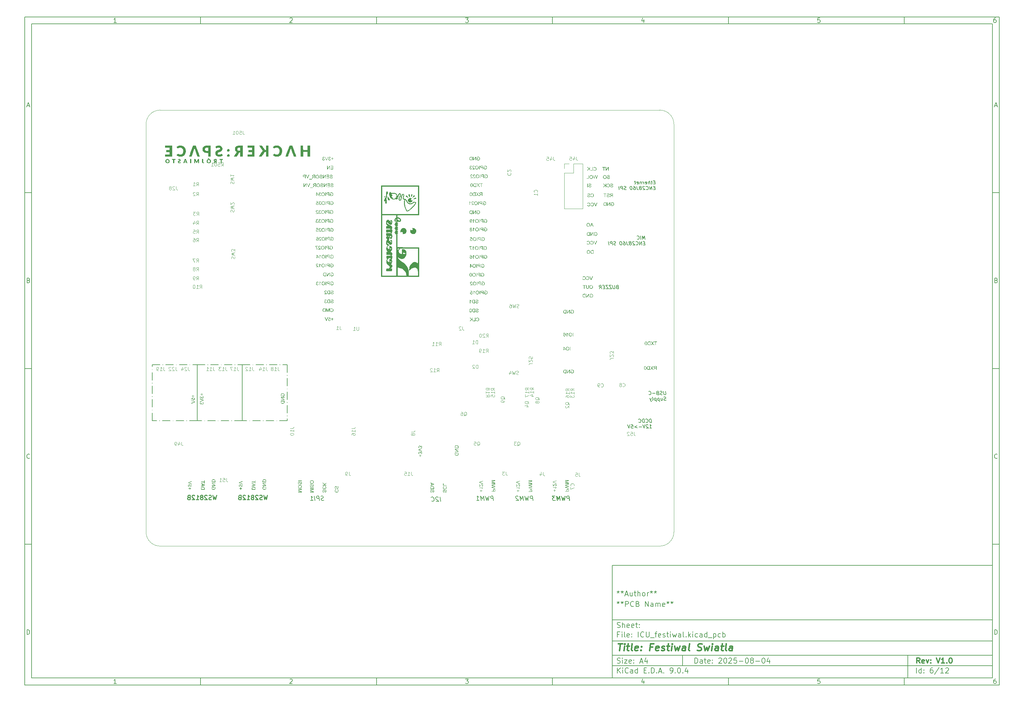
<source format=gbr>
%TF.GenerationSoftware,KiCad,Pcbnew,9.0.4*%
%TF.CreationDate,2025-08-27T10:43:00+02:00*%
%TF.ProjectId,ICU_festiwal,4943555f-6665-4737-9469-77616c2e6b69,V1.0*%
%TF.SameCoordinates,Original*%
%TF.FileFunction,Legend,Bot*%
%TF.FilePolarity,Positive*%
%FSLAX46Y46*%
G04 Gerber Fmt 4.6, Leading zero omitted, Abs format (unit mm)*
G04 Created by KiCad (PCBNEW 9.0.4) date 2025-08-27 10:43:00*
%MOMM*%
%LPD*%
G01*
G04 APERTURE LIST*
%ADD10C,0.100000*%
%ADD11C,0.150000*%
%ADD12C,0.300000*%
%ADD13C,0.400000*%
%ADD14C,0.200000*%
%ADD15C,0.250000*%
%ADD16C,0.000000*%
%TA.AperFunction,Profile*%
%ADD17C,0.050000*%
%TD*%
G04 APERTURE END LIST*
D10*
D11*
X177002200Y-166007200D02*
X285002200Y-166007200D01*
X285002200Y-198007200D01*
X177002200Y-198007200D01*
X177002200Y-166007200D01*
D10*
D11*
X10000000Y-10000000D02*
X287002200Y-10000000D01*
X287002200Y-200007200D01*
X10000000Y-200007200D01*
X10000000Y-10000000D01*
D10*
D11*
X12000000Y-12000000D02*
X285002200Y-12000000D01*
X285002200Y-198007200D01*
X12000000Y-198007200D01*
X12000000Y-12000000D01*
D10*
D11*
X60000000Y-12000000D02*
X60000000Y-10000000D01*
D10*
D11*
X110000000Y-12000000D02*
X110000000Y-10000000D01*
D10*
D11*
X160000000Y-12000000D02*
X160000000Y-10000000D01*
D10*
D11*
X210000000Y-12000000D02*
X210000000Y-10000000D01*
D10*
D11*
X260000000Y-12000000D02*
X260000000Y-10000000D01*
D10*
D11*
X36089160Y-11593604D02*
X35346303Y-11593604D01*
X35717731Y-11593604D02*
X35717731Y-10293604D01*
X35717731Y-10293604D02*
X35593922Y-10479319D01*
X35593922Y-10479319D02*
X35470112Y-10603128D01*
X35470112Y-10603128D02*
X35346303Y-10665033D01*
D10*
D11*
X85346303Y-10417414D02*
X85408207Y-10355509D01*
X85408207Y-10355509D02*
X85532017Y-10293604D01*
X85532017Y-10293604D02*
X85841541Y-10293604D01*
X85841541Y-10293604D02*
X85965350Y-10355509D01*
X85965350Y-10355509D02*
X86027255Y-10417414D01*
X86027255Y-10417414D02*
X86089160Y-10541223D01*
X86089160Y-10541223D02*
X86089160Y-10665033D01*
X86089160Y-10665033D02*
X86027255Y-10850747D01*
X86027255Y-10850747D02*
X85284398Y-11593604D01*
X85284398Y-11593604D02*
X86089160Y-11593604D01*
D10*
D11*
X135284398Y-10293604D02*
X136089160Y-10293604D01*
X136089160Y-10293604D02*
X135655826Y-10788842D01*
X135655826Y-10788842D02*
X135841541Y-10788842D01*
X135841541Y-10788842D02*
X135965350Y-10850747D01*
X135965350Y-10850747D02*
X136027255Y-10912652D01*
X136027255Y-10912652D02*
X136089160Y-11036461D01*
X136089160Y-11036461D02*
X136089160Y-11345985D01*
X136089160Y-11345985D02*
X136027255Y-11469795D01*
X136027255Y-11469795D02*
X135965350Y-11531700D01*
X135965350Y-11531700D02*
X135841541Y-11593604D01*
X135841541Y-11593604D02*
X135470112Y-11593604D01*
X135470112Y-11593604D02*
X135346303Y-11531700D01*
X135346303Y-11531700D02*
X135284398Y-11469795D01*
D10*
D11*
X185965350Y-10726938D02*
X185965350Y-11593604D01*
X185655826Y-10231700D02*
X185346303Y-11160271D01*
X185346303Y-11160271D02*
X186151064Y-11160271D01*
D10*
D11*
X236027255Y-10293604D02*
X235408207Y-10293604D01*
X235408207Y-10293604D02*
X235346303Y-10912652D01*
X235346303Y-10912652D02*
X235408207Y-10850747D01*
X235408207Y-10850747D02*
X235532017Y-10788842D01*
X235532017Y-10788842D02*
X235841541Y-10788842D01*
X235841541Y-10788842D02*
X235965350Y-10850747D01*
X235965350Y-10850747D02*
X236027255Y-10912652D01*
X236027255Y-10912652D02*
X236089160Y-11036461D01*
X236089160Y-11036461D02*
X236089160Y-11345985D01*
X236089160Y-11345985D02*
X236027255Y-11469795D01*
X236027255Y-11469795D02*
X235965350Y-11531700D01*
X235965350Y-11531700D02*
X235841541Y-11593604D01*
X235841541Y-11593604D02*
X235532017Y-11593604D01*
X235532017Y-11593604D02*
X235408207Y-11531700D01*
X235408207Y-11531700D02*
X235346303Y-11469795D01*
D10*
D11*
X285965350Y-10293604D02*
X285717731Y-10293604D01*
X285717731Y-10293604D02*
X285593922Y-10355509D01*
X285593922Y-10355509D02*
X285532017Y-10417414D01*
X285532017Y-10417414D02*
X285408207Y-10603128D01*
X285408207Y-10603128D02*
X285346303Y-10850747D01*
X285346303Y-10850747D02*
X285346303Y-11345985D01*
X285346303Y-11345985D02*
X285408207Y-11469795D01*
X285408207Y-11469795D02*
X285470112Y-11531700D01*
X285470112Y-11531700D02*
X285593922Y-11593604D01*
X285593922Y-11593604D02*
X285841541Y-11593604D01*
X285841541Y-11593604D02*
X285965350Y-11531700D01*
X285965350Y-11531700D02*
X286027255Y-11469795D01*
X286027255Y-11469795D02*
X286089160Y-11345985D01*
X286089160Y-11345985D02*
X286089160Y-11036461D01*
X286089160Y-11036461D02*
X286027255Y-10912652D01*
X286027255Y-10912652D02*
X285965350Y-10850747D01*
X285965350Y-10850747D02*
X285841541Y-10788842D01*
X285841541Y-10788842D02*
X285593922Y-10788842D01*
X285593922Y-10788842D02*
X285470112Y-10850747D01*
X285470112Y-10850747D02*
X285408207Y-10912652D01*
X285408207Y-10912652D02*
X285346303Y-11036461D01*
D10*
D11*
X60000000Y-198007200D02*
X60000000Y-200007200D01*
D10*
D11*
X110000000Y-198007200D02*
X110000000Y-200007200D01*
D10*
D11*
X160000000Y-198007200D02*
X160000000Y-200007200D01*
D10*
D11*
X210000000Y-198007200D02*
X210000000Y-200007200D01*
D10*
D11*
X260000000Y-198007200D02*
X260000000Y-200007200D01*
D10*
D11*
X36089160Y-199600804D02*
X35346303Y-199600804D01*
X35717731Y-199600804D02*
X35717731Y-198300804D01*
X35717731Y-198300804D02*
X35593922Y-198486519D01*
X35593922Y-198486519D02*
X35470112Y-198610328D01*
X35470112Y-198610328D02*
X35346303Y-198672233D01*
D10*
D11*
X85346303Y-198424614D02*
X85408207Y-198362709D01*
X85408207Y-198362709D02*
X85532017Y-198300804D01*
X85532017Y-198300804D02*
X85841541Y-198300804D01*
X85841541Y-198300804D02*
X85965350Y-198362709D01*
X85965350Y-198362709D02*
X86027255Y-198424614D01*
X86027255Y-198424614D02*
X86089160Y-198548423D01*
X86089160Y-198548423D02*
X86089160Y-198672233D01*
X86089160Y-198672233D02*
X86027255Y-198857947D01*
X86027255Y-198857947D02*
X85284398Y-199600804D01*
X85284398Y-199600804D02*
X86089160Y-199600804D01*
D10*
D11*
X135284398Y-198300804D02*
X136089160Y-198300804D01*
X136089160Y-198300804D02*
X135655826Y-198796042D01*
X135655826Y-198796042D02*
X135841541Y-198796042D01*
X135841541Y-198796042D02*
X135965350Y-198857947D01*
X135965350Y-198857947D02*
X136027255Y-198919852D01*
X136027255Y-198919852D02*
X136089160Y-199043661D01*
X136089160Y-199043661D02*
X136089160Y-199353185D01*
X136089160Y-199353185D02*
X136027255Y-199476995D01*
X136027255Y-199476995D02*
X135965350Y-199538900D01*
X135965350Y-199538900D02*
X135841541Y-199600804D01*
X135841541Y-199600804D02*
X135470112Y-199600804D01*
X135470112Y-199600804D02*
X135346303Y-199538900D01*
X135346303Y-199538900D02*
X135284398Y-199476995D01*
D10*
D11*
X185965350Y-198734138D02*
X185965350Y-199600804D01*
X185655826Y-198238900D02*
X185346303Y-199167471D01*
X185346303Y-199167471D02*
X186151064Y-199167471D01*
D10*
D11*
X236027255Y-198300804D02*
X235408207Y-198300804D01*
X235408207Y-198300804D02*
X235346303Y-198919852D01*
X235346303Y-198919852D02*
X235408207Y-198857947D01*
X235408207Y-198857947D02*
X235532017Y-198796042D01*
X235532017Y-198796042D02*
X235841541Y-198796042D01*
X235841541Y-198796042D02*
X235965350Y-198857947D01*
X235965350Y-198857947D02*
X236027255Y-198919852D01*
X236027255Y-198919852D02*
X236089160Y-199043661D01*
X236089160Y-199043661D02*
X236089160Y-199353185D01*
X236089160Y-199353185D02*
X236027255Y-199476995D01*
X236027255Y-199476995D02*
X235965350Y-199538900D01*
X235965350Y-199538900D02*
X235841541Y-199600804D01*
X235841541Y-199600804D02*
X235532017Y-199600804D01*
X235532017Y-199600804D02*
X235408207Y-199538900D01*
X235408207Y-199538900D02*
X235346303Y-199476995D01*
D10*
D11*
X285965350Y-198300804D02*
X285717731Y-198300804D01*
X285717731Y-198300804D02*
X285593922Y-198362709D01*
X285593922Y-198362709D02*
X285532017Y-198424614D01*
X285532017Y-198424614D02*
X285408207Y-198610328D01*
X285408207Y-198610328D02*
X285346303Y-198857947D01*
X285346303Y-198857947D02*
X285346303Y-199353185D01*
X285346303Y-199353185D02*
X285408207Y-199476995D01*
X285408207Y-199476995D02*
X285470112Y-199538900D01*
X285470112Y-199538900D02*
X285593922Y-199600804D01*
X285593922Y-199600804D02*
X285841541Y-199600804D01*
X285841541Y-199600804D02*
X285965350Y-199538900D01*
X285965350Y-199538900D02*
X286027255Y-199476995D01*
X286027255Y-199476995D02*
X286089160Y-199353185D01*
X286089160Y-199353185D02*
X286089160Y-199043661D01*
X286089160Y-199043661D02*
X286027255Y-198919852D01*
X286027255Y-198919852D02*
X285965350Y-198857947D01*
X285965350Y-198857947D02*
X285841541Y-198796042D01*
X285841541Y-198796042D02*
X285593922Y-198796042D01*
X285593922Y-198796042D02*
X285470112Y-198857947D01*
X285470112Y-198857947D02*
X285408207Y-198919852D01*
X285408207Y-198919852D02*
X285346303Y-199043661D01*
D10*
D11*
X10000000Y-60000000D02*
X12000000Y-60000000D01*
D10*
D11*
X10000000Y-110000000D02*
X12000000Y-110000000D01*
D10*
D11*
X10000000Y-160000000D02*
X12000000Y-160000000D01*
D10*
D11*
X10690476Y-35222176D02*
X11309523Y-35222176D01*
X10566666Y-35593604D02*
X10999999Y-34293604D01*
X10999999Y-34293604D02*
X11433333Y-35593604D01*
D10*
D11*
X11092857Y-84912652D02*
X11278571Y-84974557D01*
X11278571Y-84974557D02*
X11340476Y-85036461D01*
X11340476Y-85036461D02*
X11402380Y-85160271D01*
X11402380Y-85160271D02*
X11402380Y-85345985D01*
X11402380Y-85345985D02*
X11340476Y-85469795D01*
X11340476Y-85469795D02*
X11278571Y-85531700D01*
X11278571Y-85531700D02*
X11154761Y-85593604D01*
X11154761Y-85593604D02*
X10659523Y-85593604D01*
X10659523Y-85593604D02*
X10659523Y-84293604D01*
X10659523Y-84293604D02*
X11092857Y-84293604D01*
X11092857Y-84293604D02*
X11216666Y-84355509D01*
X11216666Y-84355509D02*
X11278571Y-84417414D01*
X11278571Y-84417414D02*
X11340476Y-84541223D01*
X11340476Y-84541223D02*
X11340476Y-84665033D01*
X11340476Y-84665033D02*
X11278571Y-84788842D01*
X11278571Y-84788842D02*
X11216666Y-84850747D01*
X11216666Y-84850747D02*
X11092857Y-84912652D01*
X11092857Y-84912652D02*
X10659523Y-84912652D01*
D10*
D11*
X11402380Y-135469795D02*
X11340476Y-135531700D01*
X11340476Y-135531700D02*
X11154761Y-135593604D01*
X11154761Y-135593604D02*
X11030952Y-135593604D01*
X11030952Y-135593604D02*
X10845238Y-135531700D01*
X10845238Y-135531700D02*
X10721428Y-135407890D01*
X10721428Y-135407890D02*
X10659523Y-135284080D01*
X10659523Y-135284080D02*
X10597619Y-135036461D01*
X10597619Y-135036461D02*
X10597619Y-134850747D01*
X10597619Y-134850747D02*
X10659523Y-134603128D01*
X10659523Y-134603128D02*
X10721428Y-134479319D01*
X10721428Y-134479319D02*
X10845238Y-134355509D01*
X10845238Y-134355509D02*
X11030952Y-134293604D01*
X11030952Y-134293604D02*
X11154761Y-134293604D01*
X11154761Y-134293604D02*
X11340476Y-134355509D01*
X11340476Y-134355509D02*
X11402380Y-134417414D01*
D10*
D11*
X10659523Y-185593604D02*
X10659523Y-184293604D01*
X10659523Y-184293604D02*
X10969047Y-184293604D01*
X10969047Y-184293604D02*
X11154761Y-184355509D01*
X11154761Y-184355509D02*
X11278571Y-184479319D01*
X11278571Y-184479319D02*
X11340476Y-184603128D01*
X11340476Y-184603128D02*
X11402380Y-184850747D01*
X11402380Y-184850747D02*
X11402380Y-185036461D01*
X11402380Y-185036461D02*
X11340476Y-185284080D01*
X11340476Y-185284080D02*
X11278571Y-185407890D01*
X11278571Y-185407890D02*
X11154761Y-185531700D01*
X11154761Y-185531700D02*
X10969047Y-185593604D01*
X10969047Y-185593604D02*
X10659523Y-185593604D01*
D10*
D11*
X287002200Y-60000000D02*
X285002200Y-60000000D01*
D10*
D11*
X287002200Y-110000000D02*
X285002200Y-110000000D01*
D10*
D11*
X287002200Y-160000000D02*
X285002200Y-160000000D01*
D10*
D11*
X285692676Y-35222176D02*
X286311723Y-35222176D01*
X285568866Y-35593604D02*
X286002199Y-34293604D01*
X286002199Y-34293604D02*
X286435533Y-35593604D01*
D10*
D11*
X286095057Y-84912652D02*
X286280771Y-84974557D01*
X286280771Y-84974557D02*
X286342676Y-85036461D01*
X286342676Y-85036461D02*
X286404580Y-85160271D01*
X286404580Y-85160271D02*
X286404580Y-85345985D01*
X286404580Y-85345985D02*
X286342676Y-85469795D01*
X286342676Y-85469795D02*
X286280771Y-85531700D01*
X286280771Y-85531700D02*
X286156961Y-85593604D01*
X286156961Y-85593604D02*
X285661723Y-85593604D01*
X285661723Y-85593604D02*
X285661723Y-84293604D01*
X285661723Y-84293604D02*
X286095057Y-84293604D01*
X286095057Y-84293604D02*
X286218866Y-84355509D01*
X286218866Y-84355509D02*
X286280771Y-84417414D01*
X286280771Y-84417414D02*
X286342676Y-84541223D01*
X286342676Y-84541223D02*
X286342676Y-84665033D01*
X286342676Y-84665033D02*
X286280771Y-84788842D01*
X286280771Y-84788842D02*
X286218866Y-84850747D01*
X286218866Y-84850747D02*
X286095057Y-84912652D01*
X286095057Y-84912652D02*
X285661723Y-84912652D01*
D10*
D11*
X286404580Y-135469795D02*
X286342676Y-135531700D01*
X286342676Y-135531700D02*
X286156961Y-135593604D01*
X286156961Y-135593604D02*
X286033152Y-135593604D01*
X286033152Y-135593604D02*
X285847438Y-135531700D01*
X285847438Y-135531700D02*
X285723628Y-135407890D01*
X285723628Y-135407890D02*
X285661723Y-135284080D01*
X285661723Y-135284080D02*
X285599819Y-135036461D01*
X285599819Y-135036461D02*
X285599819Y-134850747D01*
X285599819Y-134850747D02*
X285661723Y-134603128D01*
X285661723Y-134603128D02*
X285723628Y-134479319D01*
X285723628Y-134479319D02*
X285847438Y-134355509D01*
X285847438Y-134355509D02*
X286033152Y-134293604D01*
X286033152Y-134293604D02*
X286156961Y-134293604D01*
X286156961Y-134293604D02*
X286342676Y-134355509D01*
X286342676Y-134355509D02*
X286404580Y-134417414D01*
D10*
D11*
X285661723Y-185593604D02*
X285661723Y-184293604D01*
X285661723Y-184293604D02*
X285971247Y-184293604D01*
X285971247Y-184293604D02*
X286156961Y-184355509D01*
X286156961Y-184355509D02*
X286280771Y-184479319D01*
X286280771Y-184479319D02*
X286342676Y-184603128D01*
X286342676Y-184603128D02*
X286404580Y-184850747D01*
X286404580Y-184850747D02*
X286404580Y-185036461D01*
X286404580Y-185036461D02*
X286342676Y-185284080D01*
X286342676Y-185284080D02*
X286280771Y-185407890D01*
X286280771Y-185407890D02*
X286156961Y-185531700D01*
X286156961Y-185531700D02*
X285971247Y-185593604D01*
X285971247Y-185593604D02*
X285661723Y-185593604D01*
D10*
D11*
X200458026Y-193793328D02*
X200458026Y-192293328D01*
X200458026Y-192293328D02*
X200815169Y-192293328D01*
X200815169Y-192293328D02*
X201029455Y-192364757D01*
X201029455Y-192364757D02*
X201172312Y-192507614D01*
X201172312Y-192507614D02*
X201243741Y-192650471D01*
X201243741Y-192650471D02*
X201315169Y-192936185D01*
X201315169Y-192936185D02*
X201315169Y-193150471D01*
X201315169Y-193150471D02*
X201243741Y-193436185D01*
X201243741Y-193436185D02*
X201172312Y-193579042D01*
X201172312Y-193579042D02*
X201029455Y-193721900D01*
X201029455Y-193721900D02*
X200815169Y-193793328D01*
X200815169Y-193793328D02*
X200458026Y-193793328D01*
X202600884Y-193793328D02*
X202600884Y-193007614D01*
X202600884Y-193007614D02*
X202529455Y-192864757D01*
X202529455Y-192864757D02*
X202386598Y-192793328D01*
X202386598Y-192793328D02*
X202100884Y-192793328D01*
X202100884Y-192793328D02*
X201958026Y-192864757D01*
X202600884Y-193721900D02*
X202458026Y-193793328D01*
X202458026Y-193793328D02*
X202100884Y-193793328D01*
X202100884Y-193793328D02*
X201958026Y-193721900D01*
X201958026Y-193721900D02*
X201886598Y-193579042D01*
X201886598Y-193579042D02*
X201886598Y-193436185D01*
X201886598Y-193436185D02*
X201958026Y-193293328D01*
X201958026Y-193293328D02*
X202100884Y-193221900D01*
X202100884Y-193221900D02*
X202458026Y-193221900D01*
X202458026Y-193221900D02*
X202600884Y-193150471D01*
X203100884Y-192793328D02*
X203672312Y-192793328D01*
X203315169Y-192293328D02*
X203315169Y-193579042D01*
X203315169Y-193579042D02*
X203386598Y-193721900D01*
X203386598Y-193721900D02*
X203529455Y-193793328D01*
X203529455Y-193793328D02*
X203672312Y-193793328D01*
X204743741Y-193721900D02*
X204600884Y-193793328D01*
X204600884Y-193793328D02*
X204315170Y-193793328D01*
X204315170Y-193793328D02*
X204172312Y-193721900D01*
X204172312Y-193721900D02*
X204100884Y-193579042D01*
X204100884Y-193579042D02*
X204100884Y-193007614D01*
X204100884Y-193007614D02*
X204172312Y-192864757D01*
X204172312Y-192864757D02*
X204315170Y-192793328D01*
X204315170Y-192793328D02*
X204600884Y-192793328D01*
X204600884Y-192793328D02*
X204743741Y-192864757D01*
X204743741Y-192864757D02*
X204815170Y-193007614D01*
X204815170Y-193007614D02*
X204815170Y-193150471D01*
X204815170Y-193150471D02*
X204100884Y-193293328D01*
X205458026Y-193650471D02*
X205529455Y-193721900D01*
X205529455Y-193721900D02*
X205458026Y-193793328D01*
X205458026Y-193793328D02*
X205386598Y-193721900D01*
X205386598Y-193721900D02*
X205458026Y-193650471D01*
X205458026Y-193650471D02*
X205458026Y-193793328D01*
X205458026Y-192864757D02*
X205529455Y-192936185D01*
X205529455Y-192936185D02*
X205458026Y-193007614D01*
X205458026Y-193007614D02*
X205386598Y-192936185D01*
X205386598Y-192936185D02*
X205458026Y-192864757D01*
X205458026Y-192864757D02*
X205458026Y-193007614D01*
X207243741Y-192436185D02*
X207315169Y-192364757D01*
X207315169Y-192364757D02*
X207458027Y-192293328D01*
X207458027Y-192293328D02*
X207815169Y-192293328D01*
X207815169Y-192293328D02*
X207958027Y-192364757D01*
X207958027Y-192364757D02*
X208029455Y-192436185D01*
X208029455Y-192436185D02*
X208100884Y-192579042D01*
X208100884Y-192579042D02*
X208100884Y-192721900D01*
X208100884Y-192721900D02*
X208029455Y-192936185D01*
X208029455Y-192936185D02*
X207172312Y-193793328D01*
X207172312Y-193793328D02*
X208100884Y-193793328D01*
X209029455Y-192293328D02*
X209172312Y-192293328D01*
X209172312Y-192293328D02*
X209315169Y-192364757D01*
X209315169Y-192364757D02*
X209386598Y-192436185D01*
X209386598Y-192436185D02*
X209458026Y-192579042D01*
X209458026Y-192579042D02*
X209529455Y-192864757D01*
X209529455Y-192864757D02*
X209529455Y-193221900D01*
X209529455Y-193221900D02*
X209458026Y-193507614D01*
X209458026Y-193507614D02*
X209386598Y-193650471D01*
X209386598Y-193650471D02*
X209315169Y-193721900D01*
X209315169Y-193721900D02*
X209172312Y-193793328D01*
X209172312Y-193793328D02*
X209029455Y-193793328D01*
X209029455Y-193793328D02*
X208886598Y-193721900D01*
X208886598Y-193721900D02*
X208815169Y-193650471D01*
X208815169Y-193650471D02*
X208743740Y-193507614D01*
X208743740Y-193507614D02*
X208672312Y-193221900D01*
X208672312Y-193221900D02*
X208672312Y-192864757D01*
X208672312Y-192864757D02*
X208743740Y-192579042D01*
X208743740Y-192579042D02*
X208815169Y-192436185D01*
X208815169Y-192436185D02*
X208886598Y-192364757D01*
X208886598Y-192364757D02*
X209029455Y-192293328D01*
X210100883Y-192436185D02*
X210172311Y-192364757D01*
X210172311Y-192364757D02*
X210315169Y-192293328D01*
X210315169Y-192293328D02*
X210672311Y-192293328D01*
X210672311Y-192293328D02*
X210815169Y-192364757D01*
X210815169Y-192364757D02*
X210886597Y-192436185D01*
X210886597Y-192436185D02*
X210958026Y-192579042D01*
X210958026Y-192579042D02*
X210958026Y-192721900D01*
X210958026Y-192721900D02*
X210886597Y-192936185D01*
X210886597Y-192936185D02*
X210029454Y-193793328D01*
X210029454Y-193793328D02*
X210958026Y-193793328D01*
X212315168Y-192293328D02*
X211600882Y-192293328D01*
X211600882Y-192293328D02*
X211529454Y-193007614D01*
X211529454Y-193007614D02*
X211600882Y-192936185D01*
X211600882Y-192936185D02*
X211743740Y-192864757D01*
X211743740Y-192864757D02*
X212100882Y-192864757D01*
X212100882Y-192864757D02*
X212243740Y-192936185D01*
X212243740Y-192936185D02*
X212315168Y-193007614D01*
X212315168Y-193007614D02*
X212386597Y-193150471D01*
X212386597Y-193150471D02*
X212386597Y-193507614D01*
X212386597Y-193507614D02*
X212315168Y-193650471D01*
X212315168Y-193650471D02*
X212243740Y-193721900D01*
X212243740Y-193721900D02*
X212100882Y-193793328D01*
X212100882Y-193793328D02*
X211743740Y-193793328D01*
X211743740Y-193793328D02*
X211600882Y-193721900D01*
X211600882Y-193721900D02*
X211529454Y-193650471D01*
X213029453Y-193221900D02*
X214172311Y-193221900D01*
X215172311Y-192293328D02*
X215315168Y-192293328D01*
X215315168Y-192293328D02*
X215458025Y-192364757D01*
X215458025Y-192364757D02*
X215529454Y-192436185D01*
X215529454Y-192436185D02*
X215600882Y-192579042D01*
X215600882Y-192579042D02*
X215672311Y-192864757D01*
X215672311Y-192864757D02*
X215672311Y-193221900D01*
X215672311Y-193221900D02*
X215600882Y-193507614D01*
X215600882Y-193507614D02*
X215529454Y-193650471D01*
X215529454Y-193650471D02*
X215458025Y-193721900D01*
X215458025Y-193721900D02*
X215315168Y-193793328D01*
X215315168Y-193793328D02*
X215172311Y-193793328D01*
X215172311Y-193793328D02*
X215029454Y-193721900D01*
X215029454Y-193721900D02*
X214958025Y-193650471D01*
X214958025Y-193650471D02*
X214886596Y-193507614D01*
X214886596Y-193507614D02*
X214815168Y-193221900D01*
X214815168Y-193221900D02*
X214815168Y-192864757D01*
X214815168Y-192864757D02*
X214886596Y-192579042D01*
X214886596Y-192579042D02*
X214958025Y-192436185D01*
X214958025Y-192436185D02*
X215029454Y-192364757D01*
X215029454Y-192364757D02*
X215172311Y-192293328D01*
X216529453Y-192936185D02*
X216386596Y-192864757D01*
X216386596Y-192864757D02*
X216315167Y-192793328D01*
X216315167Y-192793328D02*
X216243739Y-192650471D01*
X216243739Y-192650471D02*
X216243739Y-192579042D01*
X216243739Y-192579042D02*
X216315167Y-192436185D01*
X216315167Y-192436185D02*
X216386596Y-192364757D01*
X216386596Y-192364757D02*
X216529453Y-192293328D01*
X216529453Y-192293328D02*
X216815167Y-192293328D01*
X216815167Y-192293328D02*
X216958025Y-192364757D01*
X216958025Y-192364757D02*
X217029453Y-192436185D01*
X217029453Y-192436185D02*
X217100882Y-192579042D01*
X217100882Y-192579042D02*
X217100882Y-192650471D01*
X217100882Y-192650471D02*
X217029453Y-192793328D01*
X217029453Y-192793328D02*
X216958025Y-192864757D01*
X216958025Y-192864757D02*
X216815167Y-192936185D01*
X216815167Y-192936185D02*
X216529453Y-192936185D01*
X216529453Y-192936185D02*
X216386596Y-193007614D01*
X216386596Y-193007614D02*
X216315167Y-193079042D01*
X216315167Y-193079042D02*
X216243739Y-193221900D01*
X216243739Y-193221900D02*
X216243739Y-193507614D01*
X216243739Y-193507614D02*
X216315167Y-193650471D01*
X216315167Y-193650471D02*
X216386596Y-193721900D01*
X216386596Y-193721900D02*
X216529453Y-193793328D01*
X216529453Y-193793328D02*
X216815167Y-193793328D01*
X216815167Y-193793328D02*
X216958025Y-193721900D01*
X216958025Y-193721900D02*
X217029453Y-193650471D01*
X217029453Y-193650471D02*
X217100882Y-193507614D01*
X217100882Y-193507614D02*
X217100882Y-193221900D01*
X217100882Y-193221900D02*
X217029453Y-193079042D01*
X217029453Y-193079042D02*
X216958025Y-193007614D01*
X216958025Y-193007614D02*
X216815167Y-192936185D01*
X217743738Y-193221900D02*
X218886596Y-193221900D01*
X219886596Y-192293328D02*
X220029453Y-192293328D01*
X220029453Y-192293328D02*
X220172310Y-192364757D01*
X220172310Y-192364757D02*
X220243739Y-192436185D01*
X220243739Y-192436185D02*
X220315167Y-192579042D01*
X220315167Y-192579042D02*
X220386596Y-192864757D01*
X220386596Y-192864757D02*
X220386596Y-193221900D01*
X220386596Y-193221900D02*
X220315167Y-193507614D01*
X220315167Y-193507614D02*
X220243739Y-193650471D01*
X220243739Y-193650471D02*
X220172310Y-193721900D01*
X220172310Y-193721900D02*
X220029453Y-193793328D01*
X220029453Y-193793328D02*
X219886596Y-193793328D01*
X219886596Y-193793328D02*
X219743739Y-193721900D01*
X219743739Y-193721900D02*
X219672310Y-193650471D01*
X219672310Y-193650471D02*
X219600881Y-193507614D01*
X219600881Y-193507614D02*
X219529453Y-193221900D01*
X219529453Y-193221900D02*
X219529453Y-192864757D01*
X219529453Y-192864757D02*
X219600881Y-192579042D01*
X219600881Y-192579042D02*
X219672310Y-192436185D01*
X219672310Y-192436185D02*
X219743739Y-192364757D01*
X219743739Y-192364757D02*
X219886596Y-192293328D01*
X221672310Y-192793328D02*
X221672310Y-193793328D01*
X221315167Y-192221900D02*
X220958024Y-193293328D01*
X220958024Y-193293328D02*
X221886595Y-193293328D01*
D10*
D11*
X177002200Y-194507200D02*
X285002200Y-194507200D01*
D10*
D11*
X178458026Y-196593328D02*
X178458026Y-195093328D01*
X179315169Y-196593328D02*
X178672312Y-195736185D01*
X179315169Y-195093328D02*
X178458026Y-195950471D01*
X179958026Y-196593328D02*
X179958026Y-195593328D01*
X179958026Y-195093328D02*
X179886598Y-195164757D01*
X179886598Y-195164757D02*
X179958026Y-195236185D01*
X179958026Y-195236185D02*
X180029455Y-195164757D01*
X180029455Y-195164757D02*
X179958026Y-195093328D01*
X179958026Y-195093328D02*
X179958026Y-195236185D01*
X181529455Y-196450471D02*
X181458027Y-196521900D01*
X181458027Y-196521900D02*
X181243741Y-196593328D01*
X181243741Y-196593328D02*
X181100884Y-196593328D01*
X181100884Y-196593328D02*
X180886598Y-196521900D01*
X180886598Y-196521900D02*
X180743741Y-196379042D01*
X180743741Y-196379042D02*
X180672312Y-196236185D01*
X180672312Y-196236185D02*
X180600884Y-195950471D01*
X180600884Y-195950471D02*
X180600884Y-195736185D01*
X180600884Y-195736185D02*
X180672312Y-195450471D01*
X180672312Y-195450471D02*
X180743741Y-195307614D01*
X180743741Y-195307614D02*
X180886598Y-195164757D01*
X180886598Y-195164757D02*
X181100884Y-195093328D01*
X181100884Y-195093328D02*
X181243741Y-195093328D01*
X181243741Y-195093328D02*
X181458027Y-195164757D01*
X181458027Y-195164757D02*
X181529455Y-195236185D01*
X182815170Y-196593328D02*
X182815170Y-195807614D01*
X182815170Y-195807614D02*
X182743741Y-195664757D01*
X182743741Y-195664757D02*
X182600884Y-195593328D01*
X182600884Y-195593328D02*
X182315170Y-195593328D01*
X182315170Y-195593328D02*
X182172312Y-195664757D01*
X182815170Y-196521900D02*
X182672312Y-196593328D01*
X182672312Y-196593328D02*
X182315170Y-196593328D01*
X182315170Y-196593328D02*
X182172312Y-196521900D01*
X182172312Y-196521900D02*
X182100884Y-196379042D01*
X182100884Y-196379042D02*
X182100884Y-196236185D01*
X182100884Y-196236185D02*
X182172312Y-196093328D01*
X182172312Y-196093328D02*
X182315170Y-196021900D01*
X182315170Y-196021900D02*
X182672312Y-196021900D01*
X182672312Y-196021900D02*
X182815170Y-195950471D01*
X184172313Y-196593328D02*
X184172313Y-195093328D01*
X184172313Y-196521900D02*
X184029455Y-196593328D01*
X184029455Y-196593328D02*
X183743741Y-196593328D01*
X183743741Y-196593328D02*
X183600884Y-196521900D01*
X183600884Y-196521900D02*
X183529455Y-196450471D01*
X183529455Y-196450471D02*
X183458027Y-196307614D01*
X183458027Y-196307614D02*
X183458027Y-195879042D01*
X183458027Y-195879042D02*
X183529455Y-195736185D01*
X183529455Y-195736185D02*
X183600884Y-195664757D01*
X183600884Y-195664757D02*
X183743741Y-195593328D01*
X183743741Y-195593328D02*
X184029455Y-195593328D01*
X184029455Y-195593328D02*
X184172313Y-195664757D01*
X186029455Y-195807614D02*
X186529455Y-195807614D01*
X186743741Y-196593328D02*
X186029455Y-196593328D01*
X186029455Y-196593328D02*
X186029455Y-195093328D01*
X186029455Y-195093328D02*
X186743741Y-195093328D01*
X187386598Y-196450471D02*
X187458027Y-196521900D01*
X187458027Y-196521900D02*
X187386598Y-196593328D01*
X187386598Y-196593328D02*
X187315170Y-196521900D01*
X187315170Y-196521900D02*
X187386598Y-196450471D01*
X187386598Y-196450471D02*
X187386598Y-196593328D01*
X188100884Y-196593328D02*
X188100884Y-195093328D01*
X188100884Y-195093328D02*
X188458027Y-195093328D01*
X188458027Y-195093328D02*
X188672313Y-195164757D01*
X188672313Y-195164757D02*
X188815170Y-195307614D01*
X188815170Y-195307614D02*
X188886599Y-195450471D01*
X188886599Y-195450471D02*
X188958027Y-195736185D01*
X188958027Y-195736185D02*
X188958027Y-195950471D01*
X188958027Y-195950471D02*
X188886599Y-196236185D01*
X188886599Y-196236185D02*
X188815170Y-196379042D01*
X188815170Y-196379042D02*
X188672313Y-196521900D01*
X188672313Y-196521900D02*
X188458027Y-196593328D01*
X188458027Y-196593328D02*
X188100884Y-196593328D01*
X189600884Y-196450471D02*
X189672313Y-196521900D01*
X189672313Y-196521900D02*
X189600884Y-196593328D01*
X189600884Y-196593328D02*
X189529456Y-196521900D01*
X189529456Y-196521900D02*
X189600884Y-196450471D01*
X189600884Y-196450471D02*
X189600884Y-196593328D01*
X190243742Y-196164757D02*
X190958028Y-196164757D01*
X190100885Y-196593328D02*
X190600885Y-195093328D01*
X190600885Y-195093328D02*
X191100885Y-196593328D01*
X191600884Y-196450471D02*
X191672313Y-196521900D01*
X191672313Y-196521900D02*
X191600884Y-196593328D01*
X191600884Y-196593328D02*
X191529456Y-196521900D01*
X191529456Y-196521900D02*
X191600884Y-196450471D01*
X191600884Y-196450471D02*
X191600884Y-196593328D01*
X193529456Y-196593328D02*
X193815170Y-196593328D01*
X193815170Y-196593328D02*
X193958027Y-196521900D01*
X193958027Y-196521900D02*
X194029456Y-196450471D01*
X194029456Y-196450471D02*
X194172313Y-196236185D01*
X194172313Y-196236185D02*
X194243742Y-195950471D01*
X194243742Y-195950471D02*
X194243742Y-195379042D01*
X194243742Y-195379042D02*
X194172313Y-195236185D01*
X194172313Y-195236185D02*
X194100885Y-195164757D01*
X194100885Y-195164757D02*
X193958027Y-195093328D01*
X193958027Y-195093328D02*
X193672313Y-195093328D01*
X193672313Y-195093328D02*
X193529456Y-195164757D01*
X193529456Y-195164757D02*
X193458027Y-195236185D01*
X193458027Y-195236185D02*
X193386599Y-195379042D01*
X193386599Y-195379042D02*
X193386599Y-195736185D01*
X193386599Y-195736185D02*
X193458027Y-195879042D01*
X193458027Y-195879042D02*
X193529456Y-195950471D01*
X193529456Y-195950471D02*
X193672313Y-196021900D01*
X193672313Y-196021900D02*
X193958027Y-196021900D01*
X193958027Y-196021900D02*
X194100885Y-195950471D01*
X194100885Y-195950471D02*
X194172313Y-195879042D01*
X194172313Y-195879042D02*
X194243742Y-195736185D01*
X194886598Y-196450471D02*
X194958027Y-196521900D01*
X194958027Y-196521900D02*
X194886598Y-196593328D01*
X194886598Y-196593328D02*
X194815170Y-196521900D01*
X194815170Y-196521900D02*
X194886598Y-196450471D01*
X194886598Y-196450471D02*
X194886598Y-196593328D01*
X195886599Y-195093328D02*
X196029456Y-195093328D01*
X196029456Y-195093328D02*
X196172313Y-195164757D01*
X196172313Y-195164757D02*
X196243742Y-195236185D01*
X196243742Y-195236185D02*
X196315170Y-195379042D01*
X196315170Y-195379042D02*
X196386599Y-195664757D01*
X196386599Y-195664757D02*
X196386599Y-196021900D01*
X196386599Y-196021900D02*
X196315170Y-196307614D01*
X196315170Y-196307614D02*
X196243742Y-196450471D01*
X196243742Y-196450471D02*
X196172313Y-196521900D01*
X196172313Y-196521900D02*
X196029456Y-196593328D01*
X196029456Y-196593328D02*
X195886599Y-196593328D01*
X195886599Y-196593328D02*
X195743742Y-196521900D01*
X195743742Y-196521900D02*
X195672313Y-196450471D01*
X195672313Y-196450471D02*
X195600884Y-196307614D01*
X195600884Y-196307614D02*
X195529456Y-196021900D01*
X195529456Y-196021900D02*
X195529456Y-195664757D01*
X195529456Y-195664757D02*
X195600884Y-195379042D01*
X195600884Y-195379042D02*
X195672313Y-195236185D01*
X195672313Y-195236185D02*
X195743742Y-195164757D01*
X195743742Y-195164757D02*
X195886599Y-195093328D01*
X197029455Y-196450471D02*
X197100884Y-196521900D01*
X197100884Y-196521900D02*
X197029455Y-196593328D01*
X197029455Y-196593328D02*
X196958027Y-196521900D01*
X196958027Y-196521900D02*
X197029455Y-196450471D01*
X197029455Y-196450471D02*
X197029455Y-196593328D01*
X198386599Y-195593328D02*
X198386599Y-196593328D01*
X198029456Y-195021900D02*
X197672313Y-196093328D01*
X197672313Y-196093328D02*
X198600884Y-196093328D01*
D10*
D11*
X177002200Y-191507200D02*
X285002200Y-191507200D01*
D10*
D12*
X264413853Y-193785528D02*
X263913853Y-193071242D01*
X263556710Y-193785528D02*
X263556710Y-192285528D01*
X263556710Y-192285528D02*
X264128139Y-192285528D01*
X264128139Y-192285528D02*
X264270996Y-192356957D01*
X264270996Y-192356957D02*
X264342425Y-192428385D01*
X264342425Y-192428385D02*
X264413853Y-192571242D01*
X264413853Y-192571242D02*
X264413853Y-192785528D01*
X264413853Y-192785528D02*
X264342425Y-192928385D01*
X264342425Y-192928385D02*
X264270996Y-192999814D01*
X264270996Y-192999814D02*
X264128139Y-193071242D01*
X264128139Y-193071242D02*
X263556710Y-193071242D01*
X265628139Y-193714100D02*
X265485282Y-193785528D01*
X265485282Y-193785528D02*
X265199568Y-193785528D01*
X265199568Y-193785528D02*
X265056710Y-193714100D01*
X265056710Y-193714100D02*
X264985282Y-193571242D01*
X264985282Y-193571242D02*
X264985282Y-192999814D01*
X264985282Y-192999814D02*
X265056710Y-192856957D01*
X265056710Y-192856957D02*
X265199568Y-192785528D01*
X265199568Y-192785528D02*
X265485282Y-192785528D01*
X265485282Y-192785528D02*
X265628139Y-192856957D01*
X265628139Y-192856957D02*
X265699568Y-192999814D01*
X265699568Y-192999814D02*
X265699568Y-193142671D01*
X265699568Y-193142671D02*
X264985282Y-193285528D01*
X266199567Y-192785528D02*
X266556710Y-193785528D01*
X266556710Y-193785528D02*
X266913853Y-192785528D01*
X267485281Y-193642671D02*
X267556710Y-193714100D01*
X267556710Y-193714100D02*
X267485281Y-193785528D01*
X267485281Y-193785528D02*
X267413853Y-193714100D01*
X267413853Y-193714100D02*
X267485281Y-193642671D01*
X267485281Y-193642671D02*
X267485281Y-193785528D01*
X267485281Y-192856957D02*
X267556710Y-192928385D01*
X267556710Y-192928385D02*
X267485281Y-192999814D01*
X267485281Y-192999814D02*
X267413853Y-192928385D01*
X267413853Y-192928385D02*
X267485281Y-192856957D01*
X267485281Y-192856957D02*
X267485281Y-192999814D01*
X269128139Y-192285528D02*
X269628139Y-193785528D01*
X269628139Y-193785528D02*
X270128139Y-192285528D01*
X271413853Y-193785528D02*
X270556710Y-193785528D01*
X270985281Y-193785528D02*
X270985281Y-192285528D01*
X270985281Y-192285528D02*
X270842424Y-192499814D01*
X270842424Y-192499814D02*
X270699567Y-192642671D01*
X270699567Y-192642671D02*
X270556710Y-192714100D01*
X272056709Y-193642671D02*
X272128138Y-193714100D01*
X272128138Y-193714100D02*
X272056709Y-193785528D01*
X272056709Y-193785528D02*
X271985281Y-193714100D01*
X271985281Y-193714100D02*
X272056709Y-193642671D01*
X272056709Y-193642671D02*
X272056709Y-193785528D01*
X273056710Y-192285528D02*
X273199567Y-192285528D01*
X273199567Y-192285528D02*
X273342424Y-192356957D01*
X273342424Y-192356957D02*
X273413853Y-192428385D01*
X273413853Y-192428385D02*
X273485281Y-192571242D01*
X273485281Y-192571242D02*
X273556710Y-192856957D01*
X273556710Y-192856957D02*
X273556710Y-193214100D01*
X273556710Y-193214100D02*
X273485281Y-193499814D01*
X273485281Y-193499814D02*
X273413853Y-193642671D01*
X273413853Y-193642671D02*
X273342424Y-193714100D01*
X273342424Y-193714100D02*
X273199567Y-193785528D01*
X273199567Y-193785528D02*
X273056710Y-193785528D01*
X273056710Y-193785528D02*
X272913853Y-193714100D01*
X272913853Y-193714100D02*
X272842424Y-193642671D01*
X272842424Y-193642671D02*
X272770995Y-193499814D01*
X272770995Y-193499814D02*
X272699567Y-193214100D01*
X272699567Y-193214100D02*
X272699567Y-192856957D01*
X272699567Y-192856957D02*
X272770995Y-192571242D01*
X272770995Y-192571242D02*
X272842424Y-192428385D01*
X272842424Y-192428385D02*
X272913853Y-192356957D01*
X272913853Y-192356957D02*
X273056710Y-192285528D01*
D10*
D11*
X178386598Y-193721900D02*
X178600884Y-193793328D01*
X178600884Y-193793328D02*
X178958026Y-193793328D01*
X178958026Y-193793328D02*
X179100884Y-193721900D01*
X179100884Y-193721900D02*
X179172312Y-193650471D01*
X179172312Y-193650471D02*
X179243741Y-193507614D01*
X179243741Y-193507614D02*
X179243741Y-193364757D01*
X179243741Y-193364757D02*
X179172312Y-193221900D01*
X179172312Y-193221900D02*
X179100884Y-193150471D01*
X179100884Y-193150471D02*
X178958026Y-193079042D01*
X178958026Y-193079042D02*
X178672312Y-193007614D01*
X178672312Y-193007614D02*
X178529455Y-192936185D01*
X178529455Y-192936185D02*
X178458026Y-192864757D01*
X178458026Y-192864757D02*
X178386598Y-192721900D01*
X178386598Y-192721900D02*
X178386598Y-192579042D01*
X178386598Y-192579042D02*
X178458026Y-192436185D01*
X178458026Y-192436185D02*
X178529455Y-192364757D01*
X178529455Y-192364757D02*
X178672312Y-192293328D01*
X178672312Y-192293328D02*
X179029455Y-192293328D01*
X179029455Y-192293328D02*
X179243741Y-192364757D01*
X179886597Y-193793328D02*
X179886597Y-192793328D01*
X179886597Y-192293328D02*
X179815169Y-192364757D01*
X179815169Y-192364757D02*
X179886597Y-192436185D01*
X179886597Y-192436185D02*
X179958026Y-192364757D01*
X179958026Y-192364757D02*
X179886597Y-192293328D01*
X179886597Y-192293328D02*
X179886597Y-192436185D01*
X180458026Y-192793328D02*
X181243741Y-192793328D01*
X181243741Y-192793328D02*
X180458026Y-193793328D01*
X180458026Y-193793328D02*
X181243741Y-193793328D01*
X182386598Y-193721900D02*
X182243741Y-193793328D01*
X182243741Y-193793328D02*
X181958027Y-193793328D01*
X181958027Y-193793328D02*
X181815169Y-193721900D01*
X181815169Y-193721900D02*
X181743741Y-193579042D01*
X181743741Y-193579042D02*
X181743741Y-193007614D01*
X181743741Y-193007614D02*
X181815169Y-192864757D01*
X181815169Y-192864757D02*
X181958027Y-192793328D01*
X181958027Y-192793328D02*
X182243741Y-192793328D01*
X182243741Y-192793328D02*
X182386598Y-192864757D01*
X182386598Y-192864757D02*
X182458027Y-193007614D01*
X182458027Y-193007614D02*
X182458027Y-193150471D01*
X182458027Y-193150471D02*
X181743741Y-193293328D01*
X183100883Y-193650471D02*
X183172312Y-193721900D01*
X183172312Y-193721900D02*
X183100883Y-193793328D01*
X183100883Y-193793328D02*
X183029455Y-193721900D01*
X183029455Y-193721900D02*
X183100883Y-193650471D01*
X183100883Y-193650471D02*
X183100883Y-193793328D01*
X183100883Y-192864757D02*
X183172312Y-192936185D01*
X183172312Y-192936185D02*
X183100883Y-193007614D01*
X183100883Y-193007614D02*
X183029455Y-192936185D01*
X183029455Y-192936185D02*
X183100883Y-192864757D01*
X183100883Y-192864757D02*
X183100883Y-193007614D01*
X184886598Y-193364757D02*
X185600884Y-193364757D01*
X184743741Y-193793328D02*
X185243741Y-192293328D01*
X185243741Y-192293328D02*
X185743741Y-193793328D01*
X186886598Y-192793328D02*
X186886598Y-193793328D01*
X186529455Y-192221900D02*
X186172312Y-193293328D01*
X186172312Y-193293328D02*
X187100883Y-193293328D01*
D10*
D11*
X263458026Y-196593328D02*
X263458026Y-195093328D01*
X264815170Y-196593328D02*
X264815170Y-195093328D01*
X264815170Y-196521900D02*
X264672312Y-196593328D01*
X264672312Y-196593328D02*
X264386598Y-196593328D01*
X264386598Y-196593328D02*
X264243741Y-196521900D01*
X264243741Y-196521900D02*
X264172312Y-196450471D01*
X264172312Y-196450471D02*
X264100884Y-196307614D01*
X264100884Y-196307614D02*
X264100884Y-195879042D01*
X264100884Y-195879042D02*
X264172312Y-195736185D01*
X264172312Y-195736185D02*
X264243741Y-195664757D01*
X264243741Y-195664757D02*
X264386598Y-195593328D01*
X264386598Y-195593328D02*
X264672312Y-195593328D01*
X264672312Y-195593328D02*
X264815170Y-195664757D01*
X265529455Y-196450471D02*
X265600884Y-196521900D01*
X265600884Y-196521900D02*
X265529455Y-196593328D01*
X265529455Y-196593328D02*
X265458027Y-196521900D01*
X265458027Y-196521900D02*
X265529455Y-196450471D01*
X265529455Y-196450471D02*
X265529455Y-196593328D01*
X265529455Y-195664757D02*
X265600884Y-195736185D01*
X265600884Y-195736185D02*
X265529455Y-195807614D01*
X265529455Y-195807614D02*
X265458027Y-195736185D01*
X265458027Y-195736185D02*
X265529455Y-195664757D01*
X265529455Y-195664757D02*
X265529455Y-195807614D01*
X268029456Y-195093328D02*
X267743741Y-195093328D01*
X267743741Y-195093328D02*
X267600884Y-195164757D01*
X267600884Y-195164757D02*
X267529456Y-195236185D01*
X267529456Y-195236185D02*
X267386598Y-195450471D01*
X267386598Y-195450471D02*
X267315170Y-195736185D01*
X267315170Y-195736185D02*
X267315170Y-196307614D01*
X267315170Y-196307614D02*
X267386598Y-196450471D01*
X267386598Y-196450471D02*
X267458027Y-196521900D01*
X267458027Y-196521900D02*
X267600884Y-196593328D01*
X267600884Y-196593328D02*
X267886598Y-196593328D01*
X267886598Y-196593328D02*
X268029456Y-196521900D01*
X268029456Y-196521900D02*
X268100884Y-196450471D01*
X268100884Y-196450471D02*
X268172313Y-196307614D01*
X268172313Y-196307614D02*
X268172313Y-195950471D01*
X268172313Y-195950471D02*
X268100884Y-195807614D01*
X268100884Y-195807614D02*
X268029456Y-195736185D01*
X268029456Y-195736185D02*
X267886598Y-195664757D01*
X267886598Y-195664757D02*
X267600884Y-195664757D01*
X267600884Y-195664757D02*
X267458027Y-195736185D01*
X267458027Y-195736185D02*
X267386598Y-195807614D01*
X267386598Y-195807614D02*
X267315170Y-195950471D01*
X269886598Y-195021900D02*
X268600884Y-196950471D01*
X271172313Y-196593328D02*
X270315170Y-196593328D01*
X270743741Y-196593328D02*
X270743741Y-195093328D01*
X270743741Y-195093328D02*
X270600884Y-195307614D01*
X270600884Y-195307614D02*
X270458027Y-195450471D01*
X270458027Y-195450471D02*
X270315170Y-195521900D01*
X271743741Y-195236185D02*
X271815169Y-195164757D01*
X271815169Y-195164757D02*
X271958027Y-195093328D01*
X271958027Y-195093328D02*
X272315169Y-195093328D01*
X272315169Y-195093328D02*
X272458027Y-195164757D01*
X272458027Y-195164757D02*
X272529455Y-195236185D01*
X272529455Y-195236185D02*
X272600884Y-195379042D01*
X272600884Y-195379042D02*
X272600884Y-195521900D01*
X272600884Y-195521900D02*
X272529455Y-195736185D01*
X272529455Y-195736185D02*
X271672312Y-196593328D01*
X271672312Y-196593328D02*
X272600884Y-196593328D01*
D10*
D11*
X177002200Y-187507200D02*
X285002200Y-187507200D01*
D10*
D13*
X178693928Y-188211638D02*
X179836785Y-188211638D01*
X179015357Y-190211638D02*
X179265357Y-188211638D01*
X180253452Y-190211638D02*
X180420119Y-188878304D01*
X180503452Y-188211638D02*
X180396309Y-188306876D01*
X180396309Y-188306876D02*
X180479643Y-188402114D01*
X180479643Y-188402114D02*
X180586786Y-188306876D01*
X180586786Y-188306876D02*
X180503452Y-188211638D01*
X180503452Y-188211638D02*
X180479643Y-188402114D01*
X181086786Y-188878304D02*
X181848690Y-188878304D01*
X181455833Y-188211638D02*
X181241548Y-189925923D01*
X181241548Y-189925923D02*
X181312976Y-190116400D01*
X181312976Y-190116400D02*
X181491548Y-190211638D01*
X181491548Y-190211638D02*
X181682024Y-190211638D01*
X182634405Y-190211638D02*
X182455833Y-190116400D01*
X182455833Y-190116400D02*
X182384405Y-189925923D01*
X182384405Y-189925923D02*
X182598690Y-188211638D01*
X184170119Y-190116400D02*
X183967738Y-190211638D01*
X183967738Y-190211638D02*
X183586785Y-190211638D01*
X183586785Y-190211638D02*
X183408214Y-190116400D01*
X183408214Y-190116400D02*
X183336785Y-189925923D01*
X183336785Y-189925923D02*
X183432024Y-189164019D01*
X183432024Y-189164019D02*
X183551071Y-188973542D01*
X183551071Y-188973542D02*
X183753452Y-188878304D01*
X183753452Y-188878304D02*
X184134404Y-188878304D01*
X184134404Y-188878304D02*
X184312976Y-188973542D01*
X184312976Y-188973542D02*
X184384404Y-189164019D01*
X184384404Y-189164019D02*
X184360595Y-189354495D01*
X184360595Y-189354495D02*
X183384404Y-189544971D01*
X185134405Y-190021161D02*
X185217738Y-190116400D01*
X185217738Y-190116400D02*
X185110595Y-190211638D01*
X185110595Y-190211638D02*
X185027262Y-190116400D01*
X185027262Y-190116400D02*
X185134405Y-190021161D01*
X185134405Y-190021161D02*
X185110595Y-190211638D01*
X185265357Y-188973542D02*
X185348690Y-189068780D01*
X185348690Y-189068780D02*
X185241548Y-189164019D01*
X185241548Y-189164019D02*
X185158214Y-189068780D01*
X185158214Y-189068780D02*
X185265357Y-188973542D01*
X185265357Y-188973542D02*
X185241548Y-189164019D01*
X188384405Y-189164019D02*
X187717739Y-189164019D01*
X187586786Y-190211638D02*
X187836786Y-188211638D01*
X187836786Y-188211638D02*
X188789167Y-188211638D01*
X190074882Y-190116400D02*
X189872501Y-190211638D01*
X189872501Y-190211638D02*
X189491548Y-190211638D01*
X189491548Y-190211638D02*
X189312977Y-190116400D01*
X189312977Y-190116400D02*
X189241548Y-189925923D01*
X189241548Y-189925923D02*
X189336787Y-189164019D01*
X189336787Y-189164019D02*
X189455834Y-188973542D01*
X189455834Y-188973542D02*
X189658215Y-188878304D01*
X189658215Y-188878304D02*
X190039167Y-188878304D01*
X190039167Y-188878304D02*
X190217739Y-188973542D01*
X190217739Y-188973542D02*
X190289167Y-189164019D01*
X190289167Y-189164019D02*
X190265358Y-189354495D01*
X190265358Y-189354495D02*
X189289167Y-189544971D01*
X190932025Y-190116400D02*
X191110596Y-190211638D01*
X191110596Y-190211638D02*
X191491549Y-190211638D01*
X191491549Y-190211638D02*
X191693930Y-190116400D01*
X191693930Y-190116400D02*
X191812977Y-189925923D01*
X191812977Y-189925923D02*
X191824882Y-189830685D01*
X191824882Y-189830685D02*
X191753453Y-189640209D01*
X191753453Y-189640209D02*
X191574882Y-189544971D01*
X191574882Y-189544971D02*
X191289168Y-189544971D01*
X191289168Y-189544971D02*
X191110596Y-189449733D01*
X191110596Y-189449733D02*
X191039168Y-189259257D01*
X191039168Y-189259257D02*
X191051073Y-189164019D01*
X191051073Y-189164019D02*
X191170120Y-188973542D01*
X191170120Y-188973542D02*
X191372501Y-188878304D01*
X191372501Y-188878304D02*
X191658215Y-188878304D01*
X191658215Y-188878304D02*
X191836787Y-188973542D01*
X192515359Y-188878304D02*
X193277263Y-188878304D01*
X192884406Y-188211638D02*
X192670121Y-189925923D01*
X192670121Y-189925923D02*
X192741549Y-190116400D01*
X192741549Y-190116400D02*
X192920121Y-190211638D01*
X192920121Y-190211638D02*
X193110597Y-190211638D01*
X193777263Y-190211638D02*
X193943930Y-188878304D01*
X194027263Y-188211638D02*
X193920120Y-188306876D01*
X193920120Y-188306876D02*
X194003454Y-188402114D01*
X194003454Y-188402114D02*
X194110597Y-188306876D01*
X194110597Y-188306876D02*
X194027263Y-188211638D01*
X194027263Y-188211638D02*
X194003454Y-188402114D01*
X194705835Y-188878304D02*
X194920120Y-190211638D01*
X194920120Y-190211638D02*
X195420120Y-189259257D01*
X195420120Y-189259257D02*
X195682025Y-190211638D01*
X195682025Y-190211638D02*
X196229644Y-188878304D01*
X197682025Y-190211638D02*
X197812977Y-189164019D01*
X197812977Y-189164019D02*
X197741549Y-188973542D01*
X197741549Y-188973542D02*
X197562977Y-188878304D01*
X197562977Y-188878304D02*
X197182025Y-188878304D01*
X197182025Y-188878304D02*
X196979644Y-188973542D01*
X197693930Y-190116400D02*
X197491549Y-190211638D01*
X197491549Y-190211638D02*
X197015358Y-190211638D01*
X197015358Y-190211638D02*
X196836787Y-190116400D01*
X196836787Y-190116400D02*
X196765358Y-189925923D01*
X196765358Y-189925923D02*
X196789168Y-189735447D01*
X196789168Y-189735447D02*
X196908216Y-189544971D01*
X196908216Y-189544971D02*
X197110597Y-189449733D01*
X197110597Y-189449733D02*
X197586787Y-189449733D01*
X197586787Y-189449733D02*
X197789168Y-189354495D01*
X198920121Y-190211638D02*
X198741549Y-190116400D01*
X198741549Y-190116400D02*
X198670121Y-189925923D01*
X198670121Y-189925923D02*
X198884406Y-188211638D01*
X201122502Y-190116400D02*
X201396311Y-190211638D01*
X201396311Y-190211638D02*
X201872502Y-190211638D01*
X201872502Y-190211638D02*
X202074883Y-190116400D01*
X202074883Y-190116400D02*
X202182026Y-190021161D01*
X202182026Y-190021161D02*
X202301073Y-189830685D01*
X202301073Y-189830685D02*
X202324883Y-189640209D01*
X202324883Y-189640209D02*
X202253454Y-189449733D01*
X202253454Y-189449733D02*
X202170121Y-189354495D01*
X202170121Y-189354495D02*
X201991550Y-189259257D01*
X201991550Y-189259257D02*
X201622502Y-189164019D01*
X201622502Y-189164019D02*
X201443930Y-189068780D01*
X201443930Y-189068780D02*
X201360597Y-188973542D01*
X201360597Y-188973542D02*
X201289169Y-188783066D01*
X201289169Y-188783066D02*
X201312978Y-188592590D01*
X201312978Y-188592590D02*
X201432026Y-188402114D01*
X201432026Y-188402114D02*
X201539169Y-188306876D01*
X201539169Y-188306876D02*
X201741550Y-188211638D01*
X201741550Y-188211638D02*
X202217740Y-188211638D01*
X202217740Y-188211638D02*
X202491550Y-188306876D01*
X203086788Y-188878304D02*
X203301073Y-190211638D01*
X203301073Y-190211638D02*
X203801073Y-189259257D01*
X203801073Y-189259257D02*
X204062978Y-190211638D01*
X204062978Y-190211638D02*
X204610597Y-188878304D01*
X205205835Y-190211638D02*
X205372502Y-188878304D01*
X205455835Y-188211638D02*
X205348692Y-188306876D01*
X205348692Y-188306876D02*
X205432026Y-188402114D01*
X205432026Y-188402114D02*
X205539169Y-188306876D01*
X205539169Y-188306876D02*
X205455835Y-188211638D01*
X205455835Y-188211638D02*
X205432026Y-188402114D01*
X207015359Y-190211638D02*
X207146311Y-189164019D01*
X207146311Y-189164019D02*
X207074883Y-188973542D01*
X207074883Y-188973542D02*
X206896311Y-188878304D01*
X206896311Y-188878304D02*
X206515359Y-188878304D01*
X206515359Y-188878304D02*
X206312978Y-188973542D01*
X207027264Y-190116400D02*
X206824883Y-190211638D01*
X206824883Y-190211638D02*
X206348692Y-190211638D01*
X206348692Y-190211638D02*
X206170121Y-190116400D01*
X206170121Y-190116400D02*
X206098692Y-189925923D01*
X206098692Y-189925923D02*
X206122502Y-189735447D01*
X206122502Y-189735447D02*
X206241550Y-189544971D01*
X206241550Y-189544971D02*
X206443931Y-189449733D01*
X206443931Y-189449733D02*
X206920121Y-189449733D01*
X206920121Y-189449733D02*
X207122502Y-189354495D01*
X207848693Y-188878304D02*
X208610597Y-188878304D01*
X208217740Y-188211638D02*
X208003455Y-189925923D01*
X208003455Y-189925923D02*
X208074883Y-190116400D01*
X208074883Y-190116400D02*
X208253455Y-190211638D01*
X208253455Y-190211638D02*
X208443931Y-190211638D01*
X209396312Y-190211638D02*
X209217740Y-190116400D01*
X209217740Y-190116400D02*
X209146312Y-189925923D01*
X209146312Y-189925923D02*
X209360597Y-188211638D01*
X211015359Y-190211638D02*
X211146311Y-189164019D01*
X211146311Y-189164019D02*
X211074883Y-188973542D01*
X211074883Y-188973542D02*
X210896311Y-188878304D01*
X210896311Y-188878304D02*
X210515359Y-188878304D01*
X210515359Y-188878304D02*
X210312978Y-188973542D01*
X211027264Y-190116400D02*
X210824883Y-190211638D01*
X210824883Y-190211638D02*
X210348692Y-190211638D01*
X210348692Y-190211638D02*
X210170121Y-190116400D01*
X210170121Y-190116400D02*
X210098692Y-189925923D01*
X210098692Y-189925923D02*
X210122502Y-189735447D01*
X210122502Y-189735447D02*
X210241550Y-189544971D01*
X210241550Y-189544971D02*
X210443931Y-189449733D01*
X210443931Y-189449733D02*
X210920121Y-189449733D01*
X210920121Y-189449733D02*
X211122502Y-189354495D01*
D10*
D11*
X178958026Y-185607614D02*
X178458026Y-185607614D01*
X178458026Y-186393328D02*
X178458026Y-184893328D01*
X178458026Y-184893328D02*
X179172312Y-184893328D01*
X179743740Y-186393328D02*
X179743740Y-185393328D01*
X179743740Y-184893328D02*
X179672312Y-184964757D01*
X179672312Y-184964757D02*
X179743740Y-185036185D01*
X179743740Y-185036185D02*
X179815169Y-184964757D01*
X179815169Y-184964757D02*
X179743740Y-184893328D01*
X179743740Y-184893328D02*
X179743740Y-185036185D01*
X180672312Y-186393328D02*
X180529455Y-186321900D01*
X180529455Y-186321900D02*
X180458026Y-186179042D01*
X180458026Y-186179042D02*
X180458026Y-184893328D01*
X181815169Y-186321900D02*
X181672312Y-186393328D01*
X181672312Y-186393328D02*
X181386598Y-186393328D01*
X181386598Y-186393328D02*
X181243740Y-186321900D01*
X181243740Y-186321900D02*
X181172312Y-186179042D01*
X181172312Y-186179042D02*
X181172312Y-185607614D01*
X181172312Y-185607614D02*
X181243740Y-185464757D01*
X181243740Y-185464757D02*
X181386598Y-185393328D01*
X181386598Y-185393328D02*
X181672312Y-185393328D01*
X181672312Y-185393328D02*
X181815169Y-185464757D01*
X181815169Y-185464757D02*
X181886598Y-185607614D01*
X181886598Y-185607614D02*
X181886598Y-185750471D01*
X181886598Y-185750471D02*
X181172312Y-185893328D01*
X182529454Y-186250471D02*
X182600883Y-186321900D01*
X182600883Y-186321900D02*
X182529454Y-186393328D01*
X182529454Y-186393328D02*
X182458026Y-186321900D01*
X182458026Y-186321900D02*
X182529454Y-186250471D01*
X182529454Y-186250471D02*
X182529454Y-186393328D01*
X182529454Y-185464757D02*
X182600883Y-185536185D01*
X182600883Y-185536185D02*
X182529454Y-185607614D01*
X182529454Y-185607614D02*
X182458026Y-185536185D01*
X182458026Y-185536185D02*
X182529454Y-185464757D01*
X182529454Y-185464757D02*
X182529454Y-185607614D01*
X184386597Y-186393328D02*
X184386597Y-184893328D01*
X185958026Y-186250471D02*
X185886598Y-186321900D01*
X185886598Y-186321900D02*
X185672312Y-186393328D01*
X185672312Y-186393328D02*
X185529455Y-186393328D01*
X185529455Y-186393328D02*
X185315169Y-186321900D01*
X185315169Y-186321900D02*
X185172312Y-186179042D01*
X185172312Y-186179042D02*
X185100883Y-186036185D01*
X185100883Y-186036185D02*
X185029455Y-185750471D01*
X185029455Y-185750471D02*
X185029455Y-185536185D01*
X185029455Y-185536185D02*
X185100883Y-185250471D01*
X185100883Y-185250471D02*
X185172312Y-185107614D01*
X185172312Y-185107614D02*
X185315169Y-184964757D01*
X185315169Y-184964757D02*
X185529455Y-184893328D01*
X185529455Y-184893328D02*
X185672312Y-184893328D01*
X185672312Y-184893328D02*
X185886598Y-184964757D01*
X185886598Y-184964757D02*
X185958026Y-185036185D01*
X186600883Y-184893328D02*
X186600883Y-186107614D01*
X186600883Y-186107614D02*
X186672312Y-186250471D01*
X186672312Y-186250471D02*
X186743741Y-186321900D01*
X186743741Y-186321900D02*
X186886598Y-186393328D01*
X186886598Y-186393328D02*
X187172312Y-186393328D01*
X187172312Y-186393328D02*
X187315169Y-186321900D01*
X187315169Y-186321900D02*
X187386598Y-186250471D01*
X187386598Y-186250471D02*
X187458026Y-186107614D01*
X187458026Y-186107614D02*
X187458026Y-184893328D01*
X187815170Y-186536185D02*
X188958027Y-186536185D01*
X189100884Y-185393328D02*
X189672312Y-185393328D01*
X189315169Y-186393328D02*
X189315169Y-185107614D01*
X189315169Y-185107614D02*
X189386598Y-184964757D01*
X189386598Y-184964757D02*
X189529455Y-184893328D01*
X189529455Y-184893328D02*
X189672312Y-184893328D01*
X190743741Y-186321900D02*
X190600884Y-186393328D01*
X190600884Y-186393328D02*
X190315170Y-186393328D01*
X190315170Y-186393328D02*
X190172312Y-186321900D01*
X190172312Y-186321900D02*
X190100884Y-186179042D01*
X190100884Y-186179042D02*
X190100884Y-185607614D01*
X190100884Y-185607614D02*
X190172312Y-185464757D01*
X190172312Y-185464757D02*
X190315170Y-185393328D01*
X190315170Y-185393328D02*
X190600884Y-185393328D01*
X190600884Y-185393328D02*
X190743741Y-185464757D01*
X190743741Y-185464757D02*
X190815170Y-185607614D01*
X190815170Y-185607614D02*
X190815170Y-185750471D01*
X190815170Y-185750471D02*
X190100884Y-185893328D01*
X191386598Y-186321900D02*
X191529455Y-186393328D01*
X191529455Y-186393328D02*
X191815169Y-186393328D01*
X191815169Y-186393328D02*
X191958026Y-186321900D01*
X191958026Y-186321900D02*
X192029455Y-186179042D01*
X192029455Y-186179042D02*
X192029455Y-186107614D01*
X192029455Y-186107614D02*
X191958026Y-185964757D01*
X191958026Y-185964757D02*
X191815169Y-185893328D01*
X191815169Y-185893328D02*
X191600884Y-185893328D01*
X191600884Y-185893328D02*
X191458026Y-185821900D01*
X191458026Y-185821900D02*
X191386598Y-185679042D01*
X191386598Y-185679042D02*
X191386598Y-185607614D01*
X191386598Y-185607614D02*
X191458026Y-185464757D01*
X191458026Y-185464757D02*
X191600884Y-185393328D01*
X191600884Y-185393328D02*
X191815169Y-185393328D01*
X191815169Y-185393328D02*
X191958026Y-185464757D01*
X192458027Y-185393328D02*
X193029455Y-185393328D01*
X192672312Y-184893328D02*
X192672312Y-186179042D01*
X192672312Y-186179042D02*
X192743741Y-186321900D01*
X192743741Y-186321900D02*
X192886598Y-186393328D01*
X192886598Y-186393328D02*
X193029455Y-186393328D01*
X193529455Y-186393328D02*
X193529455Y-185393328D01*
X193529455Y-184893328D02*
X193458027Y-184964757D01*
X193458027Y-184964757D02*
X193529455Y-185036185D01*
X193529455Y-185036185D02*
X193600884Y-184964757D01*
X193600884Y-184964757D02*
X193529455Y-184893328D01*
X193529455Y-184893328D02*
X193529455Y-185036185D01*
X194100884Y-185393328D02*
X194386599Y-186393328D01*
X194386599Y-186393328D02*
X194672313Y-185679042D01*
X194672313Y-185679042D02*
X194958027Y-186393328D01*
X194958027Y-186393328D02*
X195243741Y-185393328D01*
X196458028Y-186393328D02*
X196458028Y-185607614D01*
X196458028Y-185607614D02*
X196386599Y-185464757D01*
X196386599Y-185464757D02*
X196243742Y-185393328D01*
X196243742Y-185393328D02*
X195958028Y-185393328D01*
X195958028Y-185393328D02*
X195815170Y-185464757D01*
X196458028Y-186321900D02*
X196315170Y-186393328D01*
X196315170Y-186393328D02*
X195958028Y-186393328D01*
X195958028Y-186393328D02*
X195815170Y-186321900D01*
X195815170Y-186321900D02*
X195743742Y-186179042D01*
X195743742Y-186179042D02*
X195743742Y-186036185D01*
X195743742Y-186036185D02*
X195815170Y-185893328D01*
X195815170Y-185893328D02*
X195958028Y-185821900D01*
X195958028Y-185821900D02*
X196315170Y-185821900D01*
X196315170Y-185821900D02*
X196458028Y-185750471D01*
X197386599Y-186393328D02*
X197243742Y-186321900D01*
X197243742Y-186321900D02*
X197172313Y-186179042D01*
X197172313Y-186179042D02*
X197172313Y-184893328D01*
X197958027Y-186250471D02*
X198029456Y-186321900D01*
X198029456Y-186321900D02*
X197958027Y-186393328D01*
X197958027Y-186393328D02*
X197886599Y-186321900D01*
X197886599Y-186321900D02*
X197958027Y-186250471D01*
X197958027Y-186250471D02*
X197958027Y-186393328D01*
X198672313Y-186393328D02*
X198672313Y-184893328D01*
X198815171Y-185821900D02*
X199243742Y-186393328D01*
X199243742Y-185393328D02*
X198672313Y-185964757D01*
X199886599Y-186393328D02*
X199886599Y-185393328D01*
X199886599Y-184893328D02*
X199815171Y-184964757D01*
X199815171Y-184964757D02*
X199886599Y-185036185D01*
X199886599Y-185036185D02*
X199958028Y-184964757D01*
X199958028Y-184964757D02*
X199886599Y-184893328D01*
X199886599Y-184893328D02*
X199886599Y-185036185D01*
X201243743Y-186321900D02*
X201100885Y-186393328D01*
X201100885Y-186393328D02*
X200815171Y-186393328D01*
X200815171Y-186393328D02*
X200672314Y-186321900D01*
X200672314Y-186321900D02*
X200600885Y-186250471D01*
X200600885Y-186250471D02*
X200529457Y-186107614D01*
X200529457Y-186107614D02*
X200529457Y-185679042D01*
X200529457Y-185679042D02*
X200600885Y-185536185D01*
X200600885Y-185536185D02*
X200672314Y-185464757D01*
X200672314Y-185464757D02*
X200815171Y-185393328D01*
X200815171Y-185393328D02*
X201100885Y-185393328D01*
X201100885Y-185393328D02*
X201243743Y-185464757D01*
X202529457Y-186393328D02*
X202529457Y-185607614D01*
X202529457Y-185607614D02*
X202458028Y-185464757D01*
X202458028Y-185464757D02*
X202315171Y-185393328D01*
X202315171Y-185393328D02*
X202029457Y-185393328D01*
X202029457Y-185393328D02*
X201886599Y-185464757D01*
X202529457Y-186321900D02*
X202386599Y-186393328D01*
X202386599Y-186393328D02*
X202029457Y-186393328D01*
X202029457Y-186393328D02*
X201886599Y-186321900D01*
X201886599Y-186321900D02*
X201815171Y-186179042D01*
X201815171Y-186179042D02*
X201815171Y-186036185D01*
X201815171Y-186036185D02*
X201886599Y-185893328D01*
X201886599Y-185893328D02*
X202029457Y-185821900D01*
X202029457Y-185821900D02*
X202386599Y-185821900D01*
X202386599Y-185821900D02*
X202529457Y-185750471D01*
X203886600Y-186393328D02*
X203886600Y-184893328D01*
X203886600Y-186321900D02*
X203743742Y-186393328D01*
X203743742Y-186393328D02*
X203458028Y-186393328D01*
X203458028Y-186393328D02*
X203315171Y-186321900D01*
X203315171Y-186321900D02*
X203243742Y-186250471D01*
X203243742Y-186250471D02*
X203172314Y-186107614D01*
X203172314Y-186107614D02*
X203172314Y-185679042D01*
X203172314Y-185679042D02*
X203243742Y-185536185D01*
X203243742Y-185536185D02*
X203315171Y-185464757D01*
X203315171Y-185464757D02*
X203458028Y-185393328D01*
X203458028Y-185393328D02*
X203743742Y-185393328D01*
X203743742Y-185393328D02*
X203886600Y-185464757D01*
X204243743Y-186536185D02*
X205386600Y-186536185D01*
X205743742Y-185393328D02*
X205743742Y-186893328D01*
X205743742Y-185464757D02*
X205886600Y-185393328D01*
X205886600Y-185393328D02*
X206172314Y-185393328D01*
X206172314Y-185393328D02*
X206315171Y-185464757D01*
X206315171Y-185464757D02*
X206386600Y-185536185D01*
X206386600Y-185536185D02*
X206458028Y-185679042D01*
X206458028Y-185679042D02*
X206458028Y-186107614D01*
X206458028Y-186107614D02*
X206386600Y-186250471D01*
X206386600Y-186250471D02*
X206315171Y-186321900D01*
X206315171Y-186321900D02*
X206172314Y-186393328D01*
X206172314Y-186393328D02*
X205886600Y-186393328D01*
X205886600Y-186393328D02*
X205743742Y-186321900D01*
X207743743Y-186321900D02*
X207600885Y-186393328D01*
X207600885Y-186393328D02*
X207315171Y-186393328D01*
X207315171Y-186393328D02*
X207172314Y-186321900D01*
X207172314Y-186321900D02*
X207100885Y-186250471D01*
X207100885Y-186250471D02*
X207029457Y-186107614D01*
X207029457Y-186107614D02*
X207029457Y-185679042D01*
X207029457Y-185679042D02*
X207100885Y-185536185D01*
X207100885Y-185536185D02*
X207172314Y-185464757D01*
X207172314Y-185464757D02*
X207315171Y-185393328D01*
X207315171Y-185393328D02*
X207600885Y-185393328D01*
X207600885Y-185393328D02*
X207743743Y-185464757D01*
X208386599Y-186393328D02*
X208386599Y-184893328D01*
X208386599Y-185464757D02*
X208529457Y-185393328D01*
X208529457Y-185393328D02*
X208815171Y-185393328D01*
X208815171Y-185393328D02*
X208958028Y-185464757D01*
X208958028Y-185464757D02*
X209029457Y-185536185D01*
X209029457Y-185536185D02*
X209100885Y-185679042D01*
X209100885Y-185679042D02*
X209100885Y-186107614D01*
X209100885Y-186107614D02*
X209029457Y-186250471D01*
X209029457Y-186250471D02*
X208958028Y-186321900D01*
X208958028Y-186321900D02*
X208815171Y-186393328D01*
X208815171Y-186393328D02*
X208529457Y-186393328D01*
X208529457Y-186393328D02*
X208386599Y-186321900D01*
D10*
D11*
X177002200Y-181507200D02*
X285002200Y-181507200D01*
D10*
D11*
X178386598Y-183621900D02*
X178600884Y-183693328D01*
X178600884Y-183693328D02*
X178958026Y-183693328D01*
X178958026Y-183693328D02*
X179100884Y-183621900D01*
X179100884Y-183621900D02*
X179172312Y-183550471D01*
X179172312Y-183550471D02*
X179243741Y-183407614D01*
X179243741Y-183407614D02*
X179243741Y-183264757D01*
X179243741Y-183264757D02*
X179172312Y-183121900D01*
X179172312Y-183121900D02*
X179100884Y-183050471D01*
X179100884Y-183050471D02*
X178958026Y-182979042D01*
X178958026Y-182979042D02*
X178672312Y-182907614D01*
X178672312Y-182907614D02*
X178529455Y-182836185D01*
X178529455Y-182836185D02*
X178458026Y-182764757D01*
X178458026Y-182764757D02*
X178386598Y-182621900D01*
X178386598Y-182621900D02*
X178386598Y-182479042D01*
X178386598Y-182479042D02*
X178458026Y-182336185D01*
X178458026Y-182336185D02*
X178529455Y-182264757D01*
X178529455Y-182264757D02*
X178672312Y-182193328D01*
X178672312Y-182193328D02*
X179029455Y-182193328D01*
X179029455Y-182193328D02*
X179243741Y-182264757D01*
X179886597Y-183693328D02*
X179886597Y-182193328D01*
X180529455Y-183693328D02*
X180529455Y-182907614D01*
X180529455Y-182907614D02*
X180458026Y-182764757D01*
X180458026Y-182764757D02*
X180315169Y-182693328D01*
X180315169Y-182693328D02*
X180100883Y-182693328D01*
X180100883Y-182693328D02*
X179958026Y-182764757D01*
X179958026Y-182764757D02*
X179886597Y-182836185D01*
X181815169Y-183621900D02*
X181672312Y-183693328D01*
X181672312Y-183693328D02*
X181386598Y-183693328D01*
X181386598Y-183693328D02*
X181243740Y-183621900D01*
X181243740Y-183621900D02*
X181172312Y-183479042D01*
X181172312Y-183479042D02*
X181172312Y-182907614D01*
X181172312Y-182907614D02*
X181243740Y-182764757D01*
X181243740Y-182764757D02*
X181386598Y-182693328D01*
X181386598Y-182693328D02*
X181672312Y-182693328D01*
X181672312Y-182693328D02*
X181815169Y-182764757D01*
X181815169Y-182764757D02*
X181886598Y-182907614D01*
X181886598Y-182907614D02*
X181886598Y-183050471D01*
X181886598Y-183050471D02*
X181172312Y-183193328D01*
X183100883Y-183621900D02*
X182958026Y-183693328D01*
X182958026Y-183693328D02*
X182672312Y-183693328D01*
X182672312Y-183693328D02*
X182529454Y-183621900D01*
X182529454Y-183621900D02*
X182458026Y-183479042D01*
X182458026Y-183479042D02*
X182458026Y-182907614D01*
X182458026Y-182907614D02*
X182529454Y-182764757D01*
X182529454Y-182764757D02*
X182672312Y-182693328D01*
X182672312Y-182693328D02*
X182958026Y-182693328D01*
X182958026Y-182693328D02*
X183100883Y-182764757D01*
X183100883Y-182764757D02*
X183172312Y-182907614D01*
X183172312Y-182907614D02*
X183172312Y-183050471D01*
X183172312Y-183050471D02*
X182458026Y-183193328D01*
X183600883Y-182693328D02*
X184172311Y-182693328D01*
X183815168Y-182193328D02*
X183815168Y-183479042D01*
X183815168Y-183479042D02*
X183886597Y-183621900D01*
X183886597Y-183621900D02*
X184029454Y-183693328D01*
X184029454Y-183693328D02*
X184172311Y-183693328D01*
X184672311Y-183550471D02*
X184743740Y-183621900D01*
X184743740Y-183621900D02*
X184672311Y-183693328D01*
X184672311Y-183693328D02*
X184600883Y-183621900D01*
X184600883Y-183621900D02*
X184672311Y-183550471D01*
X184672311Y-183550471D02*
X184672311Y-183693328D01*
X184672311Y-182764757D02*
X184743740Y-182836185D01*
X184743740Y-182836185D02*
X184672311Y-182907614D01*
X184672311Y-182907614D02*
X184600883Y-182836185D01*
X184600883Y-182836185D02*
X184672311Y-182764757D01*
X184672311Y-182764757D02*
X184672311Y-182907614D01*
D10*
D11*
X178672312Y-176193328D02*
X178672312Y-176550471D01*
X178315169Y-176407614D02*
X178672312Y-176550471D01*
X178672312Y-176550471D02*
X179029455Y-176407614D01*
X178458026Y-176836185D02*
X178672312Y-176550471D01*
X178672312Y-176550471D02*
X178886598Y-176836185D01*
X179815169Y-176193328D02*
X179815169Y-176550471D01*
X179458026Y-176407614D02*
X179815169Y-176550471D01*
X179815169Y-176550471D02*
X180172312Y-176407614D01*
X179600883Y-176836185D02*
X179815169Y-176550471D01*
X179815169Y-176550471D02*
X180029455Y-176836185D01*
X180743740Y-177693328D02*
X180743740Y-176193328D01*
X180743740Y-176193328D02*
X181315169Y-176193328D01*
X181315169Y-176193328D02*
X181458026Y-176264757D01*
X181458026Y-176264757D02*
X181529455Y-176336185D01*
X181529455Y-176336185D02*
X181600883Y-176479042D01*
X181600883Y-176479042D02*
X181600883Y-176693328D01*
X181600883Y-176693328D02*
X181529455Y-176836185D01*
X181529455Y-176836185D02*
X181458026Y-176907614D01*
X181458026Y-176907614D02*
X181315169Y-176979042D01*
X181315169Y-176979042D02*
X180743740Y-176979042D01*
X183100883Y-177550471D02*
X183029455Y-177621900D01*
X183029455Y-177621900D02*
X182815169Y-177693328D01*
X182815169Y-177693328D02*
X182672312Y-177693328D01*
X182672312Y-177693328D02*
X182458026Y-177621900D01*
X182458026Y-177621900D02*
X182315169Y-177479042D01*
X182315169Y-177479042D02*
X182243740Y-177336185D01*
X182243740Y-177336185D02*
X182172312Y-177050471D01*
X182172312Y-177050471D02*
X182172312Y-176836185D01*
X182172312Y-176836185D02*
X182243740Y-176550471D01*
X182243740Y-176550471D02*
X182315169Y-176407614D01*
X182315169Y-176407614D02*
X182458026Y-176264757D01*
X182458026Y-176264757D02*
X182672312Y-176193328D01*
X182672312Y-176193328D02*
X182815169Y-176193328D01*
X182815169Y-176193328D02*
X183029455Y-176264757D01*
X183029455Y-176264757D02*
X183100883Y-176336185D01*
X184243740Y-176907614D02*
X184458026Y-176979042D01*
X184458026Y-176979042D02*
X184529455Y-177050471D01*
X184529455Y-177050471D02*
X184600883Y-177193328D01*
X184600883Y-177193328D02*
X184600883Y-177407614D01*
X184600883Y-177407614D02*
X184529455Y-177550471D01*
X184529455Y-177550471D02*
X184458026Y-177621900D01*
X184458026Y-177621900D02*
X184315169Y-177693328D01*
X184315169Y-177693328D02*
X183743740Y-177693328D01*
X183743740Y-177693328D02*
X183743740Y-176193328D01*
X183743740Y-176193328D02*
X184243740Y-176193328D01*
X184243740Y-176193328D02*
X184386598Y-176264757D01*
X184386598Y-176264757D02*
X184458026Y-176336185D01*
X184458026Y-176336185D02*
X184529455Y-176479042D01*
X184529455Y-176479042D02*
X184529455Y-176621900D01*
X184529455Y-176621900D02*
X184458026Y-176764757D01*
X184458026Y-176764757D02*
X184386598Y-176836185D01*
X184386598Y-176836185D02*
X184243740Y-176907614D01*
X184243740Y-176907614D02*
X183743740Y-176907614D01*
X186386597Y-177693328D02*
X186386597Y-176193328D01*
X186386597Y-176193328D02*
X187243740Y-177693328D01*
X187243740Y-177693328D02*
X187243740Y-176193328D01*
X188600884Y-177693328D02*
X188600884Y-176907614D01*
X188600884Y-176907614D02*
X188529455Y-176764757D01*
X188529455Y-176764757D02*
X188386598Y-176693328D01*
X188386598Y-176693328D02*
X188100884Y-176693328D01*
X188100884Y-176693328D02*
X187958026Y-176764757D01*
X188600884Y-177621900D02*
X188458026Y-177693328D01*
X188458026Y-177693328D02*
X188100884Y-177693328D01*
X188100884Y-177693328D02*
X187958026Y-177621900D01*
X187958026Y-177621900D02*
X187886598Y-177479042D01*
X187886598Y-177479042D02*
X187886598Y-177336185D01*
X187886598Y-177336185D02*
X187958026Y-177193328D01*
X187958026Y-177193328D02*
X188100884Y-177121900D01*
X188100884Y-177121900D02*
X188458026Y-177121900D01*
X188458026Y-177121900D02*
X188600884Y-177050471D01*
X189315169Y-177693328D02*
X189315169Y-176693328D01*
X189315169Y-176836185D02*
X189386598Y-176764757D01*
X189386598Y-176764757D02*
X189529455Y-176693328D01*
X189529455Y-176693328D02*
X189743741Y-176693328D01*
X189743741Y-176693328D02*
X189886598Y-176764757D01*
X189886598Y-176764757D02*
X189958027Y-176907614D01*
X189958027Y-176907614D02*
X189958027Y-177693328D01*
X189958027Y-176907614D02*
X190029455Y-176764757D01*
X190029455Y-176764757D02*
X190172312Y-176693328D01*
X190172312Y-176693328D02*
X190386598Y-176693328D01*
X190386598Y-176693328D02*
X190529455Y-176764757D01*
X190529455Y-176764757D02*
X190600884Y-176907614D01*
X190600884Y-176907614D02*
X190600884Y-177693328D01*
X191886598Y-177621900D02*
X191743741Y-177693328D01*
X191743741Y-177693328D02*
X191458027Y-177693328D01*
X191458027Y-177693328D02*
X191315169Y-177621900D01*
X191315169Y-177621900D02*
X191243741Y-177479042D01*
X191243741Y-177479042D02*
X191243741Y-176907614D01*
X191243741Y-176907614D02*
X191315169Y-176764757D01*
X191315169Y-176764757D02*
X191458027Y-176693328D01*
X191458027Y-176693328D02*
X191743741Y-176693328D01*
X191743741Y-176693328D02*
X191886598Y-176764757D01*
X191886598Y-176764757D02*
X191958027Y-176907614D01*
X191958027Y-176907614D02*
X191958027Y-177050471D01*
X191958027Y-177050471D02*
X191243741Y-177193328D01*
X192815169Y-176193328D02*
X192815169Y-176550471D01*
X192458026Y-176407614D02*
X192815169Y-176550471D01*
X192815169Y-176550471D02*
X193172312Y-176407614D01*
X192600883Y-176836185D02*
X192815169Y-176550471D01*
X192815169Y-176550471D02*
X193029455Y-176836185D01*
X193958026Y-176193328D02*
X193958026Y-176550471D01*
X193600883Y-176407614D02*
X193958026Y-176550471D01*
X193958026Y-176550471D02*
X194315169Y-176407614D01*
X193743740Y-176836185D02*
X193958026Y-176550471D01*
X193958026Y-176550471D02*
X194172312Y-176836185D01*
D10*
D11*
X178672312Y-173193328D02*
X178672312Y-173550471D01*
X178315169Y-173407614D02*
X178672312Y-173550471D01*
X178672312Y-173550471D02*
X179029455Y-173407614D01*
X178458026Y-173836185D02*
X178672312Y-173550471D01*
X178672312Y-173550471D02*
X178886598Y-173836185D01*
X179815169Y-173193328D02*
X179815169Y-173550471D01*
X179458026Y-173407614D02*
X179815169Y-173550471D01*
X179815169Y-173550471D02*
X180172312Y-173407614D01*
X179600883Y-173836185D02*
X179815169Y-173550471D01*
X179815169Y-173550471D02*
X180029455Y-173836185D01*
X180672312Y-174264757D02*
X181386598Y-174264757D01*
X180529455Y-174693328D02*
X181029455Y-173193328D01*
X181029455Y-173193328D02*
X181529455Y-174693328D01*
X182672312Y-173693328D02*
X182672312Y-174693328D01*
X182029454Y-173693328D02*
X182029454Y-174479042D01*
X182029454Y-174479042D02*
X182100883Y-174621900D01*
X182100883Y-174621900D02*
X182243740Y-174693328D01*
X182243740Y-174693328D02*
X182458026Y-174693328D01*
X182458026Y-174693328D02*
X182600883Y-174621900D01*
X182600883Y-174621900D02*
X182672312Y-174550471D01*
X183172312Y-173693328D02*
X183743740Y-173693328D01*
X183386597Y-173193328D02*
X183386597Y-174479042D01*
X183386597Y-174479042D02*
X183458026Y-174621900D01*
X183458026Y-174621900D02*
X183600883Y-174693328D01*
X183600883Y-174693328D02*
X183743740Y-174693328D01*
X184243740Y-174693328D02*
X184243740Y-173193328D01*
X184886598Y-174693328D02*
X184886598Y-173907614D01*
X184886598Y-173907614D02*
X184815169Y-173764757D01*
X184815169Y-173764757D02*
X184672312Y-173693328D01*
X184672312Y-173693328D02*
X184458026Y-173693328D01*
X184458026Y-173693328D02*
X184315169Y-173764757D01*
X184315169Y-173764757D02*
X184243740Y-173836185D01*
X185815169Y-174693328D02*
X185672312Y-174621900D01*
X185672312Y-174621900D02*
X185600883Y-174550471D01*
X185600883Y-174550471D02*
X185529455Y-174407614D01*
X185529455Y-174407614D02*
X185529455Y-173979042D01*
X185529455Y-173979042D02*
X185600883Y-173836185D01*
X185600883Y-173836185D02*
X185672312Y-173764757D01*
X185672312Y-173764757D02*
X185815169Y-173693328D01*
X185815169Y-173693328D02*
X186029455Y-173693328D01*
X186029455Y-173693328D02*
X186172312Y-173764757D01*
X186172312Y-173764757D02*
X186243741Y-173836185D01*
X186243741Y-173836185D02*
X186315169Y-173979042D01*
X186315169Y-173979042D02*
X186315169Y-174407614D01*
X186315169Y-174407614D02*
X186243741Y-174550471D01*
X186243741Y-174550471D02*
X186172312Y-174621900D01*
X186172312Y-174621900D02*
X186029455Y-174693328D01*
X186029455Y-174693328D02*
X185815169Y-174693328D01*
X186958026Y-174693328D02*
X186958026Y-173693328D01*
X186958026Y-173979042D02*
X187029455Y-173836185D01*
X187029455Y-173836185D02*
X187100884Y-173764757D01*
X187100884Y-173764757D02*
X187243741Y-173693328D01*
X187243741Y-173693328D02*
X187386598Y-173693328D01*
X188100883Y-173193328D02*
X188100883Y-173550471D01*
X187743740Y-173407614D02*
X188100883Y-173550471D01*
X188100883Y-173550471D02*
X188458026Y-173407614D01*
X187886597Y-173836185D02*
X188100883Y-173550471D01*
X188100883Y-173550471D02*
X188315169Y-173836185D01*
X189243740Y-173193328D02*
X189243740Y-173550471D01*
X188886597Y-173407614D02*
X189243740Y-173550471D01*
X189243740Y-173550471D02*
X189600883Y-173407614D01*
X189029454Y-173836185D02*
X189243740Y-173550471D01*
X189243740Y-173550471D02*
X189458026Y-173836185D01*
D10*
D11*
X197002200Y-191507200D02*
X197002200Y-194507200D01*
D10*
D11*
X261002200Y-191507200D02*
X261002200Y-198007200D01*
D14*
X59050000Y-108900000D02*
X61250000Y-108900000D01*
X62050000Y-108900000D02*
X62090000Y-108900000D01*
X62890000Y-108900000D02*
X65090000Y-108900000D01*
X65890000Y-108900000D02*
X65930000Y-108900000D01*
X66730000Y-108900000D02*
X68930000Y-108900000D01*
X69730000Y-108900000D02*
X69770000Y-108900000D01*
X70570000Y-108900000D02*
X71850000Y-108900000D01*
X71850000Y-108900000D02*
X71850000Y-111100000D01*
X71850000Y-111900000D02*
X71850000Y-111940000D01*
X71850000Y-112740000D02*
X71850000Y-114940000D01*
X71850000Y-115740000D02*
X71850000Y-115780000D01*
X71850000Y-116580000D02*
X71850000Y-118780000D01*
X71850000Y-119580000D02*
X71850000Y-119620000D01*
X71850000Y-120420000D02*
X71850000Y-122620000D01*
X71850000Y-123420000D02*
X71850000Y-123460000D01*
X71850000Y-124260000D02*
X71850000Y-124800000D01*
X71850000Y-124800000D02*
X69650000Y-124800000D01*
X68850000Y-124800000D02*
X68810000Y-124800000D01*
X68010000Y-124800000D02*
X65810000Y-124800000D01*
X65010000Y-124800000D02*
X64970000Y-124800000D01*
X64170000Y-124800000D02*
X61970000Y-124800000D01*
X61170000Y-124800000D02*
X61130000Y-124800000D01*
X60330000Y-124800000D02*
X59050000Y-124800000D01*
X59050000Y-124800000D02*
X59050000Y-122600000D01*
X59050000Y-121800000D02*
X59050000Y-121760000D01*
X59050000Y-120960000D02*
X59050000Y-118760000D01*
X59050000Y-117960000D02*
X59050000Y-117920000D01*
X59050000Y-117120000D02*
X59050000Y-114920000D01*
X59050000Y-114120000D02*
X59050000Y-114080000D01*
X59050000Y-113280000D02*
X59050000Y-111080000D01*
X59050000Y-110280000D02*
X59050000Y-110240000D01*
X59050000Y-109440000D02*
X59050000Y-108900000D01*
X59050000Y-108900000D02*
X61250000Y-108900000D01*
X62050000Y-108900000D02*
X62090000Y-108900000D01*
X62890000Y-108900000D02*
X65090000Y-108900000D01*
X65890000Y-108900000D02*
X65930000Y-108900000D01*
X66730000Y-108900000D02*
X68930000Y-108900000D01*
X69730000Y-108900000D02*
X69770000Y-108900000D01*
X70570000Y-108900000D02*
X71850000Y-108900000D01*
X71850000Y-108900000D02*
X71850000Y-111100000D01*
X71850000Y-111900000D02*
X71850000Y-111940000D01*
X71850000Y-112740000D02*
X71850000Y-114940000D01*
X71850000Y-115740000D02*
X71850000Y-115780000D01*
X71850000Y-116580000D02*
X71850000Y-118780000D01*
X71850000Y-119580000D02*
X71850000Y-119620000D01*
X71850000Y-120420000D02*
X71850000Y-122620000D01*
X71850000Y-123420000D02*
X71850000Y-123460000D01*
X71850000Y-124260000D02*
X71850000Y-124800000D01*
X71850000Y-124800000D02*
X69650000Y-124800000D01*
X68850000Y-124800000D02*
X68810000Y-124800000D01*
X68010000Y-124800000D02*
X65810000Y-124800000D01*
X65010000Y-124800000D02*
X64970000Y-124800000D01*
X64170000Y-124800000D02*
X61970000Y-124800000D01*
X61170000Y-124800000D02*
X61130000Y-124800000D01*
X60330000Y-124800000D02*
X59050000Y-124800000D01*
X59050000Y-124800000D02*
X59050000Y-122600000D01*
X59050000Y-121800000D02*
X59050000Y-121760000D01*
X59050000Y-120960000D02*
X59050000Y-118760000D01*
X59050000Y-117960000D02*
X59050000Y-117920000D01*
X59050000Y-117120000D02*
X59050000Y-114920000D01*
X59050000Y-114120000D02*
X59050000Y-114080000D01*
X59050000Y-113280000D02*
X59050000Y-111080000D01*
X59050000Y-110280000D02*
X59050000Y-110240000D01*
X59050000Y-109440000D02*
X59050000Y-108900000D01*
X71850000Y-108900000D02*
X74050000Y-108900000D01*
X74850000Y-108900000D02*
X74890000Y-108900000D01*
X75690000Y-108900000D02*
X77890000Y-108900000D01*
X78690000Y-108900000D02*
X78730000Y-108900000D01*
X79530000Y-108900000D02*
X81730000Y-108900000D01*
X82530000Y-108900000D02*
X82570000Y-108900000D01*
X83370000Y-108900000D02*
X84650000Y-108900000D01*
X84650000Y-108900000D02*
X84650000Y-111100000D01*
X84650000Y-111900000D02*
X84650000Y-111940000D01*
X84650000Y-112740000D02*
X84650000Y-114940000D01*
X84650000Y-115740000D02*
X84650000Y-115780000D01*
X84650000Y-116580000D02*
X84650000Y-118780000D01*
X84650000Y-119580000D02*
X84650000Y-119620000D01*
X84650000Y-120420000D02*
X84650000Y-122620000D01*
X84650000Y-123420000D02*
X84650000Y-123460000D01*
X84650000Y-124260000D02*
X84650000Y-124800000D01*
X84650000Y-124800000D02*
X82450000Y-124800000D01*
X81650000Y-124800000D02*
X81610000Y-124800000D01*
X80810000Y-124800000D02*
X78610000Y-124800000D01*
X77810000Y-124800000D02*
X77770000Y-124800000D01*
X76970000Y-124800000D02*
X74770000Y-124800000D01*
X73970000Y-124800000D02*
X73930000Y-124800000D01*
X73130000Y-124800000D02*
X71850000Y-124800000D01*
X71850000Y-124800000D02*
X71850000Y-122600000D01*
X71850000Y-121800000D02*
X71850000Y-121760000D01*
X71850000Y-120960000D02*
X71850000Y-118760000D01*
X71850000Y-117960000D02*
X71850000Y-117920000D01*
X71850000Y-117120000D02*
X71850000Y-114920000D01*
X71850000Y-114120000D02*
X71850000Y-114080000D01*
X71850000Y-113280000D02*
X71850000Y-111080000D01*
X71850000Y-110280000D02*
X71850000Y-110240000D01*
X71850000Y-109440000D02*
X71850000Y-108900000D01*
X46250000Y-108900000D02*
X48450000Y-108900000D01*
X49250000Y-108900000D02*
X49290000Y-108900000D01*
X50090000Y-108900000D02*
X52290000Y-108900000D01*
X53090000Y-108900000D02*
X53130000Y-108900000D01*
X53930000Y-108900000D02*
X56130000Y-108900000D01*
X56930000Y-108900000D02*
X56970000Y-108900000D01*
X57770000Y-108900000D02*
X59050000Y-108900000D01*
X59050000Y-108900000D02*
X59050000Y-111100000D01*
X59050000Y-111900000D02*
X59050000Y-111940000D01*
X59050000Y-112740000D02*
X59050000Y-114940000D01*
X59050000Y-115740000D02*
X59050000Y-115780000D01*
X59050000Y-116580000D02*
X59050000Y-118780000D01*
X59050000Y-119580000D02*
X59050000Y-119620000D01*
X59050000Y-120420000D02*
X59050000Y-122620000D01*
X59050000Y-123420000D02*
X59050000Y-123460000D01*
X59050000Y-124260000D02*
X59050000Y-124800000D01*
X59050000Y-124800000D02*
X56850000Y-124800000D01*
X56050000Y-124800000D02*
X56010000Y-124800000D01*
X55210000Y-124800000D02*
X53010000Y-124800000D01*
X52210000Y-124800000D02*
X52170000Y-124800000D01*
X51370000Y-124800000D02*
X49170000Y-124800000D01*
X48370000Y-124800000D02*
X48330000Y-124800000D01*
X47530000Y-124800000D02*
X46250000Y-124800000D01*
X46250000Y-124800000D02*
X46250000Y-122600000D01*
X46250000Y-121800000D02*
X46250000Y-121760000D01*
X46250000Y-120960000D02*
X46250000Y-118760000D01*
X46250000Y-117960000D02*
X46250000Y-117920000D01*
X46250000Y-117120000D02*
X46250000Y-114920000D01*
X46250000Y-114120000D02*
X46250000Y-114080000D01*
X46250000Y-113280000D02*
X46250000Y-111080000D01*
X46250000Y-110280000D02*
X46250000Y-110240000D01*
X46250000Y-109440000D02*
X46250000Y-108900000D01*
G36*
X138987168Y-93654912D02*
G01*
X138862116Y-93643921D01*
X138853049Y-93694120D01*
X138839107Y-93735566D01*
X138820839Y-93769645D01*
X138796308Y-93799220D01*
X138763251Y-93825705D01*
X138720088Y-93849085D01*
X138673645Y-93865635D01*
X138622643Y-93875845D01*
X138566338Y-93879371D01*
X138493291Y-93873438D01*
X138432493Y-93856779D01*
X138395621Y-93838987D01*
X138367284Y-93818302D01*
X138346092Y-93794802D01*
X138324722Y-93753343D01*
X138317698Y-93708768D01*
X138324637Y-93664214D01*
X138345054Y-93626275D01*
X138378825Y-93595414D01*
X138435179Y-93566985D01*
X138487768Y-93550246D01*
X138613476Y-93518014D01*
X138740503Y-93482522D01*
X138806795Y-93455305D01*
X138852035Y-93427085D01*
X138887208Y-93395948D01*
X138913712Y-93361821D01*
X138933173Y-93323329D01*
X138944891Y-93281927D01*
X138948883Y-93236830D01*
X138944134Y-93187358D01*
X138929947Y-93140248D01*
X138905896Y-93094680D01*
X138873458Y-93054793D01*
X138832013Y-93021406D01*
X138780172Y-92994296D01*
X138724109Y-92975551D01*
X138663102Y-92964013D01*
X138596379Y-92960041D01*
X138522844Y-92964297D01*
X138457769Y-92976478D01*
X138400008Y-92995945D01*
X138346705Y-93024235D01*
X138303535Y-93059308D01*
X138269216Y-93101458D01*
X138243535Y-93149584D01*
X138227130Y-93201838D01*
X138220001Y-93259178D01*
X138347069Y-93268764D01*
X138360134Y-93208122D01*
X138383409Y-93161135D01*
X138416434Y-93124966D01*
X138458584Y-93099418D01*
X138515312Y-93082573D01*
X138590945Y-93076301D01*
X138670313Y-93082223D01*
X138726833Y-93097706D01*
X138766189Y-93120387D01*
X138797435Y-93152780D01*
X138815211Y-93187762D01*
X138821144Y-93226693D01*
X138816709Y-93260941D01*
X138803849Y-93290139D01*
X138782187Y-93315537D01*
X138752862Y-93334337D01*
X138691961Y-93357977D01*
X138582397Y-93386978D01*
X138434028Y-93424804D01*
X138360746Y-93450847D01*
X138305320Y-93481619D01*
X138262979Y-93515702D01*
X138231664Y-93553063D01*
X138208676Y-93595946D01*
X138194744Y-93643092D01*
X138189959Y-93695579D01*
X138194990Y-93747590D01*
X138210076Y-93797559D01*
X138235755Y-93846338D01*
X138270064Y-93889350D01*
X138313460Y-93925942D01*
X138367219Y-93956369D01*
X138425555Y-93977838D01*
X138489572Y-93991066D01*
X138560232Y-93995631D01*
X138650345Y-93990712D01*
X138725514Y-93977021D01*
X138788049Y-93955819D01*
X138845442Y-93924396D01*
X138893113Y-93884620D01*
X138932152Y-93835957D01*
X138961344Y-93780631D01*
X138979681Y-93720658D01*
X138987168Y-93654912D01*
G37*
G36*
X138009036Y-93980000D02*
G01*
X137647679Y-93980000D01*
X137559603Y-93975462D01*
X137486845Y-93962903D01*
X137420506Y-93941123D01*
X137367288Y-93912527D01*
X137320764Y-93874165D01*
X137276125Y-93821425D01*
X137239333Y-93758349D01*
X137207798Y-93675184D01*
X137193403Y-93615668D01*
X137184306Y-93548382D01*
X137181114Y-93472341D01*
X137181223Y-93470265D01*
X137317768Y-93470265D01*
X137321016Y-93546417D01*
X137330079Y-93610770D01*
X137344085Y-93664926D01*
X137364831Y-93716728D01*
X137389375Y-93758886D01*
X137417480Y-93792787D01*
X137455407Y-93822028D01*
X137507301Y-93845177D01*
X137569116Y-93858449D01*
X137662700Y-93863740D01*
X137876535Y-93863740D01*
X137876535Y-93091933D01*
X137666120Y-93091933D01*
X137586463Y-93094857D01*
X137531269Y-93102319D01*
X137494661Y-93112632D01*
X137449500Y-93137070D01*
X137407881Y-93174302D01*
X137369364Y-93226693D01*
X137348501Y-93269343D01*
X137332308Y-93322671D01*
X137321651Y-93388827D01*
X137317768Y-93470265D01*
X137181223Y-93470265D01*
X137185770Y-93383466D01*
X137199115Y-93304288D01*
X137220437Y-93233593D01*
X137251550Y-93167222D01*
X137290956Y-93110395D01*
X137338895Y-93062013D01*
X137381600Y-93031260D01*
X137430273Y-93007270D01*
X137485807Y-92990083D01*
X137554199Y-92979864D01*
X137664105Y-92975673D01*
X138009036Y-92975673D01*
X138009036Y-93980000D01*
G37*
G36*
X136792956Y-92978726D02*
G01*
X136852674Y-92998528D01*
X136903593Y-93030628D01*
X136946399Y-93073739D01*
X136982667Y-93128753D01*
X137012220Y-93197812D01*
X137031233Y-93271082D01*
X137044010Y-93365092D01*
X137048735Y-93484064D01*
X137043666Y-93603819D01*
X137029762Y-93701183D01*
X137008704Y-93779623D01*
X136981757Y-93842228D01*
X136949694Y-93891645D01*
X136904672Y-93936979D01*
X136852779Y-93969036D01*
X136792647Y-93988737D01*
X136722182Y-93995631D01*
X136650978Y-93988623D01*
X136591075Y-93968709D01*
X136540160Y-93936463D01*
X136497368Y-93893123D01*
X136461223Y-93837977D01*
X136431899Y-93768913D01*
X136413023Y-93695629D01*
X136400363Y-93602037D01*
X136395690Y-93484064D01*
X136395707Y-93483698D01*
X136522025Y-93483698D01*
X136527087Y-93614750D01*
X136540119Y-93707317D01*
X136558354Y-93770264D01*
X136579788Y-93811167D01*
X136611892Y-93848466D01*
X136645853Y-93873495D01*
X136682255Y-93888122D01*
X136722182Y-93893049D01*
X136762163Y-93888137D01*
X136798593Y-93873562D01*
X136832556Y-93848640D01*
X136864637Y-93811533D01*
X136886021Y-93770804D01*
X136904238Y-93707919D01*
X136917272Y-93615209D01*
X136922339Y-93483698D01*
X136916956Y-93353396D01*
X136902910Y-93258599D01*
X136882892Y-93191652D01*
X136858836Y-93145971D01*
X136830784Y-93114057D01*
X136799430Y-93092087D01*
X136764097Y-93078894D01*
X136723586Y-93074347D01*
X136682885Y-93079277D01*
X136646004Y-93093860D01*
X136611838Y-93118702D01*
X136579788Y-93155558D01*
X136558404Y-93196121D01*
X136540168Y-93258942D01*
X136527107Y-93351772D01*
X136522025Y-93483698D01*
X136395707Y-93483698D01*
X136402080Y-93342621D01*
X136418222Y-93247088D01*
X136445904Y-93163757D01*
X136480382Y-93097978D01*
X136509515Y-93059946D01*
X136542885Y-93028907D01*
X136580826Y-93004249D01*
X136622465Y-92986549D01*
X136669257Y-92975582D01*
X136722182Y-92971765D01*
X136792956Y-92978726D01*
G37*
D10*
X72035714Y-42407419D02*
X72035714Y-43121704D01*
X72035714Y-43121704D02*
X72083333Y-43264561D01*
X72083333Y-43264561D02*
X72178571Y-43359800D01*
X72178571Y-43359800D02*
X72321428Y-43407419D01*
X72321428Y-43407419D02*
X72416666Y-43407419D01*
X71083333Y-42407419D02*
X71559523Y-42407419D01*
X71559523Y-42407419D02*
X71607142Y-42883609D01*
X71607142Y-42883609D02*
X71559523Y-42835990D01*
X71559523Y-42835990D02*
X71464285Y-42788371D01*
X71464285Y-42788371D02*
X71226190Y-42788371D01*
X71226190Y-42788371D02*
X71130952Y-42835990D01*
X71130952Y-42835990D02*
X71083333Y-42883609D01*
X71083333Y-42883609D02*
X71035714Y-42978847D01*
X71035714Y-42978847D02*
X71035714Y-43216942D01*
X71035714Y-43216942D02*
X71083333Y-43312180D01*
X71083333Y-43312180D02*
X71130952Y-43359800D01*
X71130952Y-43359800D02*
X71226190Y-43407419D01*
X71226190Y-43407419D02*
X71464285Y-43407419D01*
X71464285Y-43407419D02*
X71559523Y-43359800D01*
X71559523Y-43359800D02*
X71607142Y-43312180D01*
X70416666Y-42407419D02*
X70321428Y-42407419D01*
X70321428Y-42407419D02*
X70226190Y-42455038D01*
X70226190Y-42455038D02*
X70178571Y-42502657D01*
X70178571Y-42502657D02*
X70130952Y-42597895D01*
X70130952Y-42597895D02*
X70083333Y-42788371D01*
X70083333Y-42788371D02*
X70083333Y-43026466D01*
X70083333Y-43026466D02*
X70130952Y-43216942D01*
X70130952Y-43216942D02*
X70178571Y-43312180D01*
X70178571Y-43312180D02*
X70226190Y-43359800D01*
X70226190Y-43359800D02*
X70321428Y-43407419D01*
X70321428Y-43407419D02*
X70416666Y-43407419D01*
X70416666Y-43407419D02*
X70511904Y-43359800D01*
X70511904Y-43359800D02*
X70559523Y-43312180D01*
X70559523Y-43312180D02*
X70607142Y-43216942D01*
X70607142Y-43216942D02*
X70654761Y-43026466D01*
X70654761Y-43026466D02*
X70654761Y-42788371D01*
X70654761Y-42788371D02*
X70607142Y-42597895D01*
X70607142Y-42597895D02*
X70559523Y-42502657D01*
X70559523Y-42502657D02*
X70511904Y-42455038D01*
X70511904Y-42455038D02*
X70416666Y-42407419D01*
X69130952Y-43407419D02*
X69702380Y-43407419D01*
X69416666Y-43407419D02*
X69416666Y-42407419D01*
X69416666Y-42407419D02*
X69511904Y-42550276D01*
X69511904Y-42550276D02*
X69607142Y-42645514D01*
X69607142Y-42645514D02*
X69702380Y-42693133D01*
D14*
G36*
X160280223Y-144749572D02*
G01*
X160554752Y-144749572D01*
X160554752Y-145022147D01*
X160671011Y-145022147D01*
X160671011Y-144749572D01*
X160940655Y-144749572D01*
X160940655Y-144633435D01*
X160671011Y-144633435D01*
X160671011Y-144360860D01*
X160554752Y-144360860D01*
X160554752Y-144633435D01*
X160280223Y-144633435D01*
X160280223Y-144749572D01*
G37*
G36*
X160120000Y-143762037D02*
G01*
X160120000Y-143885013D01*
X160905607Y-143885013D01*
X160864892Y-143933948D01*
X160820671Y-144001456D01*
X160782230Y-144072501D01*
X160756985Y-144130905D01*
X160874221Y-144130905D01*
X160909802Y-144064022D01*
X160949378Y-144004100D01*
X160992923Y-143950593D01*
X161041845Y-143901503D01*
X161086756Y-143865801D01*
X161128234Y-143841294D01*
X161128234Y-143762037D01*
X160120000Y-143762037D01*
G37*
G36*
X160236259Y-142801308D02*
G01*
X160120000Y-142801308D01*
X160120000Y-143463206D01*
X160163535Y-143460311D01*
X160205240Y-143448857D01*
X160270739Y-143416882D01*
X160338169Y-143367951D01*
X160404298Y-143304582D01*
X160489539Y-143207056D01*
X160583016Y-143099002D01*
X160652360Y-143028606D01*
X160702641Y-142986444D01*
X160757188Y-142953027D01*
X160806257Y-142934764D01*
X160851324Y-142929047D01*
X160898045Y-142934946D01*
X160938816Y-142952179D01*
X160975155Y-142981315D01*
X161002769Y-143018839D01*
X161019693Y-143063570D01*
X161025652Y-143117541D01*
X161019280Y-143174544D01*
X161001272Y-143221155D01*
X160971980Y-143259691D01*
X160933164Y-143288532D01*
X160884569Y-143306756D01*
X160823419Y-143313607D01*
X160836486Y-143440003D01*
X160906923Y-143428153D01*
X160965314Y-143407551D01*
X161013687Y-143378937D01*
X161053557Y-143342306D01*
X161085187Y-143298158D01*
X161108413Y-143246539D01*
X161123052Y-143186035D01*
X161128234Y-143114855D01*
X161122687Y-143043250D01*
X161107005Y-142982547D01*
X161082053Y-142930840D01*
X161047878Y-142886671D01*
X161005053Y-142849721D01*
X160958246Y-142823774D01*
X160906586Y-142808055D01*
X160848820Y-142802651D01*
X160789280Y-142808732D01*
X160730057Y-142827259D01*
X160672615Y-142858341D01*
X160607142Y-142908897D01*
X160538177Y-142976765D01*
X160430066Y-143098429D01*
X160343192Y-143198706D01*
X160303243Y-143240579D01*
X160269222Y-143269722D01*
X160236259Y-143292419D01*
X160236259Y-142801308D01*
G37*
G36*
X160120000Y-142333766D02*
G01*
X161124326Y-142721746D01*
X161124326Y-142578314D01*
X160394467Y-142318012D01*
X160229970Y-142265439D01*
X160394467Y-142211461D01*
X161124326Y-141940963D01*
X161124326Y-141805713D01*
X160120000Y-142197784D01*
X160120000Y-142333766D01*
G37*
G36*
X171727512Y-53378290D02*
G01*
X171595010Y-53411751D01*
X171621298Y-53491513D01*
X171655220Y-53558386D01*
X171696398Y-53614153D01*
X171744975Y-53660146D01*
X171801104Y-53697004D01*
X171863171Y-53723572D01*
X171932245Y-53739954D01*
X172009673Y-53745631D01*
X172091332Y-53740991D01*
X172161367Y-53727901D01*
X172221454Y-53707309D01*
X172273028Y-53679747D01*
X172319989Y-53643732D01*
X172361213Y-53600414D01*
X172397008Y-53549102D01*
X172427390Y-53488810D01*
X172456625Y-53404049D01*
X172474325Y-53314848D01*
X172480329Y-53220326D01*
X172473257Y-53117440D01*
X172453021Y-53027128D01*
X172420551Y-52947445D01*
X172387035Y-52892037D01*
X172347709Y-52844515D01*
X172302346Y-52804145D01*
X172250436Y-52770491D01*
X172174903Y-52737075D01*
X172094366Y-52716903D01*
X172007597Y-52710041D01*
X171932867Y-52715155D01*
X171866661Y-52729844D01*
X171807679Y-52753507D01*
X171754867Y-52786062D01*
X171708203Y-52827186D01*
X171669011Y-52875870D01*
X171636947Y-52932973D01*
X171612107Y-52999713D01*
X171742533Y-53030488D01*
X171771071Y-52961018D01*
X171804911Y-52909319D01*
X171843649Y-52872035D01*
X171890123Y-52845099D01*
X171945009Y-52828321D01*
X172010345Y-52822393D01*
X172085569Y-52829012D01*
X172149170Y-52847775D01*
X172203358Y-52877897D01*
X172249809Y-52918986D01*
X172285919Y-52968226D01*
X172312290Y-53026824D01*
X172329724Y-53089781D01*
X172340174Y-53153917D01*
X172343675Y-53219593D01*
X172339214Y-53304435D01*
X172326540Y-53378516D01*
X172306489Y-53443258D01*
X172276293Y-53502770D01*
X172237839Y-53549777D01*
X172190718Y-53586018D01*
X172136727Y-53612336D01*
X172080321Y-53628004D01*
X172020603Y-53633279D01*
X171965658Y-53629043D01*
X171916537Y-53616795D01*
X171872255Y-53596854D01*
X171832048Y-53569043D01*
X171797923Y-53534664D01*
X171769042Y-53492301D01*
X171745423Y-53440713D01*
X171727512Y-53378290D01*
G37*
G36*
X171437351Y-53730000D02*
G01*
X171437351Y-52725673D01*
X171304788Y-52725673D01*
X171304788Y-53613740D01*
X170811601Y-53613740D01*
X170811601Y-53730000D01*
X171437351Y-53730000D01*
G37*
G36*
X170659682Y-53730000D02*
G01*
X170659682Y-52725673D01*
X170527119Y-52725673D01*
X170527119Y-53224356D01*
X170029841Y-52725673D01*
X169850200Y-52725673D01*
X170270298Y-53132765D01*
X169831760Y-53730000D01*
X170006638Y-53730000D01*
X170363171Y-53221608D01*
X170527119Y-53382198D01*
X170527119Y-53730000D01*
X170659682Y-53730000D01*
G37*
G36*
X171055853Y-84780000D02*
G01*
X171443832Y-83775673D01*
X171300401Y-83775673D01*
X171040099Y-84505532D01*
X170987526Y-84670029D01*
X170933548Y-84505532D01*
X170663049Y-83775673D01*
X170527800Y-83775673D01*
X170919870Y-84780000D01*
X171055853Y-84780000D01*
G37*
G36*
X169694504Y-84428290D02*
G01*
X169562002Y-84461751D01*
X169588291Y-84541513D01*
X169622212Y-84608386D01*
X169663390Y-84664153D01*
X169711967Y-84710146D01*
X169768096Y-84747004D01*
X169830163Y-84773572D01*
X169899237Y-84789954D01*
X169976666Y-84795631D01*
X170058325Y-84790991D01*
X170128359Y-84777901D01*
X170188446Y-84757309D01*
X170240020Y-84729747D01*
X170286982Y-84693732D01*
X170328205Y-84650414D01*
X170364001Y-84599102D01*
X170394382Y-84538810D01*
X170423618Y-84454049D01*
X170441317Y-84364848D01*
X170447322Y-84270326D01*
X170440249Y-84167440D01*
X170420013Y-84077128D01*
X170387543Y-83997445D01*
X170354027Y-83942037D01*
X170314701Y-83894515D01*
X170269338Y-83854145D01*
X170217428Y-83820491D01*
X170141895Y-83787075D01*
X170061358Y-83766903D01*
X169974590Y-83760041D01*
X169899860Y-83765155D01*
X169833653Y-83779844D01*
X169774672Y-83803507D01*
X169721859Y-83836062D01*
X169675196Y-83877186D01*
X169636004Y-83925870D01*
X169603940Y-83982973D01*
X169579099Y-84049713D01*
X169709525Y-84080488D01*
X169738063Y-84011018D01*
X169771904Y-83959319D01*
X169810642Y-83922035D01*
X169857115Y-83895099D01*
X169912001Y-83878321D01*
X169977337Y-83872393D01*
X170052562Y-83879012D01*
X170116163Y-83897775D01*
X170170350Y-83927897D01*
X170216801Y-83968986D01*
X170252911Y-84018226D01*
X170279282Y-84076824D01*
X170296716Y-84139781D01*
X170307166Y-84203917D01*
X170310668Y-84269593D01*
X170306206Y-84354435D01*
X170293533Y-84428516D01*
X170273482Y-84493258D01*
X170243286Y-84552770D01*
X170204832Y-84599777D01*
X170157711Y-84636018D01*
X170103719Y-84662336D01*
X170047313Y-84678004D01*
X169987595Y-84683279D01*
X169932650Y-84679043D01*
X169883529Y-84666795D01*
X169839247Y-84646854D01*
X169799040Y-84619043D01*
X169764916Y-84584664D01*
X169736034Y-84542301D01*
X169712415Y-84490713D01*
X169694504Y-84428290D01*
G37*
G36*
X168684316Y-84428290D02*
G01*
X168551814Y-84461751D01*
X168578102Y-84541513D01*
X168612024Y-84608386D01*
X168653202Y-84664153D01*
X168701779Y-84710146D01*
X168757908Y-84747004D01*
X168819974Y-84773572D01*
X168889049Y-84789954D01*
X168966477Y-84795631D01*
X169048136Y-84790991D01*
X169118171Y-84777901D01*
X169178258Y-84757309D01*
X169229832Y-84729747D01*
X169276793Y-84693732D01*
X169318017Y-84650414D01*
X169353812Y-84599102D01*
X169384193Y-84538810D01*
X169413429Y-84454049D01*
X169431129Y-84364848D01*
X169437133Y-84270326D01*
X169430061Y-84167440D01*
X169409825Y-84077128D01*
X169377355Y-83997445D01*
X169343839Y-83942037D01*
X169304513Y-83894515D01*
X169259150Y-83854145D01*
X169207240Y-83820491D01*
X169131707Y-83787075D01*
X169051170Y-83766903D01*
X168964401Y-83760041D01*
X168889671Y-83765155D01*
X168823465Y-83779844D01*
X168764483Y-83803507D01*
X168711671Y-83836062D01*
X168665007Y-83877186D01*
X168625815Y-83925870D01*
X168593751Y-83982973D01*
X168568911Y-84049713D01*
X168699337Y-84080488D01*
X168727875Y-84011018D01*
X168761715Y-83959319D01*
X168800453Y-83922035D01*
X168846927Y-83895099D01*
X168901813Y-83878321D01*
X168967149Y-83872393D01*
X169042373Y-83879012D01*
X169105974Y-83897775D01*
X169160162Y-83927897D01*
X169206613Y-83968986D01*
X169242723Y-84018226D01*
X169269094Y-84076824D01*
X169286528Y-84139781D01*
X169296978Y-84203917D01*
X169300479Y-84269593D01*
X169296018Y-84354435D01*
X169283344Y-84428516D01*
X169263293Y-84493258D01*
X169233097Y-84552770D01*
X169194643Y-84599777D01*
X169147522Y-84636018D01*
X169093530Y-84662336D01*
X169037125Y-84678004D01*
X168977407Y-84683279D01*
X168922462Y-84679043D01*
X168873340Y-84666795D01*
X168829059Y-84646854D01*
X168788852Y-84619043D01*
X168754727Y-84584664D01*
X168725845Y-84542301D01*
X168702227Y-84490713D01*
X168684316Y-84428290D01*
G37*
D10*
X183159523Y-128057419D02*
X183159523Y-128771704D01*
X183159523Y-128771704D02*
X183207142Y-128914561D01*
X183207142Y-128914561D02*
X183302380Y-129009800D01*
X183302380Y-129009800D02*
X183445237Y-129057419D01*
X183445237Y-129057419D02*
X183540475Y-129057419D01*
X182207142Y-128057419D02*
X182683332Y-128057419D01*
X182683332Y-128057419D02*
X182730951Y-128533609D01*
X182730951Y-128533609D02*
X182683332Y-128485990D01*
X182683332Y-128485990D02*
X182588094Y-128438371D01*
X182588094Y-128438371D02*
X182349999Y-128438371D01*
X182349999Y-128438371D02*
X182254761Y-128485990D01*
X182254761Y-128485990D02*
X182207142Y-128533609D01*
X182207142Y-128533609D02*
X182159523Y-128628847D01*
X182159523Y-128628847D02*
X182159523Y-128866942D01*
X182159523Y-128866942D02*
X182207142Y-128962180D01*
X182207142Y-128962180D02*
X182254761Y-129009800D01*
X182254761Y-129009800D02*
X182349999Y-129057419D01*
X182349999Y-129057419D02*
X182588094Y-129057419D01*
X182588094Y-129057419D02*
X182683332Y-129009800D01*
X182683332Y-129009800D02*
X182730951Y-128962180D01*
X181778570Y-128152657D02*
X181730951Y-128105038D01*
X181730951Y-128105038D02*
X181635713Y-128057419D01*
X181635713Y-128057419D02*
X181397618Y-128057419D01*
X181397618Y-128057419D02*
X181302380Y-128105038D01*
X181302380Y-128105038D02*
X181254761Y-128152657D01*
X181254761Y-128152657D02*
X181207142Y-128247895D01*
X181207142Y-128247895D02*
X181207142Y-128343133D01*
X181207142Y-128343133D02*
X181254761Y-128485990D01*
X181254761Y-128485990D02*
X181826189Y-129057419D01*
X181826189Y-129057419D02*
X181207142Y-129057419D01*
D14*
G36*
X165069513Y-104830000D02*
G01*
X165069513Y-103825673D01*
X164937011Y-103825673D01*
X164937011Y-104830000D01*
X165069513Y-104830000D01*
G37*
G36*
X164348004Y-103816034D02*
G01*
X164423348Y-103833356D01*
X164491396Y-103861473D01*
X164553244Y-103900468D01*
X164609665Y-103951031D01*
X164656148Y-104009169D01*
X164692992Y-104075828D01*
X164720265Y-104152258D01*
X164737457Y-104240065D01*
X164743510Y-104341147D01*
X164737108Y-104427681D01*
X164718058Y-104510661D01*
X164686174Y-104591008D01*
X164653894Y-104647254D01*
X164615240Y-104696707D01*
X164569941Y-104739960D01*
X164517463Y-104777365D01*
X164460497Y-104806973D01*
X164399821Y-104828227D01*
X164334798Y-104841198D01*
X164264672Y-104845631D01*
X164179263Y-104838700D01*
X164098571Y-104818162D01*
X164021467Y-104783838D01*
X163968490Y-104749431D01*
X163922096Y-104708013D01*
X163881778Y-104659108D01*
X163847322Y-104601938D01*
X163813649Y-104519813D01*
X163792968Y-104429529D01*
X163785833Y-104329546D01*
X163785904Y-104328508D01*
X163922426Y-104328508D01*
X163929319Y-104425719D01*
X163948550Y-104506154D01*
X163978635Y-104572747D01*
X164019085Y-104627827D01*
X164070843Y-104674048D01*
X164128262Y-104706608D01*
X164192522Y-104726429D01*
X164265343Y-104733279D01*
X164336755Y-104726543D01*
X164400275Y-104706985D01*
X164457515Y-104674749D01*
X164509586Y-104628866D01*
X164550792Y-104574127D01*
X164581042Y-104509583D01*
X164600139Y-104433330D01*
X164606917Y-104342918D01*
X164601863Y-104248167D01*
X164587956Y-104171130D01*
X164566714Y-104108893D01*
X164539108Y-104058950D01*
X164505495Y-104019296D01*
X164451826Y-103976590D01*
X164394252Y-103946635D01*
X164331847Y-103928566D01*
X164263328Y-103922393D01*
X164198733Y-103928118D01*
X164139559Y-103944906D01*
X164084665Y-103972768D01*
X164036207Y-104010562D01*
X163996066Y-104057434D01*
X163963764Y-104114551D01*
X163941389Y-104176789D01*
X163927350Y-104247630D01*
X163922426Y-104328508D01*
X163785904Y-104328508D01*
X163792631Y-104230781D01*
X163812310Y-104141743D01*
X163844269Y-104060940D01*
X163877077Y-104004523D01*
X163916094Y-103955330D01*
X163961567Y-103912715D01*
X164014017Y-103876292D01*
X164070900Y-103847511D01*
X164131117Y-103826884D01*
X164195254Y-103814324D01*
X164264000Y-103810041D01*
X164348004Y-103816034D01*
G37*
G36*
X163705050Y-104478290D02*
G01*
X163705050Y-104590642D01*
X163270603Y-104590642D01*
X163270603Y-104830000D01*
X163147627Y-104830000D01*
X163147627Y-104590642D01*
X163012377Y-104590642D01*
X163012377Y-104478290D01*
X163147627Y-104478290D01*
X163270603Y-104478290D01*
X163584150Y-104478290D01*
X163270603Y-104026929D01*
X163270603Y-104478290D01*
X163147627Y-104478290D01*
X163147627Y-103829581D01*
X163248072Y-103829581D01*
X163705050Y-104478290D01*
G37*
G36*
X171692044Y-77330000D02*
G01*
X171330687Y-77330000D01*
X171242611Y-77325462D01*
X171169853Y-77312903D01*
X171103513Y-77291123D01*
X171050296Y-77262527D01*
X171003772Y-77224165D01*
X170959132Y-77171425D01*
X170922341Y-77108349D01*
X170890806Y-77025184D01*
X170876410Y-76965668D01*
X170867314Y-76898382D01*
X170864122Y-76822341D01*
X170864231Y-76820265D01*
X171000776Y-76820265D01*
X171004024Y-76896417D01*
X171013087Y-76960770D01*
X171027093Y-77014926D01*
X171047838Y-77066728D01*
X171072383Y-77108886D01*
X171100488Y-77142787D01*
X171138414Y-77172028D01*
X171190308Y-77195177D01*
X171252124Y-77208449D01*
X171345708Y-77213740D01*
X171559542Y-77213740D01*
X171559542Y-76441933D01*
X171349127Y-76441933D01*
X171269471Y-76444857D01*
X171214276Y-76452319D01*
X171177669Y-76462632D01*
X171132508Y-76487070D01*
X171090889Y-76524302D01*
X171052372Y-76576693D01*
X171031509Y-76619343D01*
X171015316Y-76672671D01*
X171004658Y-76738827D01*
X171000776Y-76820265D01*
X170864231Y-76820265D01*
X170868778Y-76733466D01*
X170882123Y-76654288D01*
X170903445Y-76583593D01*
X170934557Y-76517222D01*
X170973963Y-76460395D01*
X171021903Y-76412013D01*
X171064607Y-76381260D01*
X171113280Y-76357270D01*
X171168815Y-76340083D01*
X171237207Y-76329864D01*
X171347112Y-76325673D01*
X171692044Y-76325673D01*
X171692044Y-77330000D01*
G37*
G36*
X170326651Y-76316034D02*
G01*
X170401994Y-76333356D01*
X170470042Y-76361473D01*
X170531890Y-76400468D01*
X170588311Y-76451031D01*
X170634794Y-76509169D01*
X170671638Y-76575828D01*
X170698911Y-76652258D01*
X170716104Y-76740065D01*
X170722156Y-76841147D01*
X170715754Y-76927681D01*
X170696704Y-77010661D01*
X170664820Y-77091008D01*
X170632541Y-77147254D01*
X170593886Y-77196707D01*
X170548587Y-77239960D01*
X170496109Y-77277365D01*
X170439143Y-77306973D01*
X170378467Y-77328227D01*
X170313444Y-77341198D01*
X170243318Y-77345631D01*
X170157910Y-77338700D01*
X170077218Y-77318162D01*
X170000113Y-77283838D01*
X169947136Y-77249431D01*
X169900742Y-77208013D01*
X169860424Y-77159108D01*
X169825968Y-77101938D01*
X169792295Y-77019813D01*
X169771614Y-76929529D01*
X169764480Y-76829546D01*
X169764551Y-76828508D01*
X169901072Y-76828508D01*
X169907965Y-76925719D01*
X169927196Y-77006154D01*
X169957281Y-77072747D01*
X169997732Y-77127827D01*
X170049489Y-77174048D01*
X170106908Y-77206608D01*
X170171169Y-77226429D01*
X170243989Y-77233279D01*
X170315401Y-77226543D01*
X170378921Y-77206985D01*
X170436161Y-77174749D01*
X170488232Y-77128866D01*
X170529438Y-77074127D01*
X170559688Y-77009583D01*
X170578786Y-76933330D01*
X170585563Y-76842918D01*
X170580509Y-76748167D01*
X170566602Y-76671130D01*
X170545360Y-76608893D01*
X170517755Y-76558950D01*
X170484141Y-76519296D01*
X170430472Y-76476590D01*
X170372899Y-76446635D01*
X170310493Y-76428566D01*
X170241974Y-76422393D01*
X170177379Y-76428118D01*
X170118205Y-76444906D01*
X170063311Y-76472768D01*
X170014853Y-76510562D01*
X169974712Y-76557434D01*
X169942411Y-76614551D01*
X169920036Y-76676789D01*
X169905996Y-76747630D01*
X169901072Y-76828508D01*
X169764551Y-76828508D01*
X169771277Y-76730781D01*
X169790956Y-76641743D01*
X169822915Y-76560940D01*
X169855724Y-76504523D01*
X169894740Y-76455330D01*
X169940213Y-76412715D01*
X169992663Y-76376292D01*
X170049546Y-76347511D01*
X170109763Y-76326884D01*
X170173900Y-76314324D01*
X170242646Y-76310041D01*
X170326651Y-76316034D01*
G37*
G36*
X165573464Y-93934326D02*
G01*
X165573464Y-93818066D01*
X165149214Y-93817395D01*
X165149214Y-94189316D01*
X165216377Y-94237770D01*
X165283469Y-94276552D01*
X165350776Y-94306369D01*
X165420844Y-94328244D01*
X165491715Y-94341280D01*
X165563878Y-94345631D01*
X165660684Y-94338392D01*
X165749620Y-94317230D01*
X165832056Y-94282433D01*
X165889062Y-94247002D01*
X165937972Y-94205017D01*
X165979514Y-94156148D01*
X166014078Y-94099740D01*
X166047875Y-94018059D01*
X166068495Y-93929473D01*
X166075566Y-93832599D01*
X166068665Y-93736560D01*
X166048281Y-93645957D01*
X166014445Y-93559719D01*
X165979733Y-93499304D01*
X165939014Y-93448404D01*
X165892119Y-93406020D01*
X165838529Y-93371530D01*
X165759879Y-93337939D01*
X165672319Y-93317222D01*
X165574136Y-93310041D01*
X165502384Y-93314121D01*
X165437210Y-93325931D01*
X165377765Y-93345029D01*
X165321926Y-93372314D01*
X165276514Y-93404825D01*
X165240134Y-93442543D01*
X165210733Y-93486271D01*
X165185286Y-93540029D01*
X165164235Y-93605514D01*
X165283792Y-93638304D01*
X165310441Y-93567311D01*
X165339846Y-93518442D01*
X165364429Y-93492117D01*
X165395923Y-93468838D01*
X165435467Y-93448649D01*
X165500054Y-93429147D01*
X165573464Y-93422393D01*
X165633586Y-93425734D01*
X165685576Y-93435192D01*
X165730573Y-93450115D01*
X165791539Y-93482963D01*
X165837491Y-93523021D01*
X165873729Y-93570588D01*
X165900689Y-93622184D01*
X165921733Y-93685265D01*
X165934546Y-93752326D01*
X165938913Y-93824050D01*
X165933265Y-93912594D01*
X165917478Y-93986643D01*
X165892812Y-94048571D01*
X165857060Y-94104042D01*
X165812608Y-94148355D01*
X165758600Y-94182660D01*
X165698555Y-94207000D01*
X165636391Y-94221548D01*
X165571388Y-94226441D01*
X165514654Y-94222792D01*
X165458805Y-94211841D01*
X165403410Y-94193407D01*
X165327664Y-94157166D01*
X165279030Y-94122882D01*
X165279030Y-93934326D01*
X165573464Y-93934326D01*
G37*
G36*
X164955102Y-94330000D02*
G01*
X164955102Y-93325673D01*
X164819120Y-93325673D01*
X164293143Y-94114211D01*
X164293143Y-93325673D01*
X164166076Y-93325673D01*
X164166076Y-94330000D01*
X164301997Y-94330000D01*
X164828035Y-93540790D01*
X164828035Y-94330000D01*
X164955102Y-94330000D01*
G37*
G36*
X163943510Y-94330000D02*
G01*
X163582152Y-94330000D01*
X163494076Y-94325462D01*
X163421318Y-94312903D01*
X163354979Y-94291123D01*
X163301762Y-94262527D01*
X163255237Y-94224165D01*
X163210598Y-94171425D01*
X163173806Y-94108349D01*
X163142271Y-94025184D01*
X163127876Y-93965668D01*
X163118779Y-93898382D01*
X163115587Y-93822341D01*
X163115696Y-93820265D01*
X163252241Y-93820265D01*
X163255489Y-93896417D01*
X163264552Y-93960770D01*
X163278558Y-94014926D01*
X163299304Y-94066728D01*
X163323848Y-94108886D01*
X163351953Y-94142787D01*
X163389880Y-94172028D01*
X163441774Y-94195177D01*
X163503589Y-94208449D01*
X163597173Y-94213740D01*
X163811008Y-94213740D01*
X163811008Y-93441933D01*
X163600593Y-93441933D01*
X163520936Y-93444857D01*
X163465742Y-93452319D01*
X163429134Y-93462632D01*
X163383973Y-93487070D01*
X163342354Y-93524302D01*
X163303838Y-93576693D01*
X163282974Y-93619343D01*
X163266781Y-93672671D01*
X163256124Y-93738827D01*
X163252241Y-93820265D01*
X163115696Y-93820265D01*
X163120243Y-93733466D01*
X163133588Y-93654288D01*
X163154911Y-93583593D01*
X163186023Y-93517222D01*
X163225429Y-93460395D01*
X163273368Y-93412013D01*
X163316073Y-93381260D01*
X163364746Y-93357270D01*
X163420280Y-93340083D01*
X163488672Y-93329864D01*
X163598578Y-93325673D01*
X163943510Y-93325673D01*
X163943510Y-94330000D01*
G37*
D10*
X78609523Y-109607419D02*
X78609523Y-110321704D01*
X78609523Y-110321704D02*
X78657142Y-110464561D01*
X78657142Y-110464561D02*
X78752380Y-110559800D01*
X78752380Y-110559800D02*
X78895237Y-110607419D01*
X78895237Y-110607419D02*
X78990475Y-110607419D01*
X77609523Y-110607419D02*
X78180951Y-110607419D01*
X77895237Y-110607419D02*
X77895237Y-109607419D01*
X77895237Y-109607419D02*
X77990475Y-109750276D01*
X77990475Y-109750276D02*
X78085713Y-109845514D01*
X78085713Y-109845514D02*
X78180951Y-109893133D01*
X76752380Y-109940752D02*
X76752380Y-110607419D01*
X76990475Y-109559800D02*
X77228570Y-110274085D01*
X77228570Y-110274085D02*
X76609523Y-110274085D01*
X68540200Y-57433332D02*
X68492580Y-57290475D01*
X68492580Y-57290475D02*
X68492580Y-57052380D01*
X68492580Y-57052380D02*
X68540200Y-56957142D01*
X68540200Y-56957142D02*
X68587819Y-56909523D01*
X68587819Y-56909523D02*
X68683057Y-56861904D01*
X68683057Y-56861904D02*
X68778295Y-56861904D01*
X68778295Y-56861904D02*
X68873533Y-56909523D01*
X68873533Y-56909523D02*
X68921152Y-56957142D01*
X68921152Y-56957142D02*
X68968771Y-57052380D01*
X68968771Y-57052380D02*
X69016390Y-57242856D01*
X69016390Y-57242856D02*
X69064009Y-57338094D01*
X69064009Y-57338094D02*
X69111628Y-57385713D01*
X69111628Y-57385713D02*
X69206866Y-57433332D01*
X69206866Y-57433332D02*
X69302104Y-57433332D01*
X69302104Y-57433332D02*
X69397342Y-57385713D01*
X69397342Y-57385713D02*
X69444961Y-57338094D01*
X69444961Y-57338094D02*
X69492580Y-57242856D01*
X69492580Y-57242856D02*
X69492580Y-57004761D01*
X69492580Y-57004761D02*
X69444961Y-56861904D01*
X69492580Y-56528570D02*
X68492580Y-56290475D01*
X68492580Y-56290475D02*
X69206866Y-56099999D01*
X69206866Y-56099999D02*
X68492580Y-55909523D01*
X68492580Y-55909523D02*
X69492580Y-55671428D01*
X68492580Y-54766666D02*
X68492580Y-55338094D01*
X68492580Y-55052380D02*
X69492580Y-55052380D01*
X69492580Y-55052380D02*
X69349723Y-55147618D01*
X69349723Y-55147618D02*
X69254485Y-55242856D01*
X69254485Y-55242856D02*
X69206866Y-55338094D01*
D14*
G36*
X63565673Y-143973464D02*
G01*
X63681933Y-143973464D01*
X63682604Y-143549214D01*
X63310683Y-143549214D01*
X63262229Y-143616377D01*
X63223447Y-143683469D01*
X63193630Y-143750776D01*
X63171755Y-143820844D01*
X63158719Y-143891715D01*
X63154368Y-143963878D01*
X63161607Y-144060684D01*
X63182769Y-144149620D01*
X63217566Y-144232056D01*
X63252997Y-144289062D01*
X63294982Y-144337972D01*
X63343851Y-144379514D01*
X63400259Y-144414078D01*
X63481940Y-144447875D01*
X63570526Y-144468495D01*
X63667400Y-144475566D01*
X63763439Y-144468665D01*
X63854042Y-144448281D01*
X63940280Y-144414445D01*
X64000695Y-144379733D01*
X64051595Y-144339014D01*
X64093979Y-144292119D01*
X64128469Y-144238529D01*
X64162060Y-144159879D01*
X64182777Y-144072319D01*
X64189958Y-143974136D01*
X64185878Y-143902384D01*
X64174068Y-143837210D01*
X64154970Y-143777765D01*
X64127685Y-143721926D01*
X64095174Y-143676514D01*
X64057456Y-143640134D01*
X64013728Y-143610733D01*
X63959970Y-143585286D01*
X63894485Y-143564235D01*
X63861695Y-143683792D01*
X63932688Y-143710441D01*
X63981557Y-143739846D01*
X64007882Y-143764429D01*
X64031161Y-143795923D01*
X64051350Y-143835467D01*
X64070852Y-143900054D01*
X64077606Y-143973464D01*
X64074265Y-144033586D01*
X64064807Y-144085576D01*
X64049884Y-144130573D01*
X64017036Y-144191539D01*
X63976978Y-144237491D01*
X63929411Y-144273729D01*
X63877815Y-144300689D01*
X63814734Y-144321733D01*
X63747673Y-144334546D01*
X63675949Y-144338913D01*
X63587405Y-144333265D01*
X63513356Y-144317478D01*
X63451428Y-144292812D01*
X63395957Y-144257060D01*
X63351644Y-144212608D01*
X63317339Y-144158600D01*
X63292999Y-144098555D01*
X63278451Y-144036391D01*
X63273558Y-143971388D01*
X63277207Y-143914654D01*
X63288158Y-143858805D01*
X63306592Y-143803410D01*
X63342833Y-143727664D01*
X63377117Y-143679030D01*
X63565673Y-143679030D01*
X63565673Y-143973464D01*
G37*
G36*
X63170000Y-143355102D02*
G01*
X64174326Y-143355102D01*
X64174326Y-143219120D01*
X63385788Y-142693143D01*
X64174326Y-142693143D01*
X64174326Y-142566076D01*
X63170000Y-142566076D01*
X63170000Y-142701997D01*
X63959209Y-143228035D01*
X63170000Y-143228035D01*
X63170000Y-143355102D01*
G37*
G36*
X63766533Y-141520243D02*
G01*
X63845711Y-141533588D01*
X63916406Y-141554911D01*
X63982777Y-141586023D01*
X64039604Y-141625429D01*
X64087986Y-141673368D01*
X64118739Y-141716073D01*
X64142729Y-141764746D01*
X64159916Y-141820280D01*
X64170135Y-141888672D01*
X64174326Y-141998578D01*
X64174326Y-142343510D01*
X63170000Y-142343510D01*
X63170000Y-141997173D01*
X63286259Y-141997173D01*
X63286259Y-142211008D01*
X64058066Y-142211008D01*
X64058066Y-142000593D01*
X64055142Y-141920936D01*
X64047680Y-141865742D01*
X64037367Y-141829134D01*
X64012929Y-141783973D01*
X63975697Y-141742354D01*
X63923306Y-141703838D01*
X63880656Y-141682974D01*
X63827328Y-141666781D01*
X63761172Y-141656124D01*
X63679734Y-141652241D01*
X63603582Y-141655489D01*
X63539229Y-141664552D01*
X63485073Y-141678558D01*
X63433271Y-141699304D01*
X63391113Y-141723848D01*
X63357212Y-141751953D01*
X63327971Y-141789880D01*
X63304822Y-141841774D01*
X63291550Y-141903589D01*
X63286259Y-141997173D01*
X63170000Y-141997173D01*
X63170000Y-141982152D01*
X63174537Y-141894076D01*
X63187096Y-141821318D01*
X63208876Y-141754979D01*
X63237472Y-141701762D01*
X63275834Y-141655237D01*
X63328574Y-141610598D01*
X63391650Y-141573806D01*
X63474815Y-141542271D01*
X63534331Y-141527876D01*
X63601617Y-141518779D01*
X63677658Y-141515587D01*
X63766533Y-141520243D01*
G37*
G36*
X138377512Y-96178290D02*
G01*
X138245010Y-96211751D01*
X138271298Y-96291513D01*
X138305220Y-96358386D01*
X138346398Y-96414153D01*
X138394975Y-96460146D01*
X138451104Y-96497004D01*
X138513171Y-96523572D01*
X138582245Y-96539954D01*
X138659673Y-96545631D01*
X138741332Y-96540991D01*
X138811367Y-96527901D01*
X138871454Y-96507309D01*
X138923028Y-96479747D01*
X138969989Y-96443732D01*
X139011213Y-96400414D01*
X139047008Y-96349102D01*
X139077390Y-96288810D01*
X139106625Y-96204049D01*
X139124325Y-96114848D01*
X139130329Y-96020326D01*
X139123257Y-95917440D01*
X139103021Y-95827128D01*
X139070551Y-95747445D01*
X139037035Y-95692037D01*
X138997709Y-95644515D01*
X138952346Y-95604145D01*
X138900436Y-95570491D01*
X138824903Y-95537075D01*
X138744366Y-95516903D01*
X138657597Y-95510041D01*
X138582867Y-95515155D01*
X138516661Y-95529844D01*
X138457679Y-95553507D01*
X138404867Y-95586062D01*
X138358203Y-95627186D01*
X138319011Y-95675870D01*
X138286947Y-95732973D01*
X138262107Y-95799713D01*
X138392533Y-95830488D01*
X138421071Y-95761018D01*
X138454911Y-95709319D01*
X138493649Y-95672035D01*
X138540123Y-95645099D01*
X138595009Y-95628321D01*
X138660345Y-95622393D01*
X138735569Y-95629012D01*
X138799170Y-95647775D01*
X138853358Y-95677897D01*
X138899809Y-95718986D01*
X138935919Y-95768226D01*
X138962290Y-95826824D01*
X138979724Y-95889781D01*
X138990174Y-95953917D01*
X138993675Y-96019593D01*
X138989214Y-96104435D01*
X138976540Y-96178516D01*
X138956489Y-96243258D01*
X138926293Y-96302770D01*
X138887839Y-96349777D01*
X138840718Y-96386018D01*
X138786727Y-96412336D01*
X138730321Y-96428004D01*
X138670603Y-96433279D01*
X138615658Y-96429043D01*
X138566537Y-96416795D01*
X138522255Y-96396854D01*
X138482048Y-96369043D01*
X138447923Y-96334664D01*
X138419042Y-96292301D01*
X138395423Y-96240713D01*
X138377512Y-96178290D01*
G37*
G36*
X138087351Y-96530000D02*
G01*
X138087351Y-95525673D01*
X137954788Y-95525673D01*
X137954788Y-96413740D01*
X137461601Y-96413740D01*
X137461601Y-96530000D01*
X138087351Y-96530000D01*
G37*
G36*
X137309682Y-96530000D02*
G01*
X137309682Y-95525673D01*
X137177119Y-95525673D01*
X137177119Y-96024356D01*
X136679841Y-95525673D01*
X136500200Y-95525673D01*
X136920298Y-95932765D01*
X136481760Y-96530000D01*
X136656638Y-96530000D01*
X137013171Y-96021608D01*
X137177119Y-96182198D01*
X137177119Y-96530000D01*
X137309682Y-96530000D01*
G37*
G36*
X97499572Y-50619776D02*
G01*
X97499572Y-50345247D01*
X97772147Y-50345247D01*
X97772147Y-50228988D01*
X97499572Y-50228988D01*
X97499572Y-49959344D01*
X97383435Y-49959344D01*
X97383435Y-50228988D01*
X97110860Y-50228988D01*
X97110860Y-50345247D01*
X97383435Y-50345247D01*
X97383435Y-50619776D01*
X97499572Y-50619776D01*
G37*
G36*
X96974511Y-50514996D02*
G01*
X96851535Y-50498632D01*
X96832428Y-50565519D01*
X96808106Y-50613772D01*
X96779483Y-50647498D01*
X96743324Y-50672672D01*
X96702449Y-50687821D01*
X96655469Y-50693049D01*
X96600104Y-50686258D01*
X96551865Y-50666464D01*
X96508984Y-50633148D01*
X96475825Y-50590089D01*
X96456027Y-50541204D01*
X96449206Y-50484649D01*
X96455597Y-50430662D01*
X96473991Y-50384867D01*
X96504527Y-50345369D01*
X96544309Y-50315152D01*
X96590565Y-50296893D01*
X96645211Y-50290537D01*
X96681878Y-50293578D01*
X96731978Y-50304214D01*
X96718361Y-50196320D01*
X96698517Y-50197725D01*
X96647390Y-50193081D01*
X96600583Y-50179458D01*
X96557161Y-50156814D01*
X96529872Y-50133810D01*
X96510540Y-50105862D01*
X96498534Y-50071996D01*
X96494269Y-50030601D01*
X96499522Y-49987481D01*
X96514706Y-49950673D01*
X96540064Y-49918677D01*
X96572919Y-49894376D01*
X96611736Y-49879548D01*
X96658217Y-49874347D01*
X96704277Y-49879523D01*
X96743628Y-49894420D01*
X96777773Y-49919043D01*
X96804588Y-49951765D01*
X96825328Y-49995524D01*
X96839262Y-50053133D01*
X96962177Y-50031273D01*
X96946546Y-49970669D01*
X96924107Y-49919392D01*
X96895207Y-49876081D01*
X96859717Y-49839726D01*
X96818035Y-49810400D01*
X96771641Y-49789299D01*
X96719660Y-49776284D01*
X96660964Y-49771765D01*
X96607158Y-49775775D01*
X96557053Y-49787564D01*
X96509961Y-49807058D01*
X96466906Y-49833905D01*
X96432038Y-49865861D01*
X96404448Y-49903229D01*
X96383985Y-49945062D01*
X96371908Y-49987974D01*
X96367873Y-50032616D01*
X96371795Y-50074933D01*
X96383371Y-50114171D01*
X96402739Y-50151074D01*
X96428905Y-50183456D01*
X96462874Y-50211716D01*
X96505870Y-50235949D01*
X96449873Y-50255052D01*
X96404476Y-50283322D01*
X96367934Y-50320945D01*
X96341168Y-50366224D01*
X96324567Y-50419376D01*
X96318719Y-50482329D01*
X96324800Y-50545882D01*
X96342573Y-50603279D01*
X96372081Y-50655853D01*
X96414340Y-50704528D01*
X96464750Y-50744031D01*
X96521023Y-50772256D01*
X96584306Y-50789607D01*
X96656140Y-50795631D01*
X96721170Y-50790436D01*
X96778505Y-50775487D01*
X96829478Y-50751242D01*
X96875104Y-50717473D01*
X96913834Y-50675686D01*
X96943074Y-50628623D01*
X96963344Y-50575457D01*
X96974511Y-50514996D01*
G37*
G36*
X95861435Y-50780000D02*
G01*
X96249415Y-49775673D01*
X96105983Y-49775673D01*
X95845682Y-50505532D01*
X95793108Y-50670029D01*
X95739131Y-50505532D01*
X95468632Y-49775673D01*
X95333382Y-49775673D01*
X95725453Y-50780000D01*
X95861435Y-50780000D01*
G37*
G36*
X95263834Y-50514996D02*
G01*
X95140858Y-50498632D01*
X95121751Y-50565519D01*
X95097429Y-50613772D01*
X95068806Y-50647498D01*
X95032647Y-50672672D01*
X94991772Y-50687821D01*
X94944792Y-50693049D01*
X94889427Y-50686258D01*
X94841188Y-50666464D01*
X94798307Y-50633148D01*
X94765149Y-50590089D01*
X94745350Y-50541204D01*
X94738529Y-50484649D01*
X94744920Y-50430662D01*
X94763315Y-50384867D01*
X94793850Y-50345369D01*
X94833632Y-50315152D01*
X94879888Y-50296893D01*
X94934534Y-50290537D01*
X94971201Y-50293578D01*
X95021301Y-50304214D01*
X95007684Y-50196320D01*
X94987840Y-50197725D01*
X94936713Y-50193081D01*
X94889906Y-50179458D01*
X94846484Y-50156814D01*
X94819195Y-50133810D01*
X94799863Y-50105862D01*
X94787857Y-50071996D01*
X94783592Y-50030601D01*
X94788845Y-49987481D01*
X94804029Y-49950673D01*
X94829387Y-49918677D01*
X94862242Y-49894376D01*
X94901059Y-49879548D01*
X94947540Y-49874347D01*
X94993600Y-49879523D01*
X95032951Y-49894420D01*
X95067096Y-49919043D01*
X95093911Y-49951765D01*
X95114651Y-49995524D01*
X95128585Y-50053133D01*
X95251500Y-50031273D01*
X95235869Y-49970669D01*
X95213431Y-49919392D01*
X95184530Y-49876081D01*
X95149040Y-49839726D01*
X95107358Y-49810400D01*
X95060964Y-49789299D01*
X95008983Y-49776284D01*
X94950287Y-49771765D01*
X94896481Y-49775775D01*
X94846376Y-49787564D01*
X94799284Y-49807058D01*
X94756229Y-49833905D01*
X94721361Y-49865861D01*
X94693771Y-49903229D01*
X94673308Y-49945062D01*
X94661231Y-49987974D01*
X94657196Y-50032616D01*
X94661118Y-50074933D01*
X94672694Y-50114171D01*
X94692062Y-50151074D01*
X94718228Y-50183456D01*
X94752197Y-50211716D01*
X94795193Y-50235949D01*
X94739196Y-50255052D01*
X94693799Y-50283322D01*
X94657257Y-50320945D01*
X94630491Y-50366224D01*
X94613890Y-50419376D01*
X94608042Y-50482329D01*
X94614123Y-50545882D01*
X94631897Y-50603279D01*
X94661404Y-50655853D01*
X94703663Y-50704528D01*
X94754073Y-50744031D01*
X94810347Y-50772256D01*
X94873629Y-50789607D01*
X94945464Y-50795631D01*
X95010493Y-50790436D01*
X95067828Y-50775487D01*
X95118801Y-50751242D01*
X95164427Y-50717473D01*
X95203158Y-50675686D01*
X95232397Y-50628623D01*
X95252667Y-50575457D01*
X95263834Y-50514996D01*
G37*
G36*
X172255853Y-74730000D02*
G01*
X172643832Y-73725673D01*
X172500401Y-73725673D01*
X172240099Y-74455532D01*
X172187526Y-74620029D01*
X172133548Y-74455532D01*
X171863049Y-73725673D01*
X171727800Y-73725673D01*
X172119870Y-74730000D01*
X172255853Y-74730000D01*
G37*
G36*
X170894504Y-74378290D02*
G01*
X170762002Y-74411751D01*
X170788291Y-74491513D01*
X170822212Y-74558386D01*
X170863390Y-74614153D01*
X170911967Y-74660146D01*
X170968096Y-74697004D01*
X171030163Y-74723572D01*
X171099237Y-74739954D01*
X171176666Y-74745631D01*
X171258325Y-74740991D01*
X171328359Y-74727901D01*
X171388446Y-74707309D01*
X171440020Y-74679747D01*
X171486982Y-74643732D01*
X171528205Y-74600414D01*
X171564001Y-74549102D01*
X171594382Y-74488810D01*
X171623618Y-74404049D01*
X171641317Y-74314848D01*
X171647322Y-74220326D01*
X171640249Y-74117440D01*
X171620013Y-74027128D01*
X171587543Y-73947445D01*
X171554027Y-73892037D01*
X171514701Y-73844515D01*
X171469338Y-73804145D01*
X171417428Y-73770491D01*
X171341895Y-73737075D01*
X171261358Y-73716903D01*
X171174590Y-73710041D01*
X171099860Y-73715155D01*
X171033653Y-73729844D01*
X170974672Y-73753507D01*
X170921859Y-73786062D01*
X170875196Y-73827186D01*
X170836004Y-73875870D01*
X170803940Y-73932973D01*
X170779099Y-73999713D01*
X170909525Y-74030488D01*
X170938063Y-73961018D01*
X170971904Y-73909319D01*
X171010642Y-73872035D01*
X171057115Y-73845099D01*
X171112001Y-73828321D01*
X171177337Y-73822393D01*
X171252562Y-73829012D01*
X171316163Y-73847775D01*
X171370350Y-73877897D01*
X171416801Y-73918986D01*
X171452911Y-73968226D01*
X171479282Y-74026824D01*
X171496716Y-74089781D01*
X171507166Y-74153917D01*
X171510668Y-74219593D01*
X171506206Y-74304435D01*
X171493533Y-74378516D01*
X171473482Y-74443258D01*
X171443286Y-74502770D01*
X171404832Y-74549777D01*
X171357711Y-74586018D01*
X171303719Y-74612336D01*
X171247313Y-74628004D01*
X171187595Y-74633279D01*
X171132650Y-74629043D01*
X171083529Y-74616795D01*
X171039247Y-74596854D01*
X170999040Y-74569043D01*
X170964916Y-74534664D01*
X170936034Y-74492301D01*
X170912415Y-74440713D01*
X170894504Y-74378290D01*
G37*
G36*
X169884316Y-74378290D02*
G01*
X169751814Y-74411751D01*
X169778102Y-74491513D01*
X169812024Y-74558386D01*
X169853202Y-74614153D01*
X169901779Y-74660146D01*
X169957908Y-74697004D01*
X170019974Y-74723572D01*
X170089049Y-74739954D01*
X170166477Y-74745631D01*
X170248136Y-74740991D01*
X170318171Y-74727901D01*
X170378258Y-74707309D01*
X170429832Y-74679747D01*
X170476793Y-74643732D01*
X170518017Y-74600414D01*
X170553812Y-74549102D01*
X170584193Y-74488810D01*
X170613429Y-74404049D01*
X170631129Y-74314848D01*
X170637133Y-74220326D01*
X170630061Y-74117440D01*
X170609825Y-74027128D01*
X170577355Y-73947445D01*
X170543839Y-73892037D01*
X170504513Y-73844515D01*
X170459150Y-73804145D01*
X170407240Y-73770491D01*
X170331707Y-73737075D01*
X170251170Y-73716903D01*
X170164401Y-73710041D01*
X170089671Y-73715155D01*
X170023465Y-73729844D01*
X169964483Y-73753507D01*
X169911671Y-73786062D01*
X169865007Y-73827186D01*
X169825815Y-73875870D01*
X169793751Y-73932973D01*
X169768911Y-73999713D01*
X169899337Y-74030488D01*
X169927875Y-73961018D01*
X169961715Y-73909319D01*
X170000453Y-73872035D01*
X170046927Y-73845099D01*
X170101813Y-73828321D01*
X170167149Y-73822393D01*
X170242373Y-73829012D01*
X170305974Y-73847775D01*
X170360162Y-73877897D01*
X170406613Y-73918986D01*
X170442723Y-73968226D01*
X170469094Y-74026824D01*
X170486528Y-74089781D01*
X170496978Y-74153917D01*
X170500479Y-74219593D01*
X170496018Y-74304435D01*
X170483344Y-74378516D01*
X170463293Y-74443258D01*
X170433097Y-74502770D01*
X170394643Y-74549777D01*
X170347522Y-74586018D01*
X170293530Y-74612336D01*
X170237125Y-74628004D01*
X170177407Y-74633279D01*
X170122462Y-74629043D01*
X170073340Y-74616795D01*
X170029059Y-74596854D01*
X169988852Y-74569043D01*
X169954727Y-74534664D01*
X169925845Y-74492301D01*
X169902227Y-74440713D01*
X169884316Y-74378290D01*
G37*
D15*
X64506955Y-146034023D02*
X64209336Y-147284023D01*
X64209336Y-147284023D02*
X63971241Y-146391166D01*
X63971241Y-146391166D02*
X63733146Y-147284023D01*
X63733146Y-147284023D02*
X63435527Y-146034023D01*
X63018860Y-147224500D02*
X62840289Y-147284023D01*
X62840289Y-147284023D02*
X62542670Y-147284023D01*
X62542670Y-147284023D02*
X62423622Y-147224500D01*
X62423622Y-147224500D02*
X62364098Y-147164976D01*
X62364098Y-147164976D02*
X62304575Y-147045928D01*
X62304575Y-147045928D02*
X62304575Y-146926880D01*
X62304575Y-146926880D02*
X62364098Y-146807833D01*
X62364098Y-146807833D02*
X62423622Y-146748309D01*
X62423622Y-146748309D02*
X62542670Y-146688785D01*
X62542670Y-146688785D02*
X62780765Y-146629261D01*
X62780765Y-146629261D02*
X62899813Y-146569738D01*
X62899813Y-146569738D02*
X62959336Y-146510214D01*
X62959336Y-146510214D02*
X63018860Y-146391166D01*
X63018860Y-146391166D02*
X63018860Y-146272119D01*
X63018860Y-146272119D02*
X62959336Y-146153071D01*
X62959336Y-146153071D02*
X62899813Y-146093547D01*
X62899813Y-146093547D02*
X62780765Y-146034023D01*
X62780765Y-146034023D02*
X62483146Y-146034023D01*
X62483146Y-146034023D02*
X62304575Y-146093547D01*
X61828384Y-146153071D02*
X61768860Y-146093547D01*
X61768860Y-146093547D02*
X61649813Y-146034023D01*
X61649813Y-146034023D02*
X61352194Y-146034023D01*
X61352194Y-146034023D02*
X61233146Y-146093547D01*
X61233146Y-146093547D02*
X61173622Y-146153071D01*
X61173622Y-146153071D02*
X61114099Y-146272119D01*
X61114099Y-146272119D02*
X61114099Y-146391166D01*
X61114099Y-146391166D02*
X61173622Y-146569738D01*
X61173622Y-146569738D02*
X61887908Y-147284023D01*
X61887908Y-147284023D02*
X61114099Y-147284023D01*
X60399813Y-146569738D02*
X60518861Y-146510214D01*
X60518861Y-146510214D02*
X60578384Y-146450690D01*
X60578384Y-146450690D02*
X60637908Y-146331642D01*
X60637908Y-146331642D02*
X60637908Y-146272119D01*
X60637908Y-146272119D02*
X60578384Y-146153071D01*
X60578384Y-146153071D02*
X60518861Y-146093547D01*
X60518861Y-146093547D02*
X60399813Y-146034023D01*
X60399813Y-146034023D02*
X60161718Y-146034023D01*
X60161718Y-146034023D02*
X60042670Y-146093547D01*
X60042670Y-146093547D02*
X59983146Y-146153071D01*
X59983146Y-146153071D02*
X59923623Y-146272119D01*
X59923623Y-146272119D02*
X59923623Y-146331642D01*
X59923623Y-146331642D02*
X59983146Y-146450690D01*
X59983146Y-146450690D02*
X60042670Y-146510214D01*
X60042670Y-146510214D02*
X60161718Y-146569738D01*
X60161718Y-146569738D02*
X60399813Y-146569738D01*
X60399813Y-146569738D02*
X60518861Y-146629261D01*
X60518861Y-146629261D02*
X60578384Y-146688785D01*
X60578384Y-146688785D02*
X60637908Y-146807833D01*
X60637908Y-146807833D02*
X60637908Y-147045928D01*
X60637908Y-147045928D02*
X60578384Y-147164976D01*
X60578384Y-147164976D02*
X60518861Y-147224500D01*
X60518861Y-147224500D02*
X60399813Y-147284023D01*
X60399813Y-147284023D02*
X60161718Y-147284023D01*
X60161718Y-147284023D02*
X60042670Y-147224500D01*
X60042670Y-147224500D02*
X59983146Y-147164976D01*
X59983146Y-147164976D02*
X59923623Y-147045928D01*
X59923623Y-147045928D02*
X59923623Y-146807833D01*
X59923623Y-146807833D02*
X59983146Y-146688785D01*
X59983146Y-146688785D02*
X60042670Y-146629261D01*
X60042670Y-146629261D02*
X60161718Y-146569738D01*
X58733147Y-147284023D02*
X59447432Y-147284023D01*
X59090289Y-147284023D02*
X59090289Y-146034023D01*
X59090289Y-146034023D02*
X59209337Y-146212595D01*
X59209337Y-146212595D02*
X59328385Y-146331642D01*
X59328385Y-146331642D02*
X59447432Y-146391166D01*
X58256956Y-146153071D02*
X58197432Y-146093547D01*
X58197432Y-146093547D02*
X58078385Y-146034023D01*
X58078385Y-146034023D02*
X57780766Y-146034023D01*
X57780766Y-146034023D02*
X57661718Y-146093547D01*
X57661718Y-146093547D02*
X57602194Y-146153071D01*
X57602194Y-146153071D02*
X57542671Y-146272119D01*
X57542671Y-146272119D02*
X57542671Y-146391166D01*
X57542671Y-146391166D02*
X57602194Y-146569738D01*
X57602194Y-146569738D02*
X58316480Y-147284023D01*
X58316480Y-147284023D02*
X57542671Y-147284023D01*
X56590290Y-146629261D02*
X56411718Y-146688785D01*
X56411718Y-146688785D02*
X56352195Y-146748309D01*
X56352195Y-146748309D02*
X56292671Y-146867357D01*
X56292671Y-146867357D02*
X56292671Y-147045928D01*
X56292671Y-147045928D02*
X56352195Y-147164976D01*
X56352195Y-147164976D02*
X56411718Y-147224500D01*
X56411718Y-147224500D02*
X56530766Y-147284023D01*
X56530766Y-147284023D02*
X57006956Y-147284023D01*
X57006956Y-147284023D02*
X57006956Y-146034023D01*
X57006956Y-146034023D02*
X56590290Y-146034023D01*
X56590290Y-146034023D02*
X56471242Y-146093547D01*
X56471242Y-146093547D02*
X56411718Y-146153071D01*
X56411718Y-146153071D02*
X56352195Y-146272119D01*
X56352195Y-146272119D02*
X56352195Y-146391166D01*
X56352195Y-146391166D02*
X56411718Y-146510214D01*
X56411718Y-146510214D02*
X56471242Y-146569738D01*
X56471242Y-146569738D02*
X56590290Y-146629261D01*
X56590290Y-146629261D02*
X57006956Y-146629261D01*
D14*
G36*
X94995087Y-145237168D02*
G01*
X95006078Y-145112116D01*
X94955879Y-145103049D01*
X94914433Y-145089107D01*
X94880354Y-145070839D01*
X94850779Y-145046308D01*
X94824294Y-145013251D01*
X94800914Y-144970088D01*
X94784364Y-144923645D01*
X94774154Y-144872643D01*
X94770628Y-144816338D01*
X94776561Y-144743291D01*
X94793220Y-144682493D01*
X94811012Y-144645621D01*
X94831697Y-144617284D01*
X94855197Y-144596092D01*
X94896656Y-144574722D01*
X94941231Y-144567698D01*
X94985785Y-144574637D01*
X95023724Y-144595054D01*
X95054585Y-144628825D01*
X95083014Y-144685179D01*
X95099753Y-144737768D01*
X95131985Y-144863476D01*
X95167477Y-144990503D01*
X95194694Y-145056795D01*
X95222914Y-145102035D01*
X95254051Y-145137208D01*
X95288178Y-145163712D01*
X95326670Y-145183173D01*
X95368072Y-145194891D01*
X95413169Y-145198883D01*
X95462641Y-145194134D01*
X95509751Y-145179947D01*
X95555319Y-145155896D01*
X95595206Y-145123458D01*
X95628593Y-145082013D01*
X95655703Y-145030172D01*
X95674448Y-144974109D01*
X95685986Y-144913102D01*
X95689958Y-144846379D01*
X95685702Y-144772844D01*
X95673521Y-144707769D01*
X95654054Y-144650008D01*
X95625764Y-144596705D01*
X95590691Y-144553535D01*
X95548541Y-144519216D01*
X95500415Y-144493535D01*
X95448161Y-144477130D01*
X95390821Y-144470001D01*
X95381235Y-144597069D01*
X95441877Y-144610134D01*
X95488864Y-144633409D01*
X95525033Y-144666434D01*
X95550581Y-144708584D01*
X95567426Y-144765312D01*
X95573698Y-144840945D01*
X95567776Y-144920313D01*
X95552293Y-144976833D01*
X95529612Y-145016189D01*
X95497219Y-145047435D01*
X95462237Y-145065211D01*
X95423306Y-145071144D01*
X95389058Y-145066709D01*
X95359860Y-145053849D01*
X95334462Y-145032187D01*
X95315662Y-145002862D01*
X95292022Y-144941961D01*
X95263021Y-144832397D01*
X95225195Y-144684028D01*
X95199152Y-144610746D01*
X95168380Y-144555320D01*
X95134297Y-144512979D01*
X95096936Y-144481664D01*
X95054053Y-144458676D01*
X95006907Y-144444744D01*
X94954420Y-144439959D01*
X94902409Y-144444990D01*
X94852440Y-144460076D01*
X94803661Y-144485755D01*
X94760649Y-144520064D01*
X94724057Y-144563460D01*
X94693630Y-144617219D01*
X94672161Y-144675555D01*
X94658933Y-144739572D01*
X94654368Y-144810232D01*
X94659287Y-144900345D01*
X94672978Y-144975514D01*
X94694180Y-145038049D01*
X94725603Y-145095442D01*
X94765379Y-145143113D01*
X94814042Y-145182152D01*
X94869368Y-145211344D01*
X94929341Y-145229681D01*
X94995087Y-145237168D01*
G37*
G36*
X95021709Y-143544504D02*
G01*
X94988248Y-143412002D01*
X94908486Y-143438291D01*
X94841613Y-143472212D01*
X94785846Y-143513390D01*
X94739853Y-143561967D01*
X94702995Y-143618096D01*
X94676427Y-143680163D01*
X94660045Y-143749237D01*
X94654368Y-143826666D01*
X94659008Y-143908325D01*
X94672098Y-143978359D01*
X94692690Y-144038446D01*
X94720252Y-144090020D01*
X94756267Y-144136982D01*
X94799585Y-144178205D01*
X94850897Y-144214001D01*
X94911189Y-144244382D01*
X94995950Y-144273618D01*
X95085151Y-144291317D01*
X95179673Y-144297322D01*
X95282559Y-144290249D01*
X95372871Y-144270013D01*
X95452554Y-144237543D01*
X95507962Y-144204027D01*
X95555484Y-144164701D01*
X95595854Y-144119338D01*
X95629508Y-144067428D01*
X95662924Y-143991895D01*
X95683096Y-143911358D01*
X95689958Y-143824590D01*
X95684844Y-143749860D01*
X95670155Y-143683653D01*
X95646492Y-143624672D01*
X95613937Y-143571859D01*
X95572813Y-143525196D01*
X95524129Y-143486004D01*
X95467026Y-143453940D01*
X95400286Y-143429099D01*
X95369511Y-143559525D01*
X95438981Y-143588063D01*
X95490680Y-143621904D01*
X95527964Y-143660642D01*
X95554900Y-143707115D01*
X95571678Y-143762001D01*
X95577606Y-143827337D01*
X95570987Y-143902562D01*
X95552224Y-143966163D01*
X95522102Y-144020350D01*
X95481013Y-144066801D01*
X95431773Y-144102911D01*
X95373175Y-144129282D01*
X95310218Y-144146716D01*
X95246082Y-144157166D01*
X95180406Y-144160668D01*
X95095564Y-144156206D01*
X95021483Y-144143533D01*
X94956741Y-144123482D01*
X94897229Y-144093286D01*
X94850222Y-144054832D01*
X94813981Y-144007711D01*
X94787663Y-143953719D01*
X94771995Y-143897313D01*
X94766720Y-143837595D01*
X94770956Y-143782650D01*
X94783204Y-143733529D01*
X94803145Y-143689247D01*
X94830956Y-143649040D01*
X94865335Y-143614916D01*
X94907698Y-143586034D01*
X94959286Y-143562415D01*
X95021709Y-143544504D01*
G37*
G36*
X94670000Y-143254344D02*
G01*
X95674326Y-143254344D01*
X95674326Y-143121781D01*
X95175643Y-143121781D01*
X95674326Y-142624502D01*
X95674326Y-142444862D01*
X95267234Y-142864959D01*
X94670000Y-142426421D01*
X94670000Y-142601299D01*
X95178391Y-142957833D01*
X95017801Y-143121781D01*
X94670000Y-143121781D01*
X94670000Y-143254344D01*
G37*
D10*
X146452657Y-118704761D02*
X146405038Y-118609523D01*
X146405038Y-118609523D02*
X146309800Y-118514285D01*
X146309800Y-118514285D02*
X146166942Y-118371428D01*
X146166942Y-118371428D02*
X146119323Y-118276190D01*
X146119323Y-118276190D02*
X146119323Y-118180952D01*
X146357419Y-118228571D02*
X146309800Y-118133333D01*
X146309800Y-118133333D02*
X146214561Y-118038095D01*
X146214561Y-118038095D02*
X146024085Y-117990476D01*
X146024085Y-117990476D02*
X145690752Y-117990476D01*
X145690752Y-117990476D02*
X145500276Y-118038095D01*
X145500276Y-118038095D02*
X145405038Y-118133333D01*
X145405038Y-118133333D02*
X145357419Y-118228571D01*
X145357419Y-118228571D02*
X145357419Y-118419047D01*
X145357419Y-118419047D02*
X145405038Y-118514285D01*
X145405038Y-118514285D02*
X145500276Y-118609523D01*
X145500276Y-118609523D02*
X145690752Y-118657142D01*
X145690752Y-118657142D02*
X146024085Y-118657142D01*
X146024085Y-118657142D02*
X146214561Y-118609523D01*
X146214561Y-118609523D02*
X146309800Y-118514285D01*
X146309800Y-118514285D02*
X146357419Y-118419047D01*
X146357419Y-118419047D02*
X146357419Y-118228571D01*
X146357419Y-119133333D02*
X146357419Y-119323809D01*
X146357419Y-119323809D02*
X146309800Y-119419047D01*
X146309800Y-119419047D02*
X146262180Y-119466666D01*
X146262180Y-119466666D02*
X146119323Y-119561904D01*
X146119323Y-119561904D02*
X145928847Y-119609523D01*
X145928847Y-119609523D02*
X145547895Y-119609523D01*
X145547895Y-119609523D02*
X145452657Y-119561904D01*
X145452657Y-119561904D02*
X145405038Y-119514285D01*
X145405038Y-119514285D02*
X145357419Y-119419047D01*
X145357419Y-119419047D02*
X145357419Y-119228571D01*
X145357419Y-119228571D02*
X145405038Y-119133333D01*
X145405038Y-119133333D02*
X145452657Y-119085714D01*
X145452657Y-119085714D02*
X145547895Y-119038095D01*
X145547895Y-119038095D02*
X145785990Y-119038095D01*
X145785990Y-119038095D02*
X145881228Y-119085714D01*
X145881228Y-119085714D02*
X145928847Y-119133333D01*
X145928847Y-119133333D02*
X145976466Y-119228571D01*
X145976466Y-119228571D02*
X145976466Y-119419047D01*
X145976466Y-119419047D02*
X145928847Y-119514285D01*
X145928847Y-119514285D02*
X145881228Y-119561904D01*
X145881228Y-119561904D02*
X145785990Y-119609523D01*
D14*
G36*
X97689357Y-53330000D02*
G01*
X97689357Y-52325673D01*
X96965239Y-52325673D01*
X96965239Y-52441933D01*
X97556795Y-52441933D01*
X97556795Y-52751632D01*
X97002791Y-52751632D01*
X97002791Y-52867892D01*
X97556795Y-52867892D01*
X97556795Y-53213740D01*
X96941974Y-53213740D01*
X96941974Y-53330000D01*
X97689357Y-53330000D01*
G37*
G36*
X96760441Y-53330000D02*
G01*
X96760441Y-52325673D01*
X96624459Y-52325673D01*
X96098482Y-53114211D01*
X96098482Y-52325673D01*
X95971414Y-52325673D01*
X95971414Y-53330000D01*
X96107336Y-53330000D01*
X96633374Y-52540790D01*
X96633374Y-53330000D01*
X96760441Y-53330000D01*
G37*
X154428243Y-147536623D02*
X154271993Y-146286623D01*
X154271993Y-146286623D02*
X153795802Y-146286623D01*
X153795802Y-146286623D02*
X153684195Y-146346147D01*
X153684195Y-146346147D02*
X153632112Y-146405671D01*
X153632112Y-146405671D02*
X153587469Y-146524719D01*
X153587469Y-146524719D02*
X153609791Y-146703290D01*
X153609791Y-146703290D02*
X153684195Y-146822338D01*
X153684195Y-146822338D02*
X153751160Y-146881861D01*
X153751160Y-146881861D02*
X153877648Y-146941385D01*
X153877648Y-146941385D02*
X154353838Y-146941385D01*
X153141041Y-146286623D02*
X152999672Y-147536623D01*
X152999672Y-147536623D02*
X152649969Y-146643766D01*
X152649969Y-146643766D02*
X152523481Y-147536623D01*
X152523481Y-147536623D02*
X152069612Y-146286623D01*
X151749672Y-147536623D02*
X151593422Y-146286623D01*
X151593422Y-146286623D02*
X151288362Y-147179480D01*
X151288362Y-147179480D02*
X150760089Y-146286623D01*
X150760089Y-146286623D02*
X150916339Y-147536623D01*
X150239256Y-146405671D02*
X150172291Y-146346147D01*
X150172291Y-146346147D02*
X150045803Y-146286623D01*
X150045803Y-146286623D02*
X149748184Y-146286623D01*
X149748184Y-146286623D02*
X149636577Y-146346147D01*
X149636577Y-146346147D02*
X149584494Y-146405671D01*
X149584494Y-146405671D02*
X149539851Y-146524719D01*
X149539851Y-146524719D02*
X149554732Y-146643766D01*
X149554732Y-146643766D02*
X149636577Y-146822338D01*
X149636577Y-146822338D02*
X150440149Y-147536623D01*
X150440149Y-147536623D02*
X149666339Y-147536623D01*
D10*
X68590200Y-65433332D02*
X68542580Y-65290475D01*
X68542580Y-65290475D02*
X68542580Y-65052380D01*
X68542580Y-65052380D02*
X68590200Y-64957142D01*
X68590200Y-64957142D02*
X68637819Y-64909523D01*
X68637819Y-64909523D02*
X68733057Y-64861904D01*
X68733057Y-64861904D02*
X68828295Y-64861904D01*
X68828295Y-64861904D02*
X68923533Y-64909523D01*
X68923533Y-64909523D02*
X68971152Y-64957142D01*
X68971152Y-64957142D02*
X69018771Y-65052380D01*
X69018771Y-65052380D02*
X69066390Y-65242856D01*
X69066390Y-65242856D02*
X69114009Y-65338094D01*
X69114009Y-65338094D02*
X69161628Y-65385713D01*
X69161628Y-65385713D02*
X69256866Y-65433332D01*
X69256866Y-65433332D02*
X69352104Y-65433332D01*
X69352104Y-65433332D02*
X69447342Y-65385713D01*
X69447342Y-65385713D02*
X69494961Y-65338094D01*
X69494961Y-65338094D02*
X69542580Y-65242856D01*
X69542580Y-65242856D02*
X69542580Y-65004761D01*
X69542580Y-65004761D02*
X69494961Y-64861904D01*
X69542580Y-64528570D02*
X68542580Y-64290475D01*
X68542580Y-64290475D02*
X69256866Y-64099999D01*
X69256866Y-64099999D02*
X68542580Y-63909523D01*
X68542580Y-63909523D02*
X69542580Y-63671428D01*
X69447342Y-63338094D02*
X69494961Y-63290475D01*
X69494961Y-63290475D02*
X69542580Y-63195237D01*
X69542580Y-63195237D02*
X69542580Y-62957142D01*
X69542580Y-62957142D02*
X69494961Y-62861904D01*
X69494961Y-62861904D02*
X69447342Y-62814285D01*
X69447342Y-62814285D02*
X69352104Y-62766666D01*
X69352104Y-62766666D02*
X69256866Y-62766666D01*
X69256866Y-62766666D02*
X69114009Y-62814285D01*
X69114009Y-62814285D02*
X68542580Y-63385713D01*
X68542580Y-63385713D02*
X68542580Y-62766666D01*
D14*
G36*
X97173464Y-60534326D02*
G01*
X97173464Y-60418066D01*
X96749214Y-60417395D01*
X96749214Y-60789316D01*
X96816377Y-60837770D01*
X96883469Y-60876552D01*
X96950776Y-60906369D01*
X97020844Y-60928244D01*
X97091715Y-60941280D01*
X97163878Y-60945631D01*
X97260684Y-60938392D01*
X97349620Y-60917230D01*
X97432056Y-60882433D01*
X97489062Y-60847002D01*
X97537972Y-60805017D01*
X97579514Y-60756148D01*
X97614078Y-60699740D01*
X97647875Y-60618059D01*
X97668495Y-60529473D01*
X97675566Y-60432599D01*
X97668665Y-60336560D01*
X97648281Y-60245957D01*
X97614445Y-60159719D01*
X97579733Y-60099304D01*
X97539014Y-60048404D01*
X97492119Y-60006020D01*
X97438529Y-59971530D01*
X97359879Y-59937939D01*
X97272319Y-59917222D01*
X97174136Y-59910041D01*
X97102384Y-59914121D01*
X97037210Y-59925931D01*
X96977765Y-59945029D01*
X96921926Y-59972314D01*
X96876514Y-60004825D01*
X96840134Y-60042543D01*
X96810733Y-60086271D01*
X96785286Y-60140029D01*
X96764235Y-60205514D01*
X96883792Y-60238304D01*
X96910441Y-60167311D01*
X96939846Y-60118442D01*
X96964429Y-60092117D01*
X96995923Y-60068838D01*
X97035467Y-60048649D01*
X97100054Y-60029147D01*
X97173464Y-60022393D01*
X97233586Y-60025734D01*
X97285576Y-60035192D01*
X97330573Y-60050115D01*
X97391539Y-60082963D01*
X97437491Y-60123021D01*
X97473729Y-60170588D01*
X97500689Y-60222184D01*
X97521733Y-60285265D01*
X97534546Y-60352326D01*
X97538913Y-60424050D01*
X97533265Y-60512594D01*
X97517478Y-60586643D01*
X97492812Y-60648571D01*
X97457060Y-60704042D01*
X97412608Y-60748355D01*
X97358600Y-60782660D01*
X97298555Y-60807000D01*
X97236391Y-60821548D01*
X97171388Y-60826441D01*
X97114654Y-60822792D01*
X97058805Y-60811841D01*
X97003410Y-60793407D01*
X96927664Y-60757166D01*
X96879030Y-60722882D01*
X96879030Y-60534326D01*
X97173464Y-60534326D01*
G37*
G36*
X96553698Y-60930000D02*
G01*
X96421196Y-60930000D01*
X96421196Y-60518695D01*
X96164314Y-60518695D01*
X96074462Y-60514130D01*
X96003180Y-60501716D01*
X95947219Y-60483032D01*
X95903781Y-60459133D01*
X95870612Y-60430462D01*
X95835144Y-60384008D01*
X95809974Y-60333204D01*
X95794627Y-60277158D01*
X95789686Y-60218764D01*
X95925933Y-60218764D01*
X95932417Y-60274623D01*
X95950557Y-60318915D01*
X95979911Y-60354319D01*
X96007747Y-60373418D01*
X96045558Y-60388474D01*
X96096006Y-60398635D01*
X96162299Y-60402435D01*
X96421196Y-60402435D01*
X96421196Y-60041933D01*
X96165047Y-60041933D01*
X96081908Y-60044721D01*
X96041399Y-60050847D01*
X96008983Y-60063905D01*
X95981302Y-60083554D01*
X95957684Y-60110382D01*
X95940325Y-60141779D01*
X95929652Y-60177561D01*
X95925933Y-60218764D01*
X95789686Y-60218764D01*
X95789340Y-60214673D01*
X95792813Y-60165852D01*
X95802992Y-60120627D01*
X95819748Y-60078386D01*
X95842742Y-60039250D01*
X95869451Y-60007378D01*
X95899982Y-59981910D01*
X95954201Y-59953636D01*
X96023630Y-59935198D01*
X96082113Y-59928442D01*
X96175976Y-59925673D01*
X96553698Y-59925673D01*
X96553698Y-60930000D01*
G37*
G36*
X95598159Y-60930000D02*
G01*
X95598159Y-59925673D01*
X95465657Y-59925673D01*
X95465657Y-60930000D01*
X95598159Y-60930000D01*
G37*
G36*
X94876651Y-59916034D02*
G01*
X94951994Y-59933356D01*
X95020042Y-59961473D01*
X95081890Y-60000468D01*
X95138311Y-60051031D01*
X95184794Y-60109169D01*
X95221638Y-60175828D01*
X95248911Y-60252258D01*
X95266104Y-60340065D01*
X95272156Y-60441147D01*
X95265754Y-60527681D01*
X95246704Y-60610661D01*
X95214820Y-60691008D01*
X95182541Y-60747254D01*
X95143886Y-60796707D01*
X95098587Y-60839960D01*
X95046109Y-60877365D01*
X94989143Y-60906973D01*
X94928467Y-60928227D01*
X94863444Y-60941198D01*
X94793318Y-60945631D01*
X94707910Y-60938700D01*
X94627218Y-60918162D01*
X94550113Y-60883838D01*
X94497136Y-60849431D01*
X94450742Y-60808013D01*
X94410424Y-60759108D01*
X94375968Y-60701938D01*
X94342295Y-60619813D01*
X94321614Y-60529529D01*
X94314480Y-60429546D01*
X94314551Y-60428508D01*
X94451072Y-60428508D01*
X94457965Y-60525719D01*
X94477196Y-60606154D01*
X94507281Y-60672747D01*
X94547732Y-60727827D01*
X94599489Y-60774048D01*
X94656908Y-60806608D01*
X94721169Y-60826429D01*
X94793989Y-60833279D01*
X94865401Y-60826543D01*
X94928921Y-60806985D01*
X94986161Y-60774749D01*
X95038232Y-60728866D01*
X95079438Y-60674127D01*
X95109688Y-60609583D01*
X95128786Y-60533330D01*
X95135563Y-60442918D01*
X95130509Y-60348167D01*
X95116602Y-60271130D01*
X95095360Y-60208893D01*
X95067755Y-60158950D01*
X95034141Y-60119296D01*
X94980472Y-60076590D01*
X94922899Y-60046635D01*
X94860493Y-60028566D01*
X94791974Y-60022393D01*
X94727379Y-60028118D01*
X94668205Y-60044906D01*
X94613311Y-60072768D01*
X94564853Y-60110562D01*
X94524712Y-60157434D01*
X94492411Y-60214551D01*
X94470036Y-60276789D01*
X94455996Y-60347630D01*
X94451072Y-60428508D01*
X94314551Y-60428508D01*
X94321277Y-60330781D01*
X94340956Y-60241743D01*
X94372915Y-60160940D01*
X94405724Y-60104523D01*
X94444740Y-60055330D01*
X94490213Y-60012715D01*
X94542663Y-59976292D01*
X94599546Y-59947511D01*
X94659763Y-59926884D01*
X94723900Y-59914324D01*
X94792646Y-59910041D01*
X94876651Y-59916034D01*
G37*
G36*
X94192725Y-60664996D02*
G01*
X94069748Y-60648632D01*
X94050641Y-60715519D01*
X94026319Y-60763772D01*
X93997697Y-60797498D01*
X93961537Y-60822672D01*
X93920663Y-60837821D01*
X93873682Y-60843049D01*
X93818318Y-60836258D01*
X93770079Y-60816464D01*
X93727198Y-60783148D01*
X93694039Y-60740089D01*
X93674240Y-60691204D01*
X93667419Y-60634649D01*
X93673811Y-60580662D01*
X93692205Y-60534867D01*
X93722740Y-60495369D01*
X93762522Y-60465152D01*
X93808779Y-60446893D01*
X93863424Y-60440537D01*
X93900091Y-60443578D01*
X93950191Y-60454214D01*
X93936575Y-60346320D01*
X93916730Y-60347725D01*
X93865603Y-60343081D01*
X93818796Y-60329458D01*
X93775375Y-60306814D01*
X93748085Y-60283810D01*
X93728753Y-60255862D01*
X93716747Y-60221996D01*
X93712482Y-60180601D01*
X93717736Y-60137481D01*
X93732919Y-60100673D01*
X93758278Y-60068677D01*
X93791132Y-60044376D01*
X93829950Y-60029548D01*
X93876430Y-60024347D01*
X93922491Y-60029523D01*
X93961841Y-60044420D01*
X93995987Y-60069043D01*
X94022801Y-60101765D01*
X94043542Y-60145524D01*
X94057475Y-60203133D01*
X94180390Y-60181273D01*
X94164760Y-60120669D01*
X94142321Y-60069392D01*
X94113421Y-60026081D01*
X94077930Y-59989726D01*
X94036248Y-59960400D01*
X93989854Y-59939299D01*
X93937873Y-59926284D01*
X93879178Y-59921765D01*
X93825371Y-59925775D01*
X93775267Y-59937564D01*
X93728175Y-59957058D01*
X93685119Y-59983905D01*
X93650252Y-60015861D01*
X93622662Y-60053229D01*
X93602199Y-60095062D01*
X93590122Y-60137974D01*
X93586086Y-60182616D01*
X93590008Y-60224933D01*
X93601584Y-60264171D01*
X93620952Y-60301074D01*
X93647118Y-60333456D01*
X93681088Y-60361716D01*
X93724084Y-60385949D01*
X93668087Y-60405052D01*
X93622690Y-60433322D01*
X93586147Y-60470945D01*
X93559382Y-60516224D01*
X93542780Y-60569376D01*
X93536933Y-60632329D01*
X93543013Y-60695882D01*
X93560787Y-60753279D01*
X93590294Y-60805853D01*
X93632554Y-60854528D01*
X93682963Y-60894031D01*
X93739237Y-60922256D01*
X93802519Y-60939607D01*
X93874354Y-60945631D01*
X93939383Y-60940436D01*
X93996718Y-60925487D01*
X94047692Y-60901242D01*
X94093318Y-60867473D01*
X94132048Y-60825686D01*
X94161288Y-60778623D01*
X94181558Y-60725457D01*
X94192725Y-60664996D01*
G37*
G36*
X93456027Y-60578290D02*
G01*
X93456027Y-60690642D01*
X93021580Y-60690642D01*
X93021580Y-60930000D01*
X92898604Y-60930000D01*
X92898604Y-60690642D01*
X92763354Y-60690642D01*
X92763354Y-60578290D01*
X92898604Y-60578290D01*
X93021580Y-60578290D01*
X93335127Y-60578290D01*
X93021580Y-60126929D01*
X93021580Y-60578290D01*
X92898604Y-60578290D01*
X92898604Y-59929581D01*
X92999049Y-59929581D01*
X93456027Y-60578290D01*
G37*
G36*
X71080223Y-144199572D02*
G01*
X71354752Y-144199572D01*
X71354752Y-144472147D01*
X71471011Y-144472147D01*
X71471011Y-144199572D01*
X71740655Y-144199572D01*
X71740655Y-144083435D01*
X71471011Y-144083435D01*
X71471011Y-143810860D01*
X71354752Y-143810860D01*
X71354752Y-144083435D01*
X71080223Y-144083435D01*
X71080223Y-144199572D01*
G37*
G36*
X71185736Y-143675183D02*
G01*
X71196666Y-143546100D01*
X71135899Y-143531288D01*
X71089478Y-143508845D01*
X71054516Y-143479483D01*
X71028138Y-143442338D01*
X71012366Y-143400786D01*
X71006950Y-143353454D01*
X71011200Y-143310492D01*
X71023636Y-143271701D01*
X71044340Y-143236142D01*
X71074117Y-143203183D01*
X71109292Y-143176965D01*
X71149969Y-143157865D01*
X71197186Y-143145907D01*
X71252292Y-143141695D01*
X71304691Y-143145780D01*
X71349019Y-143157318D01*
X71386696Y-143175670D01*
X71418804Y-143200802D01*
X71452298Y-143243542D01*
X71472661Y-143294310D01*
X71479804Y-143355469D01*
X71472806Y-143412527D01*
X71452327Y-143462752D01*
X71420530Y-143505739D01*
X71381130Y-143537857D01*
X71396151Y-143653323D01*
X71912602Y-143556297D01*
X71912602Y-143058347D01*
X71796343Y-143058347D01*
X71796343Y-143457929D01*
X71523890Y-143511906D01*
X71560279Y-143449413D01*
X71581313Y-143386747D01*
X71588248Y-143322679D01*
X71582384Y-143258809D01*
X71565309Y-143201457D01*
X71537122Y-143149298D01*
X71497023Y-143101395D01*
X71448769Y-143062340D01*
X71394446Y-143034408D01*
X71332871Y-143017200D01*
X71262428Y-143011209D01*
X71195181Y-143016367D01*
X71134115Y-143031382D01*
X71078164Y-143055982D01*
X71026489Y-143090465D01*
X70982443Y-143131892D01*
X70948733Y-143178084D01*
X70924507Y-143229678D01*
X70909562Y-143287691D01*
X70904368Y-143353454D01*
X70909577Y-143421094D01*
X70924459Y-143479875D01*
X70948388Y-143531294D01*
X70981427Y-143576509D01*
X71022634Y-143614728D01*
X71069735Y-143643747D01*
X71123661Y-143663983D01*
X71185736Y-143675183D01*
G37*
G36*
X70920000Y-142561435D02*
G01*
X71924326Y-142949415D01*
X71924326Y-142805983D01*
X71194467Y-142545682D01*
X71029970Y-142493108D01*
X71194467Y-142439131D01*
X71924326Y-142168632D01*
X71924326Y-142033382D01*
X70920000Y-142425453D01*
X70920000Y-142561435D01*
G37*
D10*
X58816666Y-69057419D02*
X59149999Y-68581228D01*
X59388094Y-69057419D02*
X59388094Y-68057419D01*
X59388094Y-68057419D02*
X59007142Y-68057419D01*
X59007142Y-68057419D02*
X58911904Y-68105038D01*
X58911904Y-68105038D02*
X58864285Y-68152657D01*
X58864285Y-68152657D02*
X58816666Y-68247895D01*
X58816666Y-68247895D02*
X58816666Y-68390752D01*
X58816666Y-68390752D02*
X58864285Y-68485990D01*
X58864285Y-68485990D02*
X58911904Y-68533609D01*
X58911904Y-68533609D02*
X59007142Y-68581228D01*
X59007142Y-68581228D02*
X59388094Y-68581228D01*
X57959523Y-68390752D02*
X57959523Y-69057419D01*
X58197618Y-68009800D02*
X58435713Y-68724085D01*
X58435713Y-68724085D02*
X57816666Y-68724085D01*
X134433333Y-98057419D02*
X134433333Y-98771704D01*
X134433333Y-98771704D02*
X134480952Y-98914561D01*
X134480952Y-98914561D02*
X134576190Y-99009800D01*
X134576190Y-99009800D02*
X134719047Y-99057419D01*
X134719047Y-99057419D02*
X134814285Y-99057419D01*
X134004761Y-98152657D02*
X133957142Y-98105038D01*
X133957142Y-98105038D02*
X133861904Y-98057419D01*
X133861904Y-98057419D02*
X133623809Y-98057419D01*
X133623809Y-98057419D02*
X133528571Y-98105038D01*
X133528571Y-98105038D02*
X133480952Y-98152657D01*
X133480952Y-98152657D02*
X133433333Y-98247895D01*
X133433333Y-98247895D02*
X133433333Y-98343133D01*
X133433333Y-98343133D02*
X133480952Y-98485990D01*
X133480952Y-98485990D02*
X134052380Y-99057419D01*
X134052380Y-99057419D02*
X133433333Y-99057419D01*
D14*
G36*
X58169776Y-117795333D02*
G01*
X57895247Y-117795333D01*
X57895247Y-117522758D01*
X57778988Y-117522758D01*
X57778988Y-117795333D01*
X57509344Y-117795333D01*
X57509344Y-117911470D01*
X57778988Y-117911470D01*
X57778988Y-118184045D01*
X57895247Y-118184045D01*
X57895247Y-117911470D01*
X58169776Y-117911470D01*
X58169776Y-117795333D01*
G37*
G36*
X58064263Y-118319722D02*
G01*
X58053333Y-118448805D01*
X58114100Y-118463617D01*
X58160521Y-118486060D01*
X58195483Y-118515422D01*
X58221861Y-118552567D01*
X58237633Y-118594119D01*
X58243049Y-118641451D01*
X58238799Y-118684413D01*
X58226363Y-118723204D01*
X58205659Y-118758763D01*
X58175882Y-118791722D01*
X58140707Y-118817940D01*
X58100030Y-118837040D01*
X58052813Y-118848998D01*
X57997707Y-118853210D01*
X57945308Y-118849125D01*
X57900980Y-118837587D01*
X57863303Y-118819235D01*
X57831195Y-118794103D01*
X57797701Y-118751363D01*
X57777338Y-118700595D01*
X57770195Y-118639436D01*
X57777193Y-118582378D01*
X57797672Y-118532153D01*
X57829469Y-118489166D01*
X57868869Y-118457048D01*
X57853848Y-118341582D01*
X57337397Y-118438608D01*
X57337397Y-118936558D01*
X57453656Y-118936558D01*
X57453656Y-118536976D01*
X57726109Y-118482999D01*
X57689720Y-118545492D01*
X57668686Y-118608158D01*
X57661751Y-118672226D01*
X57667615Y-118736096D01*
X57684690Y-118793448D01*
X57712877Y-118845607D01*
X57752976Y-118893510D01*
X57801230Y-118932565D01*
X57855553Y-118960497D01*
X57917128Y-118977705D01*
X57987571Y-118983696D01*
X58054818Y-118978538D01*
X58115884Y-118963523D01*
X58171835Y-118938923D01*
X58223510Y-118904440D01*
X58267556Y-118863013D01*
X58301266Y-118816821D01*
X58325492Y-118765227D01*
X58340437Y-118707214D01*
X58345631Y-118641451D01*
X58340422Y-118573811D01*
X58325540Y-118515030D01*
X58301611Y-118463611D01*
X58268572Y-118418396D01*
X58227365Y-118380177D01*
X58180264Y-118351158D01*
X58126338Y-118330922D01*
X58064263Y-118319722D01*
G37*
G36*
X58330000Y-119433470D02*
G01*
X57325673Y-119045490D01*
X57325673Y-119188922D01*
X58055532Y-119449223D01*
X58220029Y-119501797D01*
X58055532Y-119555774D01*
X57325673Y-119826273D01*
X57325673Y-119961523D01*
X58330000Y-119569452D01*
X58330000Y-119433470D01*
G37*
D10*
X127142857Y-110957419D02*
X127476190Y-110481228D01*
X127714285Y-110957419D02*
X127714285Y-109957419D01*
X127714285Y-109957419D02*
X127333333Y-109957419D01*
X127333333Y-109957419D02*
X127238095Y-110005038D01*
X127238095Y-110005038D02*
X127190476Y-110052657D01*
X127190476Y-110052657D02*
X127142857Y-110147895D01*
X127142857Y-110147895D02*
X127142857Y-110290752D01*
X127142857Y-110290752D02*
X127190476Y-110385990D01*
X127190476Y-110385990D02*
X127238095Y-110433609D01*
X127238095Y-110433609D02*
X127333333Y-110481228D01*
X127333333Y-110481228D02*
X127714285Y-110481228D01*
X126190476Y-110957419D02*
X126761904Y-110957419D01*
X126476190Y-110957419D02*
X126476190Y-109957419D01*
X126476190Y-109957419D02*
X126571428Y-110100276D01*
X126571428Y-110100276D02*
X126666666Y-110195514D01*
X126666666Y-110195514D02*
X126761904Y-110243133D01*
X125809523Y-110052657D02*
X125761904Y-110005038D01*
X125761904Y-110005038D02*
X125666666Y-109957419D01*
X125666666Y-109957419D02*
X125428571Y-109957419D01*
X125428571Y-109957419D02*
X125333333Y-110005038D01*
X125333333Y-110005038D02*
X125285714Y-110052657D01*
X125285714Y-110052657D02*
X125238095Y-110147895D01*
X125238095Y-110147895D02*
X125238095Y-110243133D01*
X125238095Y-110243133D02*
X125285714Y-110385990D01*
X125285714Y-110385990D02*
X125857142Y-110957419D01*
X125857142Y-110957419D02*
X125238095Y-110957419D01*
X119859523Y-139407419D02*
X119859523Y-140121704D01*
X119859523Y-140121704D02*
X119907142Y-140264561D01*
X119907142Y-140264561D02*
X120002380Y-140359800D01*
X120002380Y-140359800D02*
X120145237Y-140407419D01*
X120145237Y-140407419D02*
X120240475Y-140407419D01*
X118859523Y-140407419D02*
X119430951Y-140407419D01*
X119145237Y-140407419D02*
X119145237Y-139407419D01*
X119145237Y-139407419D02*
X119240475Y-139550276D01*
X119240475Y-139550276D02*
X119335713Y-139645514D01*
X119335713Y-139645514D02*
X119430951Y-139693133D01*
X117954761Y-139407419D02*
X118430951Y-139407419D01*
X118430951Y-139407419D02*
X118478570Y-139883609D01*
X118478570Y-139883609D02*
X118430951Y-139835990D01*
X118430951Y-139835990D02*
X118335713Y-139788371D01*
X118335713Y-139788371D02*
X118097618Y-139788371D01*
X118097618Y-139788371D02*
X118002380Y-139835990D01*
X118002380Y-139835990D02*
X117954761Y-139883609D01*
X117954761Y-139883609D02*
X117907142Y-139978847D01*
X117907142Y-139978847D02*
X117907142Y-140216942D01*
X117907142Y-140216942D02*
X117954761Y-140312180D01*
X117954761Y-140312180D02*
X118002380Y-140359800D01*
X118002380Y-140359800D02*
X118097618Y-140407419D01*
X118097618Y-140407419D02*
X118335713Y-140407419D01*
X118335713Y-140407419D02*
X118430951Y-140359800D01*
X118430951Y-140359800D02*
X118478570Y-140312180D01*
D14*
G36*
X140123464Y-80884326D02*
G01*
X140123464Y-80768066D01*
X139699214Y-80767395D01*
X139699214Y-81139316D01*
X139766377Y-81187770D01*
X139833469Y-81226552D01*
X139900776Y-81256369D01*
X139970844Y-81278244D01*
X140041715Y-81291280D01*
X140113878Y-81295631D01*
X140210684Y-81288392D01*
X140299620Y-81267230D01*
X140382056Y-81232433D01*
X140439062Y-81197002D01*
X140487972Y-81155017D01*
X140529514Y-81106148D01*
X140564078Y-81049740D01*
X140597875Y-80968059D01*
X140618495Y-80879473D01*
X140625566Y-80782599D01*
X140618665Y-80686560D01*
X140598281Y-80595957D01*
X140564445Y-80509719D01*
X140529733Y-80449304D01*
X140489014Y-80398404D01*
X140442119Y-80356020D01*
X140388529Y-80321530D01*
X140309879Y-80287939D01*
X140222319Y-80267222D01*
X140124136Y-80260041D01*
X140052384Y-80264121D01*
X139987210Y-80275931D01*
X139927765Y-80295029D01*
X139871926Y-80322314D01*
X139826514Y-80354825D01*
X139790134Y-80392543D01*
X139760733Y-80436271D01*
X139735286Y-80490029D01*
X139714235Y-80555514D01*
X139833792Y-80588304D01*
X139860441Y-80517311D01*
X139889846Y-80468442D01*
X139914429Y-80442117D01*
X139945923Y-80418838D01*
X139985467Y-80398649D01*
X140050054Y-80379147D01*
X140123464Y-80372393D01*
X140183586Y-80375734D01*
X140235576Y-80385192D01*
X140280573Y-80400115D01*
X140341539Y-80432963D01*
X140387491Y-80473021D01*
X140423729Y-80520588D01*
X140450689Y-80572184D01*
X140471733Y-80635265D01*
X140484546Y-80702326D01*
X140488913Y-80774050D01*
X140483265Y-80862594D01*
X140467478Y-80936643D01*
X140442812Y-80998571D01*
X140407060Y-81054042D01*
X140362608Y-81098355D01*
X140308600Y-81132660D01*
X140248555Y-81157000D01*
X140186391Y-81171548D01*
X140121388Y-81176441D01*
X140064654Y-81172792D01*
X140008805Y-81161841D01*
X139953410Y-81143407D01*
X139877664Y-81107166D01*
X139829030Y-81072882D01*
X139829030Y-80884326D01*
X140123464Y-80884326D01*
G37*
G36*
X139503698Y-81280000D02*
G01*
X139371196Y-81280000D01*
X139371196Y-80868695D01*
X139114314Y-80868695D01*
X139024462Y-80864130D01*
X138953180Y-80851716D01*
X138897219Y-80833032D01*
X138853781Y-80809133D01*
X138820612Y-80780462D01*
X138785144Y-80734008D01*
X138759974Y-80683204D01*
X138744627Y-80627158D01*
X138739686Y-80568764D01*
X138875933Y-80568764D01*
X138882417Y-80624623D01*
X138900557Y-80668915D01*
X138929911Y-80704319D01*
X138957747Y-80723418D01*
X138995558Y-80738474D01*
X139046006Y-80748635D01*
X139112299Y-80752435D01*
X139371196Y-80752435D01*
X139371196Y-80391933D01*
X139115047Y-80391933D01*
X139031908Y-80394721D01*
X138991399Y-80400847D01*
X138958983Y-80413905D01*
X138931302Y-80433554D01*
X138907684Y-80460382D01*
X138890325Y-80491779D01*
X138879652Y-80527561D01*
X138875933Y-80568764D01*
X138739686Y-80568764D01*
X138739340Y-80564673D01*
X138742813Y-80515852D01*
X138752992Y-80470627D01*
X138769748Y-80428386D01*
X138792742Y-80389250D01*
X138819451Y-80357378D01*
X138849982Y-80331910D01*
X138904201Y-80303636D01*
X138973630Y-80285198D01*
X139032113Y-80278442D01*
X139125976Y-80275673D01*
X139503698Y-80275673D01*
X139503698Y-81280000D01*
G37*
G36*
X138548159Y-81280000D02*
G01*
X138548159Y-80275673D01*
X138415657Y-80275673D01*
X138415657Y-81280000D01*
X138548159Y-81280000D01*
G37*
G36*
X137826651Y-80266034D02*
G01*
X137901994Y-80283356D01*
X137970042Y-80311473D01*
X138031890Y-80350468D01*
X138088311Y-80401031D01*
X138134794Y-80459169D01*
X138171638Y-80525828D01*
X138198911Y-80602258D01*
X138216104Y-80690065D01*
X138222156Y-80791147D01*
X138215754Y-80877681D01*
X138196704Y-80960661D01*
X138164820Y-81041008D01*
X138132541Y-81097254D01*
X138093886Y-81146707D01*
X138048587Y-81189960D01*
X137996109Y-81227365D01*
X137939143Y-81256973D01*
X137878467Y-81278227D01*
X137813444Y-81291198D01*
X137743318Y-81295631D01*
X137657910Y-81288700D01*
X137577218Y-81268162D01*
X137500113Y-81233838D01*
X137447136Y-81199431D01*
X137400742Y-81158013D01*
X137360424Y-81109108D01*
X137325968Y-81051938D01*
X137292295Y-80969813D01*
X137271614Y-80879529D01*
X137264480Y-80779546D01*
X137264551Y-80778508D01*
X137401072Y-80778508D01*
X137407965Y-80875719D01*
X137427196Y-80956154D01*
X137457281Y-81022747D01*
X137497732Y-81077827D01*
X137549489Y-81124048D01*
X137606908Y-81156608D01*
X137671169Y-81176429D01*
X137743989Y-81183279D01*
X137815401Y-81176543D01*
X137878921Y-81156985D01*
X137936161Y-81124749D01*
X137988232Y-81078866D01*
X138029438Y-81024127D01*
X138059688Y-80959583D01*
X138078786Y-80883330D01*
X138085563Y-80792918D01*
X138080509Y-80698167D01*
X138066602Y-80621130D01*
X138045360Y-80558893D01*
X138017755Y-80508950D01*
X137984141Y-80469296D01*
X137930472Y-80426590D01*
X137872899Y-80396635D01*
X137810493Y-80378566D01*
X137741974Y-80372393D01*
X137677379Y-80378118D01*
X137618205Y-80394906D01*
X137563311Y-80422768D01*
X137514853Y-80460562D01*
X137474712Y-80507434D01*
X137442411Y-80564551D01*
X137420036Y-80626789D01*
X137405996Y-80697630D01*
X137401072Y-80778508D01*
X137264551Y-80778508D01*
X137271277Y-80680781D01*
X137290956Y-80591743D01*
X137322915Y-80510940D01*
X137355724Y-80454523D01*
X137394740Y-80405330D01*
X137440213Y-80362715D01*
X137492663Y-80326292D01*
X137549546Y-80297511D01*
X137609763Y-80276884D01*
X137673900Y-80264324D01*
X137742646Y-80260041D01*
X137826651Y-80266034D01*
G37*
G36*
X137183696Y-80928290D02*
G01*
X137183696Y-81040642D01*
X136749249Y-81040642D01*
X136749249Y-81280000D01*
X136626273Y-81280000D01*
X136626273Y-81040642D01*
X136491024Y-81040642D01*
X136491024Y-80928290D01*
X136626273Y-80928290D01*
X136749249Y-80928290D01*
X137062796Y-80928290D01*
X136749249Y-80476929D01*
X136749249Y-80928290D01*
X136626273Y-80928290D01*
X136626273Y-80279581D01*
X136726718Y-80279581D01*
X137183696Y-80928290D01*
G37*
D10*
X138595238Y-131902657D02*
X138690476Y-131855038D01*
X138690476Y-131855038D02*
X138785714Y-131759800D01*
X138785714Y-131759800D02*
X138928571Y-131616942D01*
X138928571Y-131616942D02*
X139023809Y-131569323D01*
X139023809Y-131569323D02*
X139119047Y-131569323D01*
X139071428Y-131807419D02*
X139166666Y-131759800D01*
X139166666Y-131759800D02*
X139261904Y-131664561D01*
X139261904Y-131664561D02*
X139309523Y-131474085D01*
X139309523Y-131474085D02*
X139309523Y-131140752D01*
X139309523Y-131140752D02*
X139261904Y-130950276D01*
X139261904Y-130950276D02*
X139166666Y-130855038D01*
X139166666Y-130855038D02*
X139071428Y-130807419D01*
X139071428Y-130807419D02*
X138880952Y-130807419D01*
X138880952Y-130807419D02*
X138785714Y-130855038D01*
X138785714Y-130855038D02*
X138690476Y-130950276D01*
X138690476Y-130950276D02*
X138642857Y-131140752D01*
X138642857Y-131140752D02*
X138642857Y-131474085D01*
X138642857Y-131474085D02*
X138690476Y-131664561D01*
X138690476Y-131664561D02*
X138785714Y-131759800D01*
X138785714Y-131759800D02*
X138880952Y-131807419D01*
X138880952Y-131807419D02*
X139071428Y-131807419D01*
X137738095Y-130807419D02*
X138214285Y-130807419D01*
X138214285Y-130807419D02*
X138261904Y-131283609D01*
X138261904Y-131283609D02*
X138214285Y-131235990D01*
X138214285Y-131235990D02*
X138119047Y-131188371D01*
X138119047Y-131188371D02*
X137880952Y-131188371D01*
X137880952Y-131188371D02*
X137785714Y-131235990D01*
X137785714Y-131235990D02*
X137738095Y-131283609D01*
X137738095Y-131283609D02*
X137690476Y-131378847D01*
X137690476Y-131378847D02*
X137690476Y-131616942D01*
X137690476Y-131616942D02*
X137738095Y-131712180D01*
X137738095Y-131712180D02*
X137785714Y-131759800D01*
X137785714Y-131759800D02*
X137880952Y-131807419D01*
X137880952Y-131807419D02*
X138119047Y-131807419D01*
X138119047Y-131807419D02*
X138214285Y-131759800D01*
X138214285Y-131759800D02*
X138261904Y-131712180D01*
D14*
G36*
X140923464Y-70534326D02*
G01*
X140923464Y-70418066D01*
X140499214Y-70417395D01*
X140499214Y-70789316D01*
X140566377Y-70837770D01*
X140633469Y-70876552D01*
X140700776Y-70906369D01*
X140770844Y-70928244D01*
X140841715Y-70941280D01*
X140913878Y-70945631D01*
X141010684Y-70938392D01*
X141099620Y-70917230D01*
X141182056Y-70882433D01*
X141239062Y-70847002D01*
X141287972Y-70805017D01*
X141329514Y-70756148D01*
X141364078Y-70699740D01*
X141397875Y-70618059D01*
X141418495Y-70529473D01*
X141425566Y-70432599D01*
X141418665Y-70336560D01*
X141398281Y-70245957D01*
X141364445Y-70159719D01*
X141329733Y-70099304D01*
X141289014Y-70048404D01*
X141242119Y-70006020D01*
X141188529Y-69971530D01*
X141109879Y-69937939D01*
X141022319Y-69917222D01*
X140924136Y-69910041D01*
X140852384Y-69914121D01*
X140787210Y-69925931D01*
X140727765Y-69945029D01*
X140671926Y-69972314D01*
X140626514Y-70004825D01*
X140590134Y-70042543D01*
X140560733Y-70086271D01*
X140535286Y-70140029D01*
X140514235Y-70205514D01*
X140633792Y-70238304D01*
X140660441Y-70167311D01*
X140689846Y-70118442D01*
X140714429Y-70092117D01*
X140745923Y-70068838D01*
X140785467Y-70048649D01*
X140850054Y-70029147D01*
X140923464Y-70022393D01*
X140983586Y-70025734D01*
X141035576Y-70035192D01*
X141080573Y-70050115D01*
X141141539Y-70082963D01*
X141187491Y-70123021D01*
X141223729Y-70170588D01*
X141250689Y-70222184D01*
X141271733Y-70285265D01*
X141284546Y-70352326D01*
X141288913Y-70424050D01*
X141283265Y-70512594D01*
X141267478Y-70586643D01*
X141242812Y-70648571D01*
X141207060Y-70704042D01*
X141162608Y-70748355D01*
X141108600Y-70782660D01*
X141048555Y-70807000D01*
X140986391Y-70821548D01*
X140921388Y-70826441D01*
X140864654Y-70822792D01*
X140808805Y-70811841D01*
X140753410Y-70793407D01*
X140677664Y-70757166D01*
X140629030Y-70722882D01*
X140629030Y-70534326D01*
X140923464Y-70534326D01*
G37*
G36*
X140303698Y-70930000D02*
G01*
X140171196Y-70930000D01*
X140171196Y-70518695D01*
X139914314Y-70518695D01*
X139824462Y-70514130D01*
X139753180Y-70501716D01*
X139697219Y-70483032D01*
X139653781Y-70459133D01*
X139620612Y-70430462D01*
X139585144Y-70384008D01*
X139559974Y-70333204D01*
X139544627Y-70277158D01*
X139539686Y-70218764D01*
X139675933Y-70218764D01*
X139682417Y-70274623D01*
X139700557Y-70318915D01*
X139729911Y-70354319D01*
X139757747Y-70373418D01*
X139795558Y-70388474D01*
X139846006Y-70398635D01*
X139912299Y-70402435D01*
X140171196Y-70402435D01*
X140171196Y-70041933D01*
X139915047Y-70041933D01*
X139831908Y-70044721D01*
X139791399Y-70050847D01*
X139758983Y-70063905D01*
X139731302Y-70083554D01*
X139707684Y-70110382D01*
X139690325Y-70141779D01*
X139679652Y-70177561D01*
X139675933Y-70218764D01*
X139539686Y-70218764D01*
X139539340Y-70214673D01*
X139542813Y-70165852D01*
X139552992Y-70120627D01*
X139569748Y-70078386D01*
X139592742Y-70039250D01*
X139619451Y-70007378D01*
X139649982Y-69981910D01*
X139704201Y-69953636D01*
X139773630Y-69935198D01*
X139832113Y-69928442D01*
X139925976Y-69925673D01*
X140303698Y-69925673D01*
X140303698Y-70930000D01*
G37*
G36*
X139348159Y-70930000D02*
G01*
X139348159Y-69925673D01*
X139215657Y-69925673D01*
X139215657Y-70930000D01*
X139348159Y-70930000D01*
G37*
G36*
X138626651Y-69916034D02*
G01*
X138701994Y-69933356D01*
X138770042Y-69961473D01*
X138831890Y-70000468D01*
X138888311Y-70051031D01*
X138934794Y-70109169D01*
X138971638Y-70175828D01*
X138998911Y-70252258D01*
X139016104Y-70340065D01*
X139022156Y-70441147D01*
X139015754Y-70527681D01*
X138996704Y-70610661D01*
X138964820Y-70691008D01*
X138932541Y-70747254D01*
X138893886Y-70796707D01*
X138848587Y-70839960D01*
X138796109Y-70877365D01*
X138739143Y-70906973D01*
X138678467Y-70928227D01*
X138613444Y-70941198D01*
X138543318Y-70945631D01*
X138457910Y-70938700D01*
X138377218Y-70918162D01*
X138300113Y-70883838D01*
X138247136Y-70849431D01*
X138200742Y-70808013D01*
X138160424Y-70759108D01*
X138125968Y-70701938D01*
X138092295Y-70619813D01*
X138071614Y-70529529D01*
X138064480Y-70429546D01*
X138064551Y-70428508D01*
X138201072Y-70428508D01*
X138207965Y-70525719D01*
X138227196Y-70606154D01*
X138257281Y-70672747D01*
X138297732Y-70727827D01*
X138349489Y-70774048D01*
X138406908Y-70806608D01*
X138471169Y-70826429D01*
X138543989Y-70833279D01*
X138615401Y-70826543D01*
X138678921Y-70806985D01*
X138736161Y-70774749D01*
X138788232Y-70728866D01*
X138829438Y-70674127D01*
X138859688Y-70609583D01*
X138878786Y-70533330D01*
X138885563Y-70442918D01*
X138880509Y-70348167D01*
X138866602Y-70271130D01*
X138845360Y-70208893D01*
X138817755Y-70158950D01*
X138784141Y-70119296D01*
X138730472Y-70076590D01*
X138672899Y-70046635D01*
X138610493Y-70028566D01*
X138541974Y-70022393D01*
X138477379Y-70028118D01*
X138418205Y-70044906D01*
X138363311Y-70072768D01*
X138314853Y-70110562D01*
X138274712Y-70157434D01*
X138242411Y-70214551D01*
X138220036Y-70276789D01*
X138205996Y-70347630D01*
X138201072Y-70428508D01*
X138064551Y-70428508D01*
X138071277Y-70330781D01*
X138090956Y-70241743D01*
X138122915Y-70160940D01*
X138155724Y-70104523D01*
X138194740Y-70055330D01*
X138240213Y-70012715D01*
X138292663Y-69976292D01*
X138349546Y-69947511D01*
X138409763Y-69926884D01*
X138473900Y-69914324D01*
X138542646Y-69910041D01*
X138626651Y-69916034D01*
G37*
G36*
X137480251Y-70930000D02*
G01*
X137603227Y-70930000D01*
X137603227Y-70144392D01*
X137652162Y-70185107D01*
X137719670Y-70229328D01*
X137790714Y-70267769D01*
X137849118Y-70293014D01*
X137849118Y-70175778D01*
X137782236Y-70140197D01*
X137722313Y-70100621D01*
X137668806Y-70057076D01*
X137619717Y-70008154D01*
X137584015Y-69963243D01*
X137559508Y-69921765D01*
X137480251Y-69921765D01*
X137480251Y-70930000D01*
G37*
G36*
X136903821Y-69926851D02*
G01*
X136959204Y-69941300D01*
X137006937Y-69964422D01*
X137048246Y-69996259D01*
X137082851Y-70036005D01*
X137107090Y-70079279D01*
X137121742Y-70126872D01*
X137126770Y-70179930D01*
X137122464Y-70227025D01*
X137110082Y-70268075D01*
X137089890Y-70304249D01*
X137062181Y-70335064D01*
X137025013Y-70361744D01*
X136976500Y-70384178D01*
X137034250Y-70405513D01*
X137080660Y-70435496D01*
X137117550Y-70474242D01*
X137144510Y-70520552D01*
X137161203Y-70574577D01*
X137167070Y-70638190D01*
X137161194Y-70702266D01*
X137144141Y-70759339D01*
X137116084Y-70810804D01*
X137076273Y-70857643D01*
X137028374Y-70895433D01*
X136973518Y-70922720D01*
X136910373Y-70939683D01*
X136837159Y-70945631D01*
X136763923Y-70939704D01*
X136700770Y-70922804D01*
X136645922Y-70895628D01*
X136598046Y-70858009D01*
X136558076Y-70811288D01*
X136530015Y-70760336D01*
X136513024Y-70704223D01*
X136507301Y-70642831D01*
X136632911Y-70642831D01*
X136639539Y-70698553D01*
X136658618Y-70745810D01*
X136690308Y-70786568D01*
X136731507Y-70817698D01*
X136779336Y-70836505D01*
X136835755Y-70843049D01*
X136890678Y-70836313D01*
X136941695Y-70816182D01*
X136971950Y-70795630D01*
X136996482Y-70770460D01*
X137015823Y-70740223D01*
X137034581Y-70690050D01*
X137040736Y-70638801D01*
X137034191Y-70583929D01*
X137015267Y-70536874D01*
X136983705Y-70495797D01*
X136942634Y-70464171D01*
X136895333Y-70445169D01*
X136839907Y-70438583D01*
X136783048Y-70445247D01*
X136734385Y-70464482D01*
X136692018Y-70496468D01*
X136659329Y-70538202D01*
X136639710Y-70586335D01*
X136632911Y-70642831D01*
X136507301Y-70642831D01*
X136507187Y-70641610D01*
X136512796Y-70581092D01*
X136528954Y-70528182D01*
X136555364Y-70481386D01*
X136591399Y-70441615D01*
X136637580Y-70409233D01*
X136695743Y-70384178D01*
X136648591Y-70361860D01*
X136612184Y-70335314D01*
X136584795Y-70304616D01*
X136564682Y-70268696D01*
X136552445Y-70228621D01*
X136548220Y-70183349D01*
X136548267Y-70182861D01*
X136674555Y-70182861D01*
X136679685Y-70223862D01*
X136694671Y-70259672D01*
X136719984Y-70291610D01*
X136752627Y-70316000D01*
X136790918Y-70330820D01*
X136836488Y-70336001D01*
X136883393Y-70330748D01*
X136922440Y-70315792D01*
X136955373Y-70291304D01*
X136980564Y-70258989D01*
X136995794Y-70221131D01*
X137001107Y-70176083D01*
X136995943Y-70136512D01*
X136980702Y-70101261D01*
X136954640Y-70069105D01*
X136921347Y-70044425D01*
X136882915Y-70029524D01*
X136837831Y-70024347D01*
X136793252Y-70029596D01*
X136754925Y-70044779D01*
X136721388Y-70070081D01*
X136695332Y-70103003D01*
X136679863Y-70140131D01*
X136674555Y-70182861D01*
X136548267Y-70182861D01*
X136553299Y-70130381D01*
X136568148Y-70082512D01*
X136592811Y-70038630D01*
X136628148Y-69997969D01*
X136670175Y-69965320D01*
X136718490Y-69941676D01*
X136774294Y-69926941D01*
X136839174Y-69921765D01*
X136903821Y-69926851D01*
G37*
D10*
X177342580Y-107059523D02*
X176628295Y-107059523D01*
X176628295Y-107059523D02*
X176485438Y-107107142D01*
X176485438Y-107107142D02*
X176390200Y-107202380D01*
X176390200Y-107202380D02*
X176342580Y-107345237D01*
X176342580Y-107345237D02*
X176342580Y-107440475D01*
X177247342Y-106630951D02*
X177294961Y-106583332D01*
X177294961Y-106583332D02*
X177342580Y-106488094D01*
X177342580Y-106488094D02*
X177342580Y-106249999D01*
X177342580Y-106249999D02*
X177294961Y-106154761D01*
X177294961Y-106154761D02*
X177247342Y-106107142D01*
X177247342Y-106107142D02*
X177152104Y-106059523D01*
X177152104Y-106059523D02*
X177056866Y-106059523D01*
X177056866Y-106059523D02*
X176914009Y-106107142D01*
X176914009Y-106107142D02*
X176342580Y-106678570D01*
X176342580Y-106678570D02*
X176342580Y-106059523D01*
X177342580Y-105726189D02*
X177342580Y-105107142D01*
X177342580Y-105107142D02*
X176961628Y-105440475D01*
X176961628Y-105440475D02*
X176961628Y-105297618D01*
X176961628Y-105297618D02*
X176914009Y-105202380D01*
X176914009Y-105202380D02*
X176866390Y-105154761D01*
X176866390Y-105154761D02*
X176771152Y-105107142D01*
X176771152Y-105107142D02*
X176533057Y-105107142D01*
X176533057Y-105107142D02*
X176437819Y-105154761D01*
X176437819Y-105154761D02*
X176390200Y-105202380D01*
X176390200Y-105202380D02*
X176342580Y-105297618D01*
X176342580Y-105297618D02*
X176342580Y-105583332D01*
X176342580Y-105583332D02*
X176390200Y-105678570D01*
X176390200Y-105678570D02*
X176437819Y-105726189D01*
X104911904Y-98157419D02*
X104911904Y-98966942D01*
X104911904Y-98966942D02*
X104864285Y-99062180D01*
X104864285Y-99062180D02*
X104816666Y-99109800D01*
X104816666Y-99109800D02*
X104721428Y-99157419D01*
X104721428Y-99157419D02*
X104530952Y-99157419D01*
X104530952Y-99157419D02*
X104435714Y-99109800D01*
X104435714Y-99109800D02*
X104388095Y-99062180D01*
X104388095Y-99062180D02*
X104340476Y-98966942D01*
X104340476Y-98966942D02*
X104340476Y-98157419D01*
X103340476Y-99157419D02*
X103911904Y-99157419D01*
X103626190Y-99157419D02*
X103626190Y-98157419D01*
X103626190Y-98157419D02*
X103721428Y-98300276D01*
X103721428Y-98300276D02*
X103816666Y-98395514D01*
X103816666Y-98395514D02*
X103911904Y-98443133D01*
X146783333Y-139357419D02*
X146783333Y-140071704D01*
X146783333Y-140071704D02*
X146830952Y-140214561D01*
X146830952Y-140214561D02*
X146926190Y-140309800D01*
X146926190Y-140309800D02*
X147069047Y-140357419D01*
X147069047Y-140357419D02*
X147164285Y-140357419D01*
X146402380Y-139357419D02*
X145783333Y-139357419D01*
X145783333Y-139357419D02*
X146116666Y-139738371D01*
X146116666Y-139738371D02*
X145973809Y-139738371D01*
X145973809Y-139738371D02*
X145878571Y-139785990D01*
X145878571Y-139785990D02*
X145830952Y-139833609D01*
X145830952Y-139833609D02*
X145783333Y-139928847D01*
X145783333Y-139928847D02*
X145783333Y-140166942D01*
X145783333Y-140166942D02*
X145830952Y-140262180D01*
X145830952Y-140262180D02*
X145878571Y-140309800D01*
X145878571Y-140309800D02*
X145973809Y-140357419D01*
X145973809Y-140357419D02*
X146259523Y-140357419D01*
X146259523Y-140357419D02*
X146354761Y-140309800D01*
X146354761Y-140309800D02*
X146402380Y-140262180D01*
D14*
G36*
X60716533Y-143618778D02*
G01*
X60795711Y-143632123D01*
X60866406Y-143653445D01*
X60932777Y-143684557D01*
X60989604Y-143723963D01*
X61037986Y-143771903D01*
X61068739Y-143814607D01*
X61092729Y-143863280D01*
X61109916Y-143918815D01*
X61120135Y-143987207D01*
X61124326Y-144097112D01*
X61124326Y-144442044D01*
X60120000Y-144442044D01*
X60120000Y-144095708D01*
X60236259Y-144095708D01*
X60236259Y-144309542D01*
X61008066Y-144309542D01*
X61008066Y-144099127D01*
X61005142Y-144019471D01*
X60997680Y-143964276D01*
X60987367Y-143927669D01*
X60962929Y-143882508D01*
X60925697Y-143840889D01*
X60873306Y-143802372D01*
X60830656Y-143781509D01*
X60777328Y-143765316D01*
X60711172Y-143754658D01*
X60629734Y-143750776D01*
X60553582Y-143754024D01*
X60489229Y-143763087D01*
X60435073Y-143777093D01*
X60383271Y-143797838D01*
X60341113Y-143822383D01*
X60307212Y-143850488D01*
X60277971Y-143888414D01*
X60254822Y-143940308D01*
X60241550Y-144002124D01*
X60236259Y-144095708D01*
X60120000Y-144095708D01*
X60120000Y-144080687D01*
X60124537Y-143992611D01*
X60137096Y-143919853D01*
X60158876Y-143853513D01*
X60187472Y-143800296D01*
X60225834Y-143753772D01*
X60278574Y-143709132D01*
X60341650Y-143672341D01*
X60424815Y-143640806D01*
X60484331Y-143626410D01*
X60551617Y-143617314D01*
X60627658Y-143614122D01*
X60716533Y-143618778D01*
G37*
G36*
X61124326Y-143014506D02*
G01*
X61124326Y-143157266D01*
X60120000Y-143541887D01*
X60120000Y-143401142D01*
X60424815Y-143291172D01*
X60424815Y-143252887D01*
X60534235Y-143252887D01*
X60827876Y-143142916D01*
X60923504Y-143111893D01*
X61019118Y-143088939D01*
X60932509Y-143061604D01*
X60811512Y-143017925D01*
X60534235Y-142913389D01*
X60534235Y-143252887D01*
X60424815Y-143252887D01*
X60424815Y-142872418D01*
X60120000Y-142755608D01*
X60120000Y-142604605D01*
X61124326Y-143014506D01*
G37*
G36*
X60120000Y-142347601D02*
G01*
X61008066Y-142347601D01*
X61008066Y-142677573D01*
X61124326Y-142677573D01*
X61124326Y-141883784D01*
X61008066Y-141883784D01*
X61008066Y-142215099D01*
X60120000Y-142215099D01*
X60120000Y-142347601D01*
G37*
G36*
X140073464Y-83434326D02*
G01*
X140073464Y-83318066D01*
X139649214Y-83317395D01*
X139649214Y-83689316D01*
X139716377Y-83737770D01*
X139783469Y-83776552D01*
X139850776Y-83806369D01*
X139920844Y-83828244D01*
X139991715Y-83841280D01*
X140063878Y-83845631D01*
X140160684Y-83838392D01*
X140249620Y-83817230D01*
X140332056Y-83782433D01*
X140389062Y-83747002D01*
X140437972Y-83705017D01*
X140479514Y-83656148D01*
X140514078Y-83599740D01*
X140547875Y-83518059D01*
X140568495Y-83429473D01*
X140575566Y-83332599D01*
X140568665Y-83236560D01*
X140548281Y-83145957D01*
X140514445Y-83059719D01*
X140479733Y-82999304D01*
X140439014Y-82948404D01*
X140392119Y-82906020D01*
X140338529Y-82871530D01*
X140259879Y-82837939D01*
X140172319Y-82817222D01*
X140074136Y-82810041D01*
X140002384Y-82814121D01*
X139937210Y-82825931D01*
X139877765Y-82845029D01*
X139821926Y-82872314D01*
X139776514Y-82904825D01*
X139740134Y-82942543D01*
X139710733Y-82986271D01*
X139685286Y-83040029D01*
X139664235Y-83105514D01*
X139783792Y-83138304D01*
X139810441Y-83067311D01*
X139839846Y-83018442D01*
X139864429Y-82992117D01*
X139895923Y-82968838D01*
X139935467Y-82948649D01*
X140000054Y-82929147D01*
X140073464Y-82922393D01*
X140133586Y-82925734D01*
X140185576Y-82935192D01*
X140230573Y-82950115D01*
X140291539Y-82982963D01*
X140337491Y-83023021D01*
X140373729Y-83070588D01*
X140400689Y-83122184D01*
X140421733Y-83185265D01*
X140434546Y-83252326D01*
X140438913Y-83324050D01*
X140433265Y-83412594D01*
X140417478Y-83486643D01*
X140392812Y-83548571D01*
X140357060Y-83604042D01*
X140312608Y-83648355D01*
X140258600Y-83682660D01*
X140198555Y-83707000D01*
X140136391Y-83721548D01*
X140071388Y-83726441D01*
X140014654Y-83722792D01*
X139958805Y-83711841D01*
X139903410Y-83693407D01*
X139827664Y-83657166D01*
X139779030Y-83622882D01*
X139779030Y-83434326D01*
X140073464Y-83434326D01*
G37*
G36*
X139453698Y-83830000D02*
G01*
X139321196Y-83830000D01*
X139321196Y-83418695D01*
X139064314Y-83418695D01*
X138974462Y-83414130D01*
X138903180Y-83401716D01*
X138847219Y-83383032D01*
X138803781Y-83359133D01*
X138770612Y-83330462D01*
X138735144Y-83284008D01*
X138709974Y-83233204D01*
X138694627Y-83177158D01*
X138689686Y-83118764D01*
X138825933Y-83118764D01*
X138832417Y-83174623D01*
X138850557Y-83218915D01*
X138879911Y-83254319D01*
X138907747Y-83273418D01*
X138945558Y-83288474D01*
X138996006Y-83298635D01*
X139062299Y-83302435D01*
X139321196Y-83302435D01*
X139321196Y-82941933D01*
X139065047Y-82941933D01*
X138981908Y-82944721D01*
X138941399Y-82950847D01*
X138908983Y-82963905D01*
X138881302Y-82983554D01*
X138857684Y-83010382D01*
X138840325Y-83041779D01*
X138829652Y-83077561D01*
X138825933Y-83118764D01*
X138689686Y-83118764D01*
X138689340Y-83114673D01*
X138692813Y-83065852D01*
X138702992Y-83020627D01*
X138719748Y-82978386D01*
X138742742Y-82939250D01*
X138769451Y-82907378D01*
X138799982Y-82881910D01*
X138854201Y-82853636D01*
X138923630Y-82835198D01*
X138982113Y-82828442D01*
X139075976Y-82825673D01*
X139453698Y-82825673D01*
X139453698Y-83830000D01*
G37*
G36*
X138498159Y-83830000D02*
G01*
X138498159Y-82825673D01*
X138365657Y-82825673D01*
X138365657Y-83830000D01*
X138498159Y-83830000D01*
G37*
G36*
X137776651Y-82816034D02*
G01*
X137851994Y-82833356D01*
X137920042Y-82861473D01*
X137981890Y-82900468D01*
X138038311Y-82951031D01*
X138084794Y-83009169D01*
X138121638Y-83075828D01*
X138148911Y-83152258D01*
X138166104Y-83240065D01*
X138172156Y-83341147D01*
X138165754Y-83427681D01*
X138146704Y-83510661D01*
X138114820Y-83591008D01*
X138082541Y-83647254D01*
X138043886Y-83696707D01*
X137998587Y-83739960D01*
X137946109Y-83777365D01*
X137889143Y-83806973D01*
X137828467Y-83828227D01*
X137763444Y-83841198D01*
X137693318Y-83845631D01*
X137607910Y-83838700D01*
X137527218Y-83818162D01*
X137450113Y-83783838D01*
X137397136Y-83749431D01*
X137350742Y-83708013D01*
X137310424Y-83659108D01*
X137275968Y-83601938D01*
X137242295Y-83519813D01*
X137221614Y-83429529D01*
X137214480Y-83329546D01*
X137214551Y-83328508D01*
X137351072Y-83328508D01*
X137357965Y-83425719D01*
X137377196Y-83506154D01*
X137407281Y-83572747D01*
X137447732Y-83627827D01*
X137499489Y-83674048D01*
X137556908Y-83706608D01*
X137621169Y-83726429D01*
X137693989Y-83733279D01*
X137765401Y-83726543D01*
X137828921Y-83706985D01*
X137886161Y-83674749D01*
X137938232Y-83628866D01*
X137979438Y-83574127D01*
X138009688Y-83509583D01*
X138028786Y-83433330D01*
X138035563Y-83342918D01*
X138030509Y-83248167D01*
X138016602Y-83171130D01*
X137995360Y-83108893D01*
X137967755Y-83058950D01*
X137934141Y-83019296D01*
X137880472Y-82976590D01*
X137822899Y-82946635D01*
X137760493Y-82928566D01*
X137691974Y-82922393D01*
X137627379Y-82928118D01*
X137568205Y-82944906D01*
X137513311Y-82972768D01*
X137464853Y-83010562D01*
X137424712Y-83057434D01*
X137392411Y-83114551D01*
X137370036Y-83176789D01*
X137355996Y-83247630D01*
X137351072Y-83328508D01*
X137214551Y-83328508D01*
X137221277Y-83230781D01*
X137240956Y-83141743D01*
X137272915Y-83060940D01*
X137305724Y-83004523D01*
X137344740Y-82955330D01*
X137390213Y-82912715D01*
X137442663Y-82876292D01*
X137499546Y-82847511D01*
X137559763Y-82826884D01*
X137623900Y-82814324D01*
X137692646Y-82810041D01*
X137776651Y-82816034D01*
G37*
G36*
X136837617Y-82828726D02*
G01*
X136897335Y-82848528D01*
X136948255Y-82880628D01*
X136991061Y-82923739D01*
X137027328Y-82978753D01*
X137056882Y-83047812D01*
X137075894Y-83121082D01*
X137088672Y-83215092D01*
X137093396Y-83334064D01*
X137088327Y-83453819D01*
X137074423Y-83551183D01*
X137053366Y-83629623D01*
X137026418Y-83692228D01*
X136994356Y-83741645D01*
X136949334Y-83786979D01*
X136897440Y-83819036D01*
X136837309Y-83838737D01*
X136766844Y-83845631D01*
X136695640Y-83838623D01*
X136635737Y-83818709D01*
X136584822Y-83786463D01*
X136542029Y-83743123D01*
X136505885Y-83687977D01*
X136476561Y-83618913D01*
X136457684Y-83545629D01*
X136445025Y-83452037D01*
X136440352Y-83334064D01*
X136440369Y-83333698D01*
X136566687Y-83333698D01*
X136571748Y-83464750D01*
X136584780Y-83557317D01*
X136603016Y-83620264D01*
X136624450Y-83661167D01*
X136656553Y-83698466D01*
X136690515Y-83723495D01*
X136726916Y-83738122D01*
X136766844Y-83743049D01*
X136806824Y-83738137D01*
X136843254Y-83723562D01*
X136877218Y-83698640D01*
X136909298Y-83661533D01*
X136930683Y-83620804D01*
X136948900Y-83557919D01*
X136961934Y-83465209D01*
X136967001Y-83333698D01*
X136961617Y-83203396D01*
X136947571Y-83108599D01*
X136927553Y-83041652D01*
X136903497Y-82995971D01*
X136875445Y-82964057D01*
X136844092Y-82942087D01*
X136808759Y-82928894D01*
X136768248Y-82924347D01*
X136727546Y-82929277D01*
X136690666Y-82943860D01*
X136656500Y-82968702D01*
X136624450Y-83005558D01*
X136603066Y-83046121D01*
X136584829Y-83108942D01*
X136571768Y-83201772D01*
X136566687Y-83333698D01*
X136440369Y-83333698D01*
X136446742Y-83192621D01*
X136462883Y-83097088D01*
X136490565Y-83013757D01*
X136525043Y-82947978D01*
X136554176Y-82909946D01*
X136587546Y-82878907D01*
X136625488Y-82854249D01*
X136667126Y-82836549D01*
X136713919Y-82825582D01*
X136766844Y-82821765D01*
X136837617Y-82828726D01*
G37*
D10*
X52909523Y-109607419D02*
X52909523Y-110321704D01*
X52909523Y-110321704D02*
X52957142Y-110464561D01*
X52957142Y-110464561D02*
X53052380Y-110559800D01*
X53052380Y-110559800D02*
X53195237Y-110607419D01*
X53195237Y-110607419D02*
X53290475Y-110607419D01*
X52480951Y-109702657D02*
X52433332Y-109655038D01*
X52433332Y-109655038D02*
X52338094Y-109607419D01*
X52338094Y-109607419D02*
X52099999Y-109607419D01*
X52099999Y-109607419D02*
X52004761Y-109655038D01*
X52004761Y-109655038D02*
X51957142Y-109702657D01*
X51957142Y-109702657D02*
X51909523Y-109797895D01*
X51909523Y-109797895D02*
X51909523Y-109893133D01*
X51909523Y-109893133D02*
X51957142Y-110035990D01*
X51957142Y-110035990D02*
X52528570Y-110607419D01*
X52528570Y-110607419D02*
X51909523Y-110607419D01*
X51528570Y-109702657D02*
X51480951Y-109655038D01*
X51480951Y-109655038D02*
X51385713Y-109607419D01*
X51385713Y-109607419D02*
X51147618Y-109607419D01*
X51147618Y-109607419D02*
X51052380Y-109655038D01*
X51052380Y-109655038D02*
X51004761Y-109702657D01*
X51004761Y-109702657D02*
X50957142Y-109797895D01*
X50957142Y-109797895D02*
X50957142Y-109893133D01*
X50957142Y-109893133D02*
X51004761Y-110035990D01*
X51004761Y-110035990D02*
X51576189Y-110607419D01*
X51576189Y-110607419D02*
X50957142Y-110607419D01*
D14*
G36*
X97173464Y-65584326D02*
G01*
X97173464Y-65468066D01*
X96749214Y-65467395D01*
X96749214Y-65839316D01*
X96816377Y-65887770D01*
X96883469Y-65926552D01*
X96950776Y-65956369D01*
X97020844Y-65978244D01*
X97091715Y-65991280D01*
X97163878Y-65995631D01*
X97260684Y-65988392D01*
X97349620Y-65967230D01*
X97432056Y-65932433D01*
X97489062Y-65897002D01*
X97537972Y-65855017D01*
X97579514Y-65806148D01*
X97614078Y-65749740D01*
X97647875Y-65668059D01*
X97668495Y-65579473D01*
X97675566Y-65482599D01*
X97668665Y-65386560D01*
X97648281Y-65295957D01*
X97614445Y-65209719D01*
X97579733Y-65149304D01*
X97539014Y-65098404D01*
X97492119Y-65056020D01*
X97438529Y-65021530D01*
X97359879Y-64987939D01*
X97272319Y-64967222D01*
X97174136Y-64960041D01*
X97102384Y-64964121D01*
X97037210Y-64975931D01*
X96977765Y-64995029D01*
X96921926Y-65022314D01*
X96876514Y-65054825D01*
X96840134Y-65092543D01*
X96810733Y-65136271D01*
X96785286Y-65190029D01*
X96764235Y-65255514D01*
X96883792Y-65288304D01*
X96910441Y-65217311D01*
X96939846Y-65168442D01*
X96964429Y-65142117D01*
X96995923Y-65118838D01*
X97035467Y-65098649D01*
X97100054Y-65079147D01*
X97173464Y-65072393D01*
X97233586Y-65075734D01*
X97285576Y-65085192D01*
X97330573Y-65100115D01*
X97391539Y-65132963D01*
X97437491Y-65173021D01*
X97473729Y-65220588D01*
X97500689Y-65272184D01*
X97521733Y-65335265D01*
X97534546Y-65402326D01*
X97538913Y-65474050D01*
X97533265Y-65562594D01*
X97517478Y-65636643D01*
X97492812Y-65698571D01*
X97457060Y-65754042D01*
X97412608Y-65798355D01*
X97358600Y-65832660D01*
X97298555Y-65857000D01*
X97236391Y-65871548D01*
X97171388Y-65876441D01*
X97114654Y-65872792D01*
X97058805Y-65861841D01*
X97003410Y-65843407D01*
X96927664Y-65807166D01*
X96879030Y-65772882D01*
X96879030Y-65584326D01*
X97173464Y-65584326D01*
G37*
G36*
X96553698Y-65980000D02*
G01*
X96421196Y-65980000D01*
X96421196Y-65568695D01*
X96164314Y-65568695D01*
X96074462Y-65564130D01*
X96003180Y-65551716D01*
X95947219Y-65533032D01*
X95903781Y-65509133D01*
X95870612Y-65480462D01*
X95835144Y-65434008D01*
X95809974Y-65383204D01*
X95794627Y-65327158D01*
X95789686Y-65268764D01*
X95925933Y-65268764D01*
X95932417Y-65324623D01*
X95950557Y-65368915D01*
X95979911Y-65404319D01*
X96007747Y-65423418D01*
X96045558Y-65438474D01*
X96096006Y-65448635D01*
X96162299Y-65452435D01*
X96421196Y-65452435D01*
X96421196Y-65091933D01*
X96165047Y-65091933D01*
X96081908Y-65094721D01*
X96041399Y-65100847D01*
X96008983Y-65113905D01*
X95981302Y-65133554D01*
X95957684Y-65160382D01*
X95940325Y-65191779D01*
X95929652Y-65227561D01*
X95925933Y-65268764D01*
X95789686Y-65268764D01*
X95789340Y-65264673D01*
X95792813Y-65215852D01*
X95802992Y-65170627D01*
X95819748Y-65128386D01*
X95842742Y-65089250D01*
X95869451Y-65057378D01*
X95899982Y-65031910D01*
X95954201Y-65003636D01*
X96023630Y-64985198D01*
X96082113Y-64978442D01*
X96175976Y-64975673D01*
X96553698Y-64975673D01*
X96553698Y-65980000D01*
G37*
G36*
X95598159Y-65980000D02*
G01*
X95598159Y-64975673D01*
X95465657Y-64975673D01*
X95465657Y-65980000D01*
X95598159Y-65980000D01*
G37*
G36*
X94876651Y-64966034D02*
G01*
X94951994Y-64983356D01*
X95020042Y-65011473D01*
X95081890Y-65050468D01*
X95138311Y-65101031D01*
X95184794Y-65159169D01*
X95221638Y-65225828D01*
X95248911Y-65302258D01*
X95266104Y-65390065D01*
X95272156Y-65491147D01*
X95265754Y-65577681D01*
X95246704Y-65660661D01*
X95214820Y-65741008D01*
X95182541Y-65797254D01*
X95143886Y-65846707D01*
X95098587Y-65889960D01*
X95046109Y-65927365D01*
X94989143Y-65956973D01*
X94928467Y-65978227D01*
X94863444Y-65991198D01*
X94793318Y-65995631D01*
X94707910Y-65988700D01*
X94627218Y-65968162D01*
X94550113Y-65933838D01*
X94497136Y-65899431D01*
X94450742Y-65858013D01*
X94410424Y-65809108D01*
X94375968Y-65751938D01*
X94342295Y-65669813D01*
X94321614Y-65579529D01*
X94314480Y-65479546D01*
X94314551Y-65478508D01*
X94451072Y-65478508D01*
X94457965Y-65575719D01*
X94477196Y-65656154D01*
X94507281Y-65722747D01*
X94547732Y-65777827D01*
X94599489Y-65824048D01*
X94656908Y-65856608D01*
X94721169Y-65876429D01*
X94793989Y-65883279D01*
X94865401Y-65876543D01*
X94928921Y-65856985D01*
X94986161Y-65824749D01*
X95038232Y-65778866D01*
X95079438Y-65724127D01*
X95109688Y-65659583D01*
X95128786Y-65583330D01*
X95135563Y-65492918D01*
X95130509Y-65398167D01*
X95116602Y-65321130D01*
X95095360Y-65258893D01*
X95067755Y-65208950D01*
X95034141Y-65169296D01*
X94980472Y-65126590D01*
X94922899Y-65096635D01*
X94860493Y-65078566D01*
X94791974Y-65072393D01*
X94727379Y-65078118D01*
X94668205Y-65094906D01*
X94613311Y-65122768D01*
X94564853Y-65160562D01*
X94524712Y-65207434D01*
X94492411Y-65264551D01*
X94470036Y-65326789D01*
X94455996Y-65397630D01*
X94451072Y-65478508D01*
X94314551Y-65478508D01*
X94321277Y-65380781D01*
X94340956Y-65291743D01*
X94372915Y-65210940D01*
X94405724Y-65154523D01*
X94444740Y-65105330D01*
X94490213Y-65062715D01*
X94542663Y-65026292D01*
X94599546Y-64997511D01*
X94659763Y-64976884D01*
X94723900Y-64964324D01*
X94792646Y-64960041D01*
X94876651Y-64966034D01*
G37*
G36*
X94192725Y-65714996D02*
G01*
X94069748Y-65698632D01*
X94050641Y-65765519D01*
X94026319Y-65813772D01*
X93997697Y-65847498D01*
X93961537Y-65872672D01*
X93920663Y-65887821D01*
X93873682Y-65893049D01*
X93818318Y-65886258D01*
X93770079Y-65866464D01*
X93727198Y-65833148D01*
X93694039Y-65790089D01*
X93674240Y-65741204D01*
X93667419Y-65684649D01*
X93673811Y-65630662D01*
X93692205Y-65584867D01*
X93722740Y-65545369D01*
X93762522Y-65515152D01*
X93808779Y-65496893D01*
X93863424Y-65490537D01*
X93900091Y-65493578D01*
X93950191Y-65504214D01*
X93936575Y-65396320D01*
X93916730Y-65397725D01*
X93865603Y-65393081D01*
X93818796Y-65379458D01*
X93775375Y-65356814D01*
X93748085Y-65333810D01*
X93728753Y-65305862D01*
X93716747Y-65271996D01*
X93712482Y-65230601D01*
X93717736Y-65187481D01*
X93732919Y-65150673D01*
X93758278Y-65118677D01*
X93791132Y-65094376D01*
X93829950Y-65079548D01*
X93876430Y-65074347D01*
X93922491Y-65079523D01*
X93961841Y-65094420D01*
X93995987Y-65119043D01*
X94022801Y-65151765D01*
X94043542Y-65195524D01*
X94057475Y-65253133D01*
X94180390Y-65231273D01*
X94164760Y-65170669D01*
X94142321Y-65119392D01*
X94113421Y-65076081D01*
X94077930Y-65039726D01*
X94036248Y-65010400D01*
X93989854Y-64989299D01*
X93937873Y-64976284D01*
X93879178Y-64971765D01*
X93825371Y-64975775D01*
X93775267Y-64987564D01*
X93728175Y-65007058D01*
X93685119Y-65033905D01*
X93650252Y-65065861D01*
X93622662Y-65103229D01*
X93602199Y-65145062D01*
X93590122Y-65187974D01*
X93586086Y-65232616D01*
X93590008Y-65274933D01*
X93601584Y-65314171D01*
X93620952Y-65351074D01*
X93647118Y-65383456D01*
X93681088Y-65411716D01*
X93724084Y-65435949D01*
X93668087Y-65455052D01*
X93622690Y-65483322D01*
X93586147Y-65520945D01*
X93559382Y-65566224D01*
X93542780Y-65619376D01*
X93536933Y-65682329D01*
X93543013Y-65745882D01*
X93560787Y-65803279D01*
X93590294Y-65855853D01*
X93632554Y-65904528D01*
X93682963Y-65944031D01*
X93739237Y-65972256D01*
X93802519Y-65989607D01*
X93874354Y-65995631D01*
X93939383Y-65990436D01*
X93996718Y-65975487D01*
X94047692Y-65951242D01*
X94093318Y-65917473D01*
X94132048Y-65875686D01*
X94161288Y-65828623D01*
X94181558Y-65775457D01*
X94192725Y-65714996D01*
G37*
G36*
X92769521Y-65863740D02*
G01*
X92769521Y-65980000D01*
X93431420Y-65980000D01*
X93428524Y-65936464D01*
X93417070Y-65894759D01*
X93385095Y-65829260D01*
X93336165Y-65761830D01*
X93272795Y-65695701D01*
X93175270Y-65610460D01*
X93067216Y-65516983D01*
X92996820Y-65447639D01*
X92954658Y-65397358D01*
X92921240Y-65342811D01*
X92902978Y-65293742D01*
X92897260Y-65248675D01*
X92903159Y-65201954D01*
X92920393Y-65161183D01*
X92949528Y-65124844D01*
X92987053Y-65097230D01*
X93031783Y-65080306D01*
X93085755Y-65074347D01*
X93142758Y-65080719D01*
X93189368Y-65098727D01*
X93227904Y-65128019D01*
X93256745Y-65166835D01*
X93274970Y-65215430D01*
X93281821Y-65276580D01*
X93408217Y-65263513D01*
X93396366Y-65193076D01*
X93375765Y-65134685D01*
X93347151Y-65086312D01*
X93310519Y-65046442D01*
X93266372Y-65014812D01*
X93214753Y-64991586D01*
X93154249Y-64976947D01*
X93083068Y-64971765D01*
X93011463Y-64977312D01*
X92950760Y-64992994D01*
X92899053Y-65017946D01*
X92854884Y-65052121D01*
X92817934Y-65094946D01*
X92791988Y-65141753D01*
X92776269Y-65193413D01*
X92770865Y-65251179D01*
X92776945Y-65310719D01*
X92795472Y-65369942D01*
X92826554Y-65427384D01*
X92877110Y-65492857D01*
X92944979Y-65561822D01*
X93066643Y-65669933D01*
X93166920Y-65756807D01*
X93208792Y-65796756D01*
X93237936Y-65830777D01*
X93260633Y-65863740D01*
X92769521Y-65863740D01*
G37*
G36*
X83434326Y-117521441D02*
G01*
X83318066Y-117521441D01*
X83317395Y-117945691D01*
X83689316Y-117945691D01*
X83737770Y-117878528D01*
X83776552Y-117811436D01*
X83806369Y-117744129D01*
X83828244Y-117674061D01*
X83841280Y-117603190D01*
X83845631Y-117531027D01*
X83838392Y-117434221D01*
X83817230Y-117345285D01*
X83782433Y-117262849D01*
X83747002Y-117205843D01*
X83705017Y-117156933D01*
X83656148Y-117115391D01*
X83599740Y-117080827D01*
X83518059Y-117047030D01*
X83429473Y-117026410D01*
X83332599Y-117019339D01*
X83236560Y-117026240D01*
X83145957Y-117046624D01*
X83059719Y-117080460D01*
X82999304Y-117115172D01*
X82948404Y-117155891D01*
X82906020Y-117202786D01*
X82871530Y-117256376D01*
X82837939Y-117335026D01*
X82817222Y-117422586D01*
X82810041Y-117520769D01*
X82814121Y-117592521D01*
X82825931Y-117657695D01*
X82845029Y-117717140D01*
X82872314Y-117772979D01*
X82904825Y-117818391D01*
X82942543Y-117854771D01*
X82986271Y-117884172D01*
X83040029Y-117909619D01*
X83105514Y-117930670D01*
X83138304Y-117811113D01*
X83067311Y-117784464D01*
X83018442Y-117755059D01*
X82992117Y-117730476D01*
X82968838Y-117698982D01*
X82948649Y-117659438D01*
X82929147Y-117594851D01*
X82922393Y-117521441D01*
X82925734Y-117461319D01*
X82935192Y-117409329D01*
X82950115Y-117364332D01*
X82982963Y-117303366D01*
X83023021Y-117257414D01*
X83070588Y-117221176D01*
X83122184Y-117194216D01*
X83185265Y-117173172D01*
X83252326Y-117160359D01*
X83324050Y-117155992D01*
X83412594Y-117161640D01*
X83486643Y-117177427D01*
X83548571Y-117202093D01*
X83604042Y-117237845D01*
X83648355Y-117282297D01*
X83682660Y-117336305D01*
X83707000Y-117396350D01*
X83721548Y-117458514D01*
X83726441Y-117523517D01*
X83722792Y-117580251D01*
X83711841Y-117636100D01*
X83693407Y-117691495D01*
X83657166Y-117767241D01*
X83622882Y-117815875D01*
X83434326Y-117815875D01*
X83434326Y-117521441D01*
G37*
G36*
X83830000Y-118139803D02*
G01*
X82825673Y-118139803D01*
X82825673Y-118275785D01*
X83614211Y-118801762D01*
X82825673Y-118801762D01*
X82825673Y-118928829D01*
X83830000Y-118928829D01*
X83830000Y-118792908D01*
X83040790Y-118266870D01*
X83830000Y-118266870D01*
X83830000Y-118139803D01*
G37*
G36*
X83830000Y-119512753D02*
G01*
X83825462Y-119600829D01*
X83812903Y-119673587D01*
X83791123Y-119739926D01*
X83762527Y-119793143D01*
X83724165Y-119839668D01*
X83671425Y-119884307D01*
X83608349Y-119921099D01*
X83525184Y-119952634D01*
X83465668Y-119967029D01*
X83398382Y-119976126D01*
X83322341Y-119979318D01*
X83233466Y-119974662D01*
X83154288Y-119961317D01*
X83083593Y-119939994D01*
X83017222Y-119908882D01*
X82960395Y-119869476D01*
X82912013Y-119821537D01*
X82881260Y-119778832D01*
X82857270Y-119730159D01*
X82840083Y-119674625D01*
X82829864Y-119606233D01*
X82825673Y-119496327D01*
X82825673Y-119494312D01*
X82941933Y-119494312D01*
X82944857Y-119573969D01*
X82952319Y-119629163D01*
X82962632Y-119665771D01*
X82987070Y-119710932D01*
X83024302Y-119752551D01*
X83076693Y-119791067D01*
X83119343Y-119811931D01*
X83172671Y-119828124D01*
X83238827Y-119838781D01*
X83320265Y-119842664D01*
X83396417Y-119839416D01*
X83460770Y-119830353D01*
X83514926Y-119816347D01*
X83566728Y-119795601D01*
X83608886Y-119771057D01*
X83642787Y-119742952D01*
X83672028Y-119705025D01*
X83695177Y-119653131D01*
X83708449Y-119591316D01*
X83713740Y-119497732D01*
X83713740Y-119283897D01*
X82941933Y-119283897D01*
X82941933Y-119494312D01*
X82825673Y-119494312D01*
X82825673Y-119151395D01*
X83830000Y-119151395D01*
X83830000Y-119512753D01*
G37*
G36*
X141023464Y-88484326D02*
G01*
X141023464Y-88368066D01*
X140599214Y-88367395D01*
X140599214Y-88739316D01*
X140666377Y-88787770D01*
X140733469Y-88826552D01*
X140800776Y-88856369D01*
X140870844Y-88878244D01*
X140941715Y-88891280D01*
X141013878Y-88895631D01*
X141110684Y-88888392D01*
X141199620Y-88867230D01*
X141282056Y-88832433D01*
X141339062Y-88797002D01*
X141387972Y-88755017D01*
X141429514Y-88706148D01*
X141464078Y-88649740D01*
X141497875Y-88568059D01*
X141518495Y-88479473D01*
X141525566Y-88382599D01*
X141518665Y-88286560D01*
X141498281Y-88195957D01*
X141464445Y-88109719D01*
X141429733Y-88049304D01*
X141389014Y-87998404D01*
X141342119Y-87956020D01*
X141288529Y-87921530D01*
X141209879Y-87887939D01*
X141122319Y-87867222D01*
X141024136Y-87860041D01*
X140952384Y-87864121D01*
X140887210Y-87875931D01*
X140827765Y-87895029D01*
X140771926Y-87922314D01*
X140726514Y-87954825D01*
X140690134Y-87992543D01*
X140660733Y-88036271D01*
X140635286Y-88090029D01*
X140614235Y-88155514D01*
X140733792Y-88188304D01*
X140760441Y-88117311D01*
X140789846Y-88068442D01*
X140814429Y-88042117D01*
X140845923Y-88018838D01*
X140885467Y-87998649D01*
X140950054Y-87979147D01*
X141023464Y-87972393D01*
X141083586Y-87975734D01*
X141135576Y-87985192D01*
X141180573Y-88000115D01*
X141241539Y-88032963D01*
X141287491Y-88073021D01*
X141323729Y-88120588D01*
X141350689Y-88172184D01*
X141371733Y-88235265D01*
X141384546Y-88302326D01*
X141388913Y-88374050D01*
X141383265Y-88462594D01*
X141367478Y-88536643D01*
X141342812Y-88598571D01*
X141307060Y-88654042D01*
X141262608Y-88698355D01*
X141208600Y-88732660D01*
X141148555Y-88757000D01*
X141086391Y-88771548D01*
X141021388Y-88776441D01*
X140964654Y-88772792D01*
X140908805Y-88761841D01*
X140853410Y-88743407D01*
X140777664Y-88707166D01*
X140729030Y-88672882D01*
X140729030Y-88484326D01*
X141023464Y-88484326D01*
G37*
G36*
X140403698Y-88880000D02*
G01*
X140271196Y-88880000D01*
X140271196Y-88468695D01*
X140014314Y-88468695D01*
X139924462Y-88464130D01*
X139853180Y-88451716D01*
X139797219Y-88433032D01*
X139753781Y-88409133D01*
X139720612Y-88380462D01*
X139685144Y-88334008D01*
X139659974Y-88283204D01*
X139644627Y-88227158D01*
X139639686Y-88168764D01*
X139775933Y-88168764D01*
X139782417Y-88224623D01*
X139800557Y-88268915D01*
X139829911Y-88304319D01*
X139857747Y-88323418D01*
X139895558Y-88338474D01*
X139946006Y-88348635D01*
X140012299Y-88352435D01*
X140271196Y-88352435D01*
X140271196Y-87991933D01*
X140015047Y-87991933D01*
X139931908Y-87994721D01*
X139891399Y-88000847D01*
X139858983Y-88013905D01*
X139831302Y-88033554D01*
X139807684Y-88060382D01*
X139790325Y-88091779D01*
X139779652Y-88127561D01*
X139775933Y-88168764D01*
X139639686Y-88168764D01*
X139639340Y-88164673D01*
X139642813Y-88115852D01*
X139652992Y-88070627D01*
X139669748Y-88028386D01*
X139692742Y-87989250D01*
X139719451Y-87957378D01*
X139749982Y-87931910D01*
X139804201Y-87903636D01*
X139873630Y-87885198D01*
X139932113Y-87878442D01*
X140025976Y-87875673D01*
X140403698Y-87875673D01*
X140403698Y-88880000D01*
G37*
G36*
X139448159Y-88880000D02*
G01*
X139448159Y-87875673D01*
X139315657Y-87875673D01*
X139315657Y-88880000D01*
X139448159Y-88880000D01*
G37*
G36*
X138726651Y-87866034D02*
G01*
X138801994Y-87883356D01*
X138870042Y-87911473D01*
X138931890Y-87950468D01*
X138988311Y-88001031D01*
X139034794Y-88059169D01*
X139071638Y-88125828D01*
X139098911Y-88202258D01*
X139116104Y-88290065D01*
X139122156Y-88391147D01*
X139115754Y-88477681D01*
X139096704Y-88560661D01*
X139064820Y-88641008D01*
X139032541Y-88697254D01*
X138993886Y-88746707D01*
X138948587Y-88789960D01*
X138896109Y-88827365D01*
X138839143Y-88856973D01*
X138778467Y-88878227D01*
X138713444Y-88891198D01*
X138643318Y-88895631D01*
X138557910Y-88888700D01*
X138477218Y-88868162D01*
X138400113Y-88833838D01*
X138347136Y-88799431D01*
X138300742Y-88758013D01*
X138260424Y-88709108D01*
X138225968Y-88651938D01*
X138192295Y-88569813D01*
X138171614Y-88479529D01*
X138164480Y-88379546D01*
X138164551Y-88378508D01*
X138301072Y-88378508D01*
X138307965Y-88475719D01*
X138327196Y-88556154D01*
X138357281Y-88622747D01*
X138397732Y-88677827D01*
X138449489Y-88724048D01*
X138506908Y-88756608D01*
X138571169Y-88776429D01*
X138643989Y-88783279D01*
X138715401Y-88776543D01*
X138778921Y-88756985D01*
X138836161Y-88724749D01*
X138888232Y-88678866D01*
X138929438Y-88624127D01*
X138959688Y-88559583D01*
X138978786Y-88483330D01*
X138985563Y-88392918D01*
X138980509Y-88298167D01*
X138966602Y-88221130D01*
X138945360Y-88158893D01*
X138917755Y-88108950D01*
X138884141Y-88069296D01*
X138830472Y-88026590D01*
X138772899Y-87996635D01*
X138710493Y-87978566D01*
X138641974Y-87972393D01*
X138577379Y-87978118D01*
X138518205Y-87994906D01*
X138463311Y-88022768D01*
X138414853Y-88060562D01*
X138374712Y-88107434D01*
X138342411Y-88164551D01*
X138320036Y-88226789D01*
X138305996Y-88297630D01*
X138301072Y-88378508D01*
X138164551Y-88378508D01*
X138171277Y-88280781D01*
X138190956Y-88191743D01*
X138222915Y-88110940D01*
X138255724Y-88054523D01*
X138294740Y-88005330D01*
X1383402
... [493695 chars truncated]
</source>
